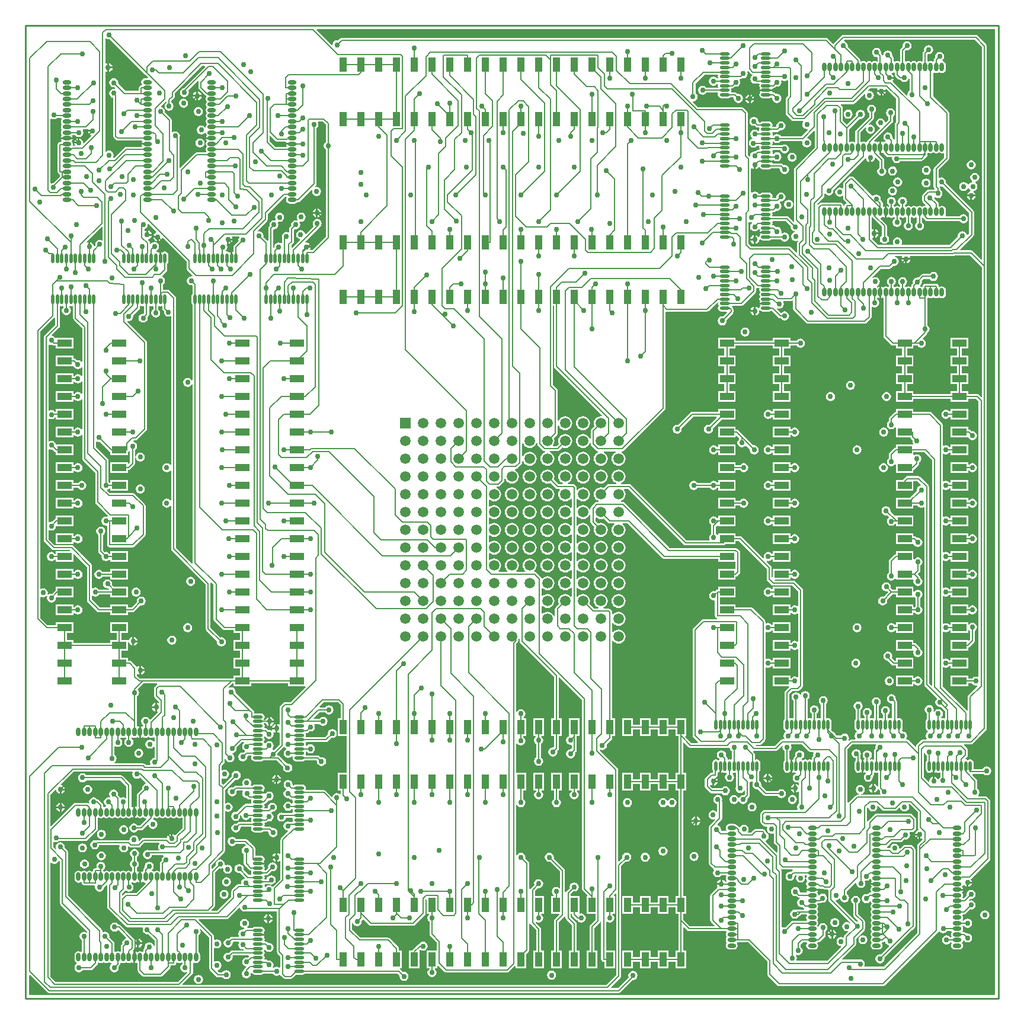
<source format=gtl>
G04 Layer_Physical_Order=1*
G04 Layer_Color=255*
%FSLAX25Y25*%
%MOIN*%
G70*
G01*
G75*
%ADD10O,0.02461X0.04724*%
%ADD11O,0.04724X0.02461*%
%ADD12O,0.05512X0.01870*%
%ADD13O,0.01870X0.05512*%
%ADD14R,0.03937X0.07874*%
%ADD15R,0.07874X0.03937*%
%ADD16C,0.00700*%
%ADD17C,0.01000*%
%ADD18C,0.05906*%
%ADD19R,0.05906X0.05906*%
%ADD20C,0.03000*%
G36*
X46125Y539845D02*
X47100Y539651D01*
X47602Y539751D01*
X67427Y519927D01*
X69047Y518307D01*
X68855Y517845D01*
X67506D01*
X66636Y517672D01*
X65898Y517179D01*
X65405Y516441D01*
X65232Y515571D01*
X65405Y514701D01*
X65674Y514298D01*
X65407Y513798D01*
X65276D01*
X64749Y513693D01*
X64302Y513394D01*
X64004Y512948D01*
X63899Y512421D01*
Y510648D01*
X56342D01*
X52221Y514769D01*
X52321Y515272D01*
X52126Y516247D01*
X51574Y517074D01*
X50747Y517627D01*
X49772Y517821D01*
X48796Y517627D01*
X47969Y517074D01*
X47417Y516247D01*
X47223Y515272D01*
X47417Y514296D01*
X47969Y513469D01*
X48796Y512917D01*
X49772Y512723D01*
X50274Y512823D01*
X50850Y512247D01*
X50832Y512148D01*
X50263Y511757D01*
X49800Y511849D01*
X48825Y511655D01*
X47998Y511102D01*
X47445Y510276D01*
X47251Y509300D01*
X47445Y508324D01*
X47998Y507498D01*
X48825Y506945D01*
X49524Y506806D01*
Y485200D01*
X49628Y484673D01*
X49927Y484227D01*
X51052Y483102D01*
X51052Y483102D01*
X51499Y482803D01*
X52025Y482698D01*
X65407D01*
X65674Y482198D01*
X65405Y481795D01*
X65331Y481425D01*
X68638D01*
Y480425D01*
X65331D01*
X65405Y480055D01*
X65674Y479652D01*
X65407Y479152D01*
X56687D01*
X56687Y479152D01*
X56160Y479047D01*
X55714Y478749D01*
X49975Y473010D01*
X49629Y473043D01*
X49389Y473526D01*
X49455Y473625D01*
X49649Y474600D01*
X49455Y475575D01*
X48902Y476402D01*
X48076Y476955D01*
X47100Y477149D01*
X46125Y476955D01*
X45476Y476522D01*
X44976Y476753D01*
Y521348D01*
X45417Y521583D01*
X45625Y521445D01*
X46100Y521350D01*
Y523800D01*
Y526250D01*
X45625Y526155D01*
X45417Y526017D01*
X44976Y526252D01*
Y540047D01*
X45476Y540278D01*
X46125Y539845D01*
D02*
G37*
G36*
X538124Y535330D02*
Y416076D01*
X537662Y415885D01*
X532973Y420573D01*
X532527Y420872D01*
X532000Y420976D01*
X525976D01*
X525785Y421438D01*
X533273Y428927D01*
X533273Y428927D01*
X533572Y429373D01*
X533676Y429900D01*
X533676Y429900D01*
Y442470D01*
X533572Y442997D01*
X533273Y443444D01*
X517749Y458968D01*
X517849Y459470D01*
X517655Y460446D01*
X517102Y461273D01*
X516276Y461825D01*
X515300Y462019D01*
X514325Y461825D01*
X514117Y461687D01*
X513677Y461923D01*
Y466130D01*
X519273Y471727D01*
X519572Y472173D01*
X519676Y472700D01*
Y498228D01*
X519676Y498228D01*
X519572Y498754D01*
X519273Y499201D01*
X519273Y499201D01*
X510648Y507826D01*
Y520907D01*
X511148Y521174D01*
X511551Y520905D01*
X512421Y520732D01*
X513291Y520905D01*
X513996Y521376D01*
X514701Y520905D01*
X515571Y520732D01*
X516441Y520905D01*
X517179Y521398D01*
X517672Y522136D01*
X517845Y523006D01*
Y525270D01*
X517672Y526140D01*
X517179Y526878D01*
X516441Y527371D01*
X515997Y527459D01*
X515891Y527990D01*
X516202Y528198D01*
X516755Y529025D01*
X516949Y530000D01*
X516755Y530975D01*
X516202Y531802D01*
X515376Y532355D01*
X514400Y532549D01*
X513424Y532355D01*
X512598Y531802D01*
X512045Y530975D01*
X511851Y530000D01*
X511951Y529498D01*
X511448Y528995D01*
X511150Y528548D01*
X511045Y528021D01*
Y527369D01*
X510545Y527101D01*
X510142Y527371D01*
X509272Y527544D01*
X508401Y527371D01*
X507998Y527101D01*
X507498Y527369D01*
Y530976D01*
X507978Y531380D01*
X508122Y531351D01*
X509097Y531545D01*
X509924Y532098D01*
X510477Y532925D01*
X510671Y533900D01*
X510477Y534875D01*
X509924Y535702D01*
X509097Y536255D01*
X508122Y536449D01*
X507147Y536255D01*
X506320Y535702D01*
X505767Y534875D01*
X505573Y533900D01*
X505673Y533398D01*
X505149Y532873D01*
X504850Y532427D01*
X504746Y531900D01*
Y527369D01*
X504246Y527101D01*
X503843Y527371D01*
X502972Y527544D01*
X502102Y527371D01*
X501398Y526900D01*
X500693Y527371D01*
X499823Y527544D01*
X498953Y527371D01*
X498248Y526900D01*
X497543Y527371D01*
X496673Y527544D01*
X495803Y527371D01*
X495400Y527101D01*
X494900Y527369D01*
Y532981D01*
X495521Y533602D01*
X496024Y533502D01*
X496999Y533696D01*
X497826Y534248D01*
X498379Y535075D01*
X498573Y536051D01*
X498379Y537026D01*
X497826Y537853D01*
X496999Y538406D01*
X496024Y538600D01*
X495048Y538406D01*
X494221Y537853D01*
X493669Y537026D01*
X493475Y536051D01*
X493575Y535548D01*
X492550Y534524D01*
X492252Y534078D01*
X492147Y533551D01*
Y527369D01*
X491647Y527101D01*
X491244Y527371D01*
X490374Y527544D01*
X489504Y527371D01*
X489101Y527101D01*
X488601Y527369D01*
Y528900D01*
X488601Y528900D01*
X488496Y529427D01*
X488198Y529873D01*
X487673Y530398D01*
X487773Y530900D01*
X487579Y531876D01*
X487027Y532702D01*
X486200Y533255D01*
X485224Y533449D01*
X484249Y533255D01*
X483422Y532702D01*
X482869Y531876D01*
X482675Y530900D01*
X482197Y530827D01*
X481898Y531273D01*
X481374Y531798D01*
X481474Y532300D01*
X481280Y533276D01*
X480728Y534102D01*
X479901Y534655D01*
X478925Y534849D01*
X477950Y534655D01*
X477123Y534102D01*
X476570Y533276D01*
X476376Y532300D01*
X476570Y531324D01*
X477123Y530498D01*
X477950Y529945D01*
X478925Y529751D01*
X479069Y529780D01*
X479549Y529376D01*
Y527369D01*
X479049Y527101D01*
X478646Y527371D01*
X477776Y527544D01*
X476905Y527371D01*
X476201Y526900D01*
X475496Y527371D01*
X474626Y527544D01*
X473756Y527371D01*
X473051Y526900D01*
X472347Y527371D01*
X471476Y527544D01*
X470606Y527371D01*
X470203Y527101D01*
X469703Y527369D01*
Y527860D01*
X469598Y528387D01*
X469300Y528833D01*
X462536Y535598D01*
X462636Y536100D01*
X462442Y537076D01*
X461889Y537903D01*
X461062Y538455D01*
X460719Y538523D01*
X460543Y539040D01*
X460772Y539324D01*
X534130D01*
X538124Y535330D01*
D02*
G37*
G36*
X408027Y520306D02*
X408027Y520306D01*
X408473Y520008D01*
X408920Y519919D01*
X409019Y519701D01*
X409048Y519403D01*
X408598Y519102D01*
X408045Y518275D01*
X407851Y517300D01*
X408045Y516325D01*
X408598Y515498D01*
X409424Y514945D01*
X410400Y514751D01*
X411055Y514881D01*
X411539Y514785D01*
X412742D01*
X412784Y514706D01*
X412956Y514285D01*
X412820Y513602D01*
X412971Y512847D01*
X413321Y512323D01*
X412971Y511798D01*
X412920Y511543D01*
X416614D01*
X420309D01*
X420272Y511726D01*
X420444Y512147D01*
X420486Y512226D01*
X420870D01*
X421397Y512331D01*
X421843Y512629D01*
X422368Y513153D01*
X422870Y513053D01*
X423846Y513247D01*
X424673Y513800D01*
X425225Y514627D01*
X425419Y515602D01*
X425277Y516317D01*
X425727Y516617D01*
X426104Y516365D01*
X427080Y516171D01*
X428055Y516365D01*
X428623Y516745D01*
X429123Y516478D01*
Y507962D01*
X428077Y506915D01*
X427778Y506469D01*
X427673Y505942D01*
Y498000D01*
X427778Y497473D01*
X428077Y497027D01*
X431077Y494027D01*
X431523Y493728D01*
X432050Y493623D01*
X437336D01*
X437603Y493123D01*
X437275Y492632D01*
X437081Y491657D01*
X437275Y490681D01*
X437827Y489854D01*
X438654Y489302D01*
X439630Y489108D01*
X439972Y489176D01*
X440219Y488715D01*
X436719Y485215D01*
X424987D01*
X424702Y485641D01*
X423876Y486194D01*
X422900Y486388D01*
X421924Y486194D01*
X421098Y485641D01*
X420933Y485394D01*
X420811Y485369D01*
X420617Y485400D01*
X420308Y485893D01*
X420408Y486398D01*
X420272Y487080D01*
X420444Y487501D01*
X420486Y487580D01*
X423057D01*
X423583Y487685D01*
X424030Y487983D01*
X424598Y488551D01*
X425100Y488451D01*
X426076Y488645D01*
X426902Y489198D01*
X427455Y490025D01*
X427649Y491000D01*
X427455Y491975D01*
X426902Y492802D01*
X426076Y493355D01*
X425100Y493549D01*
X424124Y493355D01*
X423298Y492802D01*
X422745Y491975D01*
X422551Y491000D01*
X422593Y490789D01*
X422205Y490333D01*
X420486D01*
X420440Y490420D01*
X420272Y490833D01*
X420408Y491516D01*
X420258Y492271D01*
X419830Y492911D01*
X419190Y493339D01*
X418435Y493489D01*
X414793D01*
X414038Y493339D01*
X413398Y492911D01*
X413386Y492892D01*
X412766D01*
X412363Y493372D01*
X412391Y493516D01*
X412197Y494491D01*
X411645Y495318D01*
X410818Y495871D01*
X409842Y496065D01*
X408867Y495871D01*
X408040Y495318D01*
X407487Y494491D01*
X407293Y493516D01*
X407487Y492540D01*
X408040Y491713D01*
X408867Y491161D01*
X409842Y490967D01*
X410345Y491067D01*
X410869Y490543D01*
X411316Y490244D01*
X411842Y490139D01*
X411842Y490139D01*
X412742D01*
X412788Y490053D01*
X412956Y489639D01*
X412820Y488957D01*
X412910Y488508D01*
X412584Y488000D01*
X412383Y487968D01*
X412299Y487992D01*
X412161Y488200D01*
X411334Y488753D01*
X410358Y488947D01*
X409383Y488753D01*
X408556Y488200D01*
X408003Y487373D01*
X407809Y486398D01*
X408003Y485422D01*
X408556Y484595D01*
X409092Y484237D01*
X408986Y483707D01*
X408625Y483635D01*
X407798Y483082D01*
X407245Y482255D01*
X407051Y481280D01*
X407245Y480304D01*
X407798Y479477D01*
X408625Y478925D01*
X409600Y478731D01*
X410575Y478925D01*
X411402Y479477D01*
X411687Y479903D01*
X412742D01*
X412788Y479816D01*
X412956Y479403D01*
X412820Y478720D01*
X412956Y478038D01*
X412784Y477617D01*
X412742Y477538D01*
X412261D01*
X412261Y477538D01*
X411735Y477433D01*
X411288Y477135D01*
X410802Y476649D01*
X410300Y476749D01*
X409325Y476555D01*
X408498Y476002D01*
X407945Y475176D01*
X407751Y474200D01*
X407775Y474079D01*
X407314Y473832D01*
X406377Y474770D01*
Y498100D01*
X406377Y498100D01*
X406272Y498627D01*
X405973Y499073D01*
X405973Y499073D01*
X404073Y500973D01*
X403627Y501272D01*
X403100Y501376D01*
X378424D01*
X375500Y504300D01*
X375730Y504777D01*
X376575Y504945D01*
X377402Y505498D01*
X377955Y506324D01*
X378149Y507300D01*
X377955Y508276D01*
X377402Y509102D01*
X376976Y509387D01*
Y514730D01*
X382150Y519903D01*
X389513D01*
X389560Y519816D01*
X389728Y519403D01*
X389592Y518720D01*
X389692Y518215D01*
X389383Y517723D01*
X389189Y517692D01*
X389067Y517717D01*
X388902Y517964D01*
X388075Y518516D01*
X387100Y518710D01*
X386124Y518516D01*
X385298Y517964D01*
X384745Y517137D01*
X384551Y516161D01*
X384745Y515186D01*
X385298Y514359D01*
X386124Y513806D01*
X387100Y513612D01*
X388075Y513806D01*
X388902Y514359D01*
X389067Y514606D01*
X389189Y514631D01*
X389383Y514600D01*
X389692Y514107D01*
X389592Y513602D01*
X389728Y512920D01*
X389556Y512499D01*
X389514Y512420D01*
X383087D01*
X382802Y512846D01*
X381976Y513398D01*
X381000Y513592D01*
X380025Y513398D01*
X379198Y512846D01*
X378645Y512019D01*
X378451Y511043D01*
X378645Y510068D01*
X379198Y509241D01*
X380025Y508688D01*
X381000Y508494D01*
X381976Y508688D01*
X382802Y509241D01*
X383087Y509667D01*
X389513D01*
X389560Y509580D01*
X389728Y509167D01*
X389592Y508484D01*
X389742Y507729D01*
X390170Y507089D01*
X390810Y506661D01*
X391565Y506511D01*
X395207D01*
X395962Y506661D01*
X396602Y507089D01*
X396614Y507108D01*
X398166D01*
X398575Y506620D01*
X398551Y506500D01*
X398745Y505524D01*
X399298Y504698D01*
X400125Y504145D01*
X401100Y503951D01*
X402075Y504145D01*
X402902Y504698D01*
X403455Y505524D01*
X403649Y506500D01*
X403455Y507476D01*
X402902Y508302D01*
X402075Y508855D01*
X401100Y509049D01*
X400598Y508949D01*
X400089Y509457D01*
X399642Y509756D01*
X399116Y509861D01*
X397258D01*
X397212Y509947D01*
X397044Y510361D01*
X397180Y511043D01*
X397044Y511726D01*
X397216Y512147D01*
X397258Y512226D01*
X397702D01*
X398229Y512331D01*
X398676Y512629D01*
X399198Y513151D01*
X399700Y513051D01*
X400675Y513245D01*
X401502Y513798D01*
X402055Y514625D01*
X402249Y515600D01*
X402055Y516575D01*
X401836Y516903D01*
X402072Y517344D01*
X402320D01*
X402847Y517449D01*
X403294Y517747D01*
X403398Y517851D01*
X403900Y517751D01*
X404876Y517945D01*
X405702Y518498D01*
X406255Y519324D01*
X406449Y520300D01*
X406255Y521276D01*
X406063Y521563D01*
X406451Y521882D01*
X408027Y520306D01*
D02*
G37*
G36*
X488998Y520907D02*
Y519852D01*
X489102Y519325D01*
X489401Y518879D01*
X491027Y517253D01*
X491473Y516954D01*
X492000Y516850D01*
X492287D01*
X492572Y516424D01*
X493399Y515871D01*
X494374Y515677D01*
X495349Y515871D01*
X496176Y516424D01*
X496729Y517251D01*
X496797Y517591D01*
X497297Y517542D01*
Y510660D01*
X496871Y510376D01*
X496318Y509549D01*
X496124Y508573D01*
X496149Y508446D01*
X495709Y508211D01*
X488094Y515825D01*
X487902Y516298D01*
X488060Y516534D01*
X488455Y517125D01*
X488550Y517600D01*
X486100D01*
Y518600D01*
X488550D01*
X488455Y519075D01*
X487902Y519902D01*
X487378Y520253D01*
X487484Y520784D01*
X488095Y520905D01*
X488497Y521174D01*
X488998Y520907D01*
D02*
G37*
G36*
X479300Y511683D02*
X479195Y511525D01*
X479101Y511050D01*
X483999D01*
X483909Y511507D01*
X483932Y511543D01*
X484321Y511802D01*
X489923Y506199D01*
Y493216D01*
X489401Y492693D01*
X489102Y492246D01*
X488998Y491719D01*
Y483369D01*
X488497Y483319D01*
X488496Y483327D01*
X488198Y483773D01*
X487673Y484298D01*
X487773Y484800D01*
X487579Y485776D01*
X487027Y486602D01*
X486200Y487155D01*
X485224Y487349D01*
X484249Y487155D01*
X483422Y486602D01*
X482869Y485776D01*
X482675Y484800D01*
X482869Y483824D01*
X483422Y482998D01*
X483825Y482728D01*
X483720Y482197D01*
X483205Y482095D01*
X482500Y481624D01*
X481795Y482095D01*
X481425Y482169D01*
Y478862D01*
Y475556D01*
X481795Y475629D01*
X482226Y475917D01*
X482763Y475675D01*
X482803Y475473D01*
X483102Y475027D01*
X484379Y473749D01*
X484379Y473749D01*
X484826Y473450D01*
X485353Y473346D01*
X487305D01*
X487622Y472959D01*
X487551Y472600D01*
X487745Y471625D01*
X488298Y470798D01*
X489124Y470245D01*
X490100Y470051D01*
X491076Y470245D01*
X491902Y470798D01*
X492187Y471223D01*
X504000D01*
X504527Y471328D01*
X504973Y471627D01*
X507095Y473749D01*
X507394Y474195D01*
X507498Y474722D01*
Y475631D01*
X507919Y475890D01*
X507998Y475899D01*
X508401Y475629D01*
X509272Y475456D01*
X510142Y475629D01*
X510846Y476100D01*
X511551Y475629D01*
X512421Y475456D01*
X513291Y475629D01*
X513996Y476100D01*
X514701Y475629D01*
X515571Y475456D01*
X516424Y475626D01*
X516513Y475637D01*
X516924Y475367D01*
Y473270D01*
X511327Y467673D01*
X511028Y467227D01*
X510923Y466700D01*
Y456700D01*
X511028Y456173D01*
X511327Y455727D01*
X511515Y455538D01*
X511324Y455077D01*
X508000D01*
X508000Y455077D01*
X507473Y454972D01*
X507027Y454673D01*
X504927Y452573D01*
X504628Y452127D01*
X504524Y451600D01*
Y449100D01*
X504628Y448573D01*
X504927Y448127D01*
X506594Y446460D01*
X506347Y445999D01*
X506122Y446044D01*
X505252Y445871D01*
X504547Y445400D01*
X503843Y445871D01*
X502972Y446044D01*
X502102Y445871D01*
X501398Y445400D01*
X500693Y445871D01*
X499823Y446044D01*
X498953Y445871D01*
X498248Y445400D01*
X497543Y445871D01*
X496673Y446044D01*
X495803Y445871D01*
X495400Y445601D01*
X494900Y445869D01*
Y446429D01*
X495302Y446698D01*
X495855Y447524D01*
X496049Y448500D01*
X495855Y449475D01*
X495302Y450302D01*
X494476Y450855D01*
X493500Y451049D01*
X492524Y450855D01*
X491698Y450302D01*
X491145Y449475D01*
X490951Y448500D01*
X491145Y447524D01*
X491698Y446698D01*
X492147Y446397D01*
Y445869D01*
X491647Y445601D01*
X491244Y445871D01*
X490374Y446044D01*
X489504Y445871D01*
X489101Y445601D01*
X488601Y445869D01*
Y446429D01*
X489002Y446698D01*
X489555Y447524D01*
X489749Y448500D01*
X489555Y449475D01*
X489002Y450302D01*
X488175Y450855D01*
X487200Y451049D01*
X486225Y450855D01*
X485398Y450302D01*
X484845Y449475D01*
X484651Y448500D01*
X484845Y447524D01*
X485398Y446698D01*
X485848Y446397D01*
Y445869D01*
X485348Y445601D01*
X484945Y445871D01*
X484575Y445944D01*
Y442638D01*
Y439331D01*
X484945Y439405D01*
X485650Y439876D01*
X486354Y439405D01*
X487224Y439232D01*
X488095Y439405D01*
X488497Y439674D01*
X488998Y439407D01*
Y438770D01*
X488598Y438502D01*
X488045Y437676D01*
X487851Y436700D01*
X488045Y435724D01*
X488598Y434898D01*
X489425Y434345D01*
X490400Y434151D01*
X491375Y434345D01*
X492202Y434898D01*
X492755Y435724D01*
X492949Y436700D01*
X492755Y437676D01*
X492202Y438502D01*
X491750Y438804D01*
Y439407D01*
X492250Y439674D01*
X492653Y439405D01*
X493524Y439232D01*
X494394Y439405D01*
X494797Y439674D01*
X495297Y439407D01*
Y436863D01*
X494871Y436578D01*
X494318Y435751D01*
X494124Y434776D01*
X494318Y433800D01*
X494871Y432973D01*
X495698Y432421D01*
X496673Y432227D01*
X497649Y432421D01*
X498476Y432973D01*
X499028Y433800D01*
X499222Y434776D01*
X499028Y435751D01*
X498476Y436578D01*
X498050Y436863D01*
Y439407D01*
X498550Y439674D01*
X498953Y439405D01*
X499823Y439232D01*
X500693Y439405D01*
X501096Y439674D01*
X501596Y439407D01*
Y436869D01*
X501198Y436602D01*
X500645Y435776D01*
X500451Y434800D01*
X500645Y433824D01*
X501198Y432998D01*
X502025Y432445D01*
X503000Y432251D01*
X503975Y432445D01*
X504802Y432998D01*
X505355Y433824D01*
X505549Y434800D01*
X505355Y435776D01*
X504802Y436602D01*
X504349Y436905D01*
Y439407D01*
X504365Y439418D01*
X504850Y439473D01*
X505149Y439027D01*
X506349Y437827D01*
X506349Y437827D01*
X506795Y437528D01*
X507322Y437424D01*
X507322Y437424D01*
X525613D01*
X525898Y436998D01*
X526724Y436445D01*
X527700Y436251D01*
X528676Y436445D01*
X529502Y436998D01*
X530055Y437824D01*
X530249Y438800D01*
X530055Y439776D01*
X529502Y440602D01*
X528676Y441155D01*
X527700Y441349D01*
X526724Y441155D01*
X525898Y440602D01*
X525613Y440176D01*
X517895D01*
X517692Y440556D01*
X517680Y440676D01*
X517845Y441506D01*
Y443770D01*
X517672Y444640D01*
X517179Y445378D01*
X516441Y445871D01*
X515571Y446044D01*
X514701Y445871D01*
X514298Y445601D01*
X513798Y445869D01*
Y447000D01*
X513693Y447527D01*
X513394Y447973D01*
X511349Y450019D01*
X511449Y450521D01*
X511419Y450671D01*
X511869Y450971D01*
X512402Y450615D01*
X513377Y450421D01*
X514353Y450615D01*
X515180Y451168D01*
X515732Y451995D01*
X515926Y452970D01*
X515732Y453946D01*
X515180Y454773D01*
X514754Y455057D01*
Y455623D01*
X514649Y456149D01*
X514351Y456596D01*
X514345Y456602D01*
X514591Y457062D01*
X515300Y456921D01*
X515802Y457021D01*
X530924Y441900D01*
Y430470D01*
X530075Y429622D01*
X529532Y429786D01*
X529455Y430175D01*
X528902Y431002D01*
X528076Y431555D01*
X527100Y431749D01*
X526124Y431555D01*
X525298Y431002D01*
X524745Y430175D01*
X524551Y429200D01*
X524651Y428698D01*
X519930Y423977D01*
X492990D01*
X492722Y424476D01*
X492955Y424824D01*
X493149Y425800D01*
X492955Y426776D01*
X492402Y427602D01*
X491575Y428155D01*
X490600Y428349D01*
X489625Y428155D01*
X488798Y427602D01*
X488245Y426776D01*
X488051Y425800D01*
X488245Y424824D01*
X488478Y424476D01*
X488210Y423977D01*
X479870D01*
X476294Y427553D01*
X476318Y427715D01*
X476325Y427730D01*
X476877Y428075D01*
X477000Y428051D01*
Y430500D01*
Y432949D01*
X476524Y432855D01*
X476443Y432801D01*
X476003Y433036D01*
Y439407D01*
X476503Y439674D01*
X476594Y439613D01*
X476802Y439301D01*
X481926Y434177D01*
Y429287D01*
X481500Y429002D01*
X480947Y428175D01*
X480753Y427200D01*
X480947Y426225D01*
X481500Y425398D01*
X482327Y424845D01*
X483302Y424651D01*
X484278Y424845D01*
X485105Y425398D01*
X485657Y426225D01*
X485851Y427200D01*
X485657Y428175D01*
X485105Y429002D01*
X484679Y429287D01*
Y434748D01*
X484679Y434748D01*
X484574Y435274D01*
X484276Y435721D01*
X484276Y435721D01*
X481216Y438780D01*
X481381Y439323D01*
X481795Y439405D01*
X482500Y439876D01*
X483205Y439405D01*
X483575Y439331D01*
Y442638D01*
Y445944D01*
X483205Y445871D01*
X482802Y445601D01*
X482302Y445869D01*
Y447575D01*
X482197Y448102D01*
X481898Y448548D01*
X481898Y448548D01*
X481075Y449371D01*
X481175Y449874D01*
X480981Y450849D01*
X480429Y451676D01*
X479602Y452228D01*
X478626Y452423D01*
X477651Y452228D01*
X476824Y451676D01*
X476434Y451638D01*
X466024Y462048D01*
X465577Y462347D01*
X465050Y462451D01*
X464000D01*
X464000Y462451D01*
X463473Y462347D01*
X463027Y462048D01*
X463027Y462048D01*
X460427Y459448D01*
X460128Y459002D01*
X460023Y458475D01*
Y456123D01*
X459523Y455856D01*
X459075Y456155D01*
X458100Y456349D01*
X457125Y456155D01*
X456298Y455602D01*
X455745Y454775D01*
X455551Y453800D01*
X455745Y452824D01*
X456298Y451998D01*
X457125Y451445D01*
X458100Y451251D01*
X459075Y451445D01*
X459523Y451745D01*
X460023Y451477D01*
Y450277D01*
X460128Y449751D01*
X460427Y449304D01*
X461875Y447856D01*
X461710Y447313D01*
X461501Y447272D01*
X461054Y446973D01*
X460756Y446527D01*
X460708Y446284D01*
X460198Y446284D01*
X460150Y446527D01*
X459851Y446973D01*
X459851Y446973D01*
X459451Y447373D01*
X459005Y447672D01*
X458478Y447777D01*
X447700D01*
X447173Y447672D01*
X446727Y447373D01*
X446045Y446692D01*
X445512Y446866D01*
X445476Y447088D01*
X449123Y450735D01*
X449422Y451182D01*
X449527Y451709D01*
X449527Y451709D01*
Y452726D01*
X450027Y452877D01*
X450198Y452621D01*
X451024Y452069D01*
X452000Y451875D01*
X452976Y452069D01*
X453802Y452621D01*
X454355Y453448D01*
X454549Y454424D01*
X454449Y454926D01*
X472371Y472848D01*
X472696Y472812D01*
X472908Y472713D01*
X473045Y472024D01*
X473598Y471198D01*
X474425Y470645D01*
X474900Y470550D01*
Y473000D01*
X475900D01*
Y470550D01*
X476375Y470645D01*
X477202Y471198D01*
X477755Y472024D01*
X477935Y472931D01*
X478382Y473192D01*
X480399Y471175D01*
Y467487D01*
X479973Y467202D01*
X479421Y466375D01*
X479227Y465400D01*
X479421Y464425D01*
X479973Y463598D01*
X480800Y463045D01*
X481776Y462851D01*
X482751Y463045D01*
X483578Y463598D01*
X484131Y464425D01*
X484325Y465400D01*
X484131Y466375D01*
X483578Y467202D01*
X483152Y467487D01*
Y471745D01*
X483047Y472272D01*
X482749Y472718D01*
X482749Y472718D01*
X480420Y475047D01*
X480425Y475056D01*
Y478862D01*
Y482169D01*
X480055Y482095D01*
X479350Y481624D01*
X478646Y482095D01*
X477856Y482252D01*
X477601Y482704D01*
X487673Y492777D01*
X487673Y492777D01*
X487972Y493223D01*
X488076Y493750D01*
Y496213D01*
X488502Y496498D01*
X489055Y497325D01*
X489249Y498300D01*
X489055Y499275D01*
X488502Y500102D01*
X487676Y500655D01*
X486700Y500849D01*
X485724Y500655D01*
X484898Y500102D01*
X484345Y499275D01*
X484151Y498300D01*
X484345Y497325D01*
X484898Y496498D01*
X485323Y496213D01*
Y494320D01*
X484083Y493080D01*
X483541Y493244D01*
X483455Y493676D01*
X482902Y494502D01*
X482076Y495055D01*
X481100Y495249D01*
X480125Y495055D01*
X479298Y494502D01*
X478745Y493676D01*
X478551Y492700D01*
X478745Y491724D01*
X479298Y490898D01*
X480125Y490345D01*
X480556Y490259D01*
X480720Y489717D01*
X473653Y482649D01*
X473354Y482203D01*
X473323Y482044D01*
X472791Y481798D01*
X472347Y482095D01*
X471476Y482268D01*
X470606Y482095D01*
X470203Y481826D01*
X469703Y482093D01*
Y487222D01*
X472530Y490049D01*
X472991Y489802D01*
X472851Y489100D01*
X473045Y488125D01*
X473598Y487298D01*
X474425Y486745D01*
X475400Y486551D01*
X476375Y486745D01*
X477202Y487298D01*
X477755Y488125D01*
X477949Y489100D01*
X477755Y490075D01*
X477202Y490902D01*
X476375Y491455D01*
X475400Y491649D01*
X474698Y491509D01*
X474451Y491970D01*
X476973Y494492D01*
X476973Y494492D01*
X477272Y494939D01*
X477377Y495465D01*
Y498213D01*
X477802Y498498D01*
X478355Y499325D01*
X478549Y500300D01*
X478355Y501275D01*
X477802Y502102D01*
X476975Y502655D01*
X476000Y502849D01*
X475025Y502655D01*
X474198Y502102D01*
X473645Y501275D01*
X473451Y500300D01*
X473645Y499325D01*
X474198Y498498D01*
X474623Y498213D01*
Y496035D01*
X467353Y488765D01*
X467055Y488319D01*
X466950Y487792D01*
Y482093D01*
X466450Y481826D01*
X466047Y482095D01*
X465177Y482268D01*
X464307Y482095D01*
X463904Y481826D01*
X463404Y482093D01*
Y489130D01*
X469325Y495051D01*
X469828Y494951D01*
X470803Y495145D01*
X471630Y495698D01*
X472183Y496524D01*
X472377Y497500D01*
X472183Y498476D01*
X471630Y499302D01*
X470803Y499855D01*
X469828Y500049D01*
X468852Y499855D01*
X468025Y499302D01*
X467473Y498476D01*
X467279Y497500D01*
X467379Y496997D01*
X462028Y491647D01*
X459776Y493898D01*
Y501050D01*
X459672Y501577D01*
X459373Y502023D01*
X458616Y502781D01*
X458807Y503243D01*
X465719D01*
X466246Y503348D01*
X466693Y503646D01*
X472014Y508967D01*
X472474Y508721D01*
X472351Y508100D01*
X472545Y507125D01*
X473098Y506298D01*
X473924Y505745D01*
X474900Y505551D01*
X475876Y505745D01*
X476702Y506298D01*
X477255Y507125D01*
X477449Y508100D01*
X477255Y509075D01*
X476702Y509902D01*
X475876Y510455D01*
X474900Y510649D01*
X474279Y510526D01*
X474033Y510986D01*
X475170Y512123D01*
X479064D01*
X479300Y511683D01*
D02*
G37*
G36*
X101015Y524262D02*
X88982Y512228D01*
X88613Y512155D01*
X87786Y511602D01*
X87234Y510776D01*
X87040Y509800D01*
X87234Y508824D01*
X87786Y507998D01*
X88613Y507445D01*
X89589Y507251D01*
X90564Y507445D01*
X91391Y507998D01*
X91944Y508824D01*
X92138Y509800D01*
X91944Y510776D01*
X91735Y511088D01*
X97123Y516476D01*
X97511Y516158D01*
X97502Y516144D01*
X97398Y515617D01*
Y512498D01*
X97502Y511971D01*
X97801Y511524D01*
X101027Y508298D01*
X101473Y508000D01*
X101675Y507960D01*
X101917Y507422D01*
X101629Y506992D01*
X101456Y506122D01*
X101629Y505252D01*
X102100Y504547D01*
X101629Y503843D01*
X101456Y502972D01*
X101629Y502102D01*
X102100Y501398D01*
X101629Y500693D01*
X101456Y499823D01*
X101629Y498953D01*
X102100Y498248D01*
X101629Y497543D01*
X101456Y496673D01*
X101629Y495803D01*
X102100Y495098D01*
X101629Y494394D01*
X101456Y493524D01*
X101629Y492653D01*
X102100Y491949D01*
X101629Y491244D01*
X101464Y490412D01*
X101345Y490345D01*
X100971Y490250D01*
X100802Y490502D01*
X99976Y491055D01*
X99000Y491249D01*
X98024Y491055D01*
X97198Y490502D01*
X96645Y489676D01*
X96451Y488700D01*
X96645Y487724D01*
X97198Y486898D01*
X98024Y486345D01*
X99000Y486151D01*
X99976Y486345D01*
X100802Y486898D01*
X100970Y487149D01*
X101494Y487033D01*
X101629Y486354D01*
X102100Y485650D01*
X101629Y484945D01*
X101556Y484575D01*
X104862D01*
Y483575D01*
X101556D01*
X101629Y483205D01*
X102100Y482500D01*
X101629Y481795D01*
X101456Y480925D01*
X101629Y480055D01*
X102100Y479350D01*
X101629Y478646D01*
X101456Y477776D01*
X101629Y476905D01*
X101899Y476503D01*
X101631Y476003D01*
X96300D01*
X96300Y476003D01*
X95773Y475898D01*
X95327Y475599D01*
X95327Y475599D01*
X87176Y467449D01*
X86676Y467656D01*
Y484202D01*
X86825Y484424D01*
X87019Y485400D01*
X86825Y486376D01*
X86273Y487202D01*
X85446Y487755D01*
X84470Y487949D01*
X83495Y487755D01*
X82876Y487342D01*
X82376Y487598D01*
Y494100D01*
X82376Y494100D01*
X82272Y494627D01*
X81973Y495073D01*
X78449Y498598D01*
X78549Y499100D01*
X78355Y500075D01*
X77802Y500902D01*
X76976Y501455D01*
X76503Y501549D01*
X76338Y502092D01*
X79024Y504777D01*
X79524Y504570D01*
Y504087D01*
X79098Y503802D01*
X78545Y502976D01*
X78351Y502000D01*
X78545Y501024D01*
X79098Y500198D01*
X79924Y499645D01*
X80900Y499451D01*
X81875Y499645D01*
X82702Y500198D01*
X83255Y501024D01*
X83449Y502000D01*
X83255Y502976D01*
X82702Y503802D01*
X82276Y504087D01*
Y505077D01*
X83712Y506513D01*
X83712Y506513D01*
X84010Y506959D01*
X84115Y507486D01*
Y509369D01*
X99470Y524723D01*
X100824D01*
X101015Y524262D01*
D02*
G37*
G36*
X20399Y494797D02*
X20129Y494394D01*
X19956Y493524D01*
X20129Y492653D01*
X20600Y491949D01*
X20129Y491244D01*
X19956Y490374D01*
X20129Y489504D01*
X20600Y488799D01*
X20129Y488095D01*
X19956Y487224D01*
X20129Y486354D01*
X20600Y485650D01*
X20129Y484945D01*
X20056Y484575D01*
X23362D01*
X26669D01*
X26595Y484945D01*
X26326Y485348D01*
X26593Y485848D01*
X28113D01*
X28398Y485422D01*
X29225Y484869D01*
X30200Y484675D01*
X31176Y484869D01*
X32002Y485422D01*
X32555Y486249D01*
X32749Y487224D01*
X32555Y488200D01*
X32317Y488557D01*
X32552Y488998D01*
X34100D01*
X34627Y489102D01*
X35073Y489401D01*
X35136Y489464D01*
X35545Y489175D01*
X35451Y488700D01*
X37900D01*
Y487700D01*
X35451D01*
X35545Y487224D01*
X36098Y486398D01*
X36924Y485845D01*
X37133Y485804D01*
X37278Y485325D01*
X33048Y481095D01*
X32587Y481341D01*
X32612Y481463D01*
X32418Y482438D01*
X31865Y483265D01*
X31038Y483818D01*
X30563Y483912D01*
Y481463D01*
X30063D01*
Y480963D01*
X27613D01*
X27708Y480487D01*
X27955Y480117D01*
X27719Y479676D01*
X26943D01*
X26827Y479802D01*
X26619Y480176D01*
X26768Y480925D01*
X26595Y481795D01*
X26124Y482500D01*
X26595Y483205D01*
X26669Y483575D01*
X23362D01*
X20056D01*
X20129Y483205D01*
X20600Y482500D01*
X20252Y481979D01*
X19455Y481894D01*
X19266Y481835D01*
X19073Y481797D01*
X19012Y481756D01*
X18942Y481734D01*
X18790Y481608D01*
X18627Y481498D01*
X18586Y481437D01*
X18529Y481390D01*
X18438Y481216D01*
X18328Y481052D01*
X18314Y480980D01*
X18280Y480914D01*
X18262Y480718D01*
X18224Y480525D01*
Y465177D01*
X18328Y464650D01*
X18627Y464204D01*
X19073Y463905D01*
X19379Y463845D01*
Y462598D01*
X15644Y458863D01*
X14968Y458729D01*
X14717Y458561D01*
X14276Y458797D01*
Y494815D01*
X14717Y495050D01*
X15024Y494845D01*
X16000Y494651D01*
X16975Y494845D01*
X17651Y495297D01*
X20131D01*
X20399Y494797D01*
D02*
G37*
G36*
X140877Y482527D02*
X140877Y482527D01*
X141323Y482228D01*
X141850Y482124D01*
X146523D01*
X146618Y482042D01*
X146871Y481624D01*
X146831Y481425D01*
X150138D01*
Y480425D01*
X146831D01*
X146905Y480055D01*
X147174Y479652D01*
X146907Y479152D01*
X140570D01*
X137376Y482346D01*
Y485374D01*
X137838Y485565D01*
X140877Y482527D01*
D02*
G37*
G36*
X444223Y488173D02*
Y478870D01*
X432827Y467473D01*
X432528Y467027D01*
X432423Y466500D01*
Y447077D01*
X431924Y447028D01*
X431881Y447242D01*
X431755Y447875D01*
X431202Y448702D01*
X430375Y449255D01*
X429400Y449449D01*
X428425Y449255D01*
X427598Y448702D01*
X427045Y447875D01*
X426851Y446900D01*
X427045Y445925D01*
X427598Y445098D01*
X428425Y444545D01*
X429400Y444351D01*
X430375Y444545D01*
X431202Y445098D01*
X431755Y445925D01*
X431881Y446558D01*
X431924Y446772D01*
X432423Y446723D01*
Y438009D01*
X432528Y437483D01*
X432353Y436950D01*
X432309Y436911D01*
X432225Y436922D01*
X429453Y439694D01*
X429006Y439992D01*
X428480Y440097D01*
X420486D01*
X420440Y440184D01*
X420272Y440597D01*
X420408Y441280D01*
X420272Y441962D01*
X420444Y442383D01*
X420486Y442462D01*
X420939D01*
X421465Y442567D01*
X421912Y442865D01*
X422398Y443351D01*
X422900Y443251D01*
X423876Y443445D01*
X424702Y443998D01*
X425255Y444825D01*
X425449Y445800D01*
X425255Y446775D01*
X424702Y447602D01*
X424528Y447719D01*
X424481Y448260D01*
X424758Y448519D01*
X425100Y448451D01*
X426076Y448645D01*
X426902Y449198D01*
X427455Y450025D01*
X427649Y451000D01*
X427455Y451975D01*
X426902Y452802D01*
X426076Y453355D01*
X425100Y453549D01*
X424124Y453355D01*
X423298Y452802D01*
X422745Y451975D01*
X422551Y451000D01*
X422593Y450789D01*
X422205Y450333D01*
X420486D01*
X420440Y450420D01*
X420272Y450833D01*
X420408Y451516D01*
X420258Y452271D01*
X419830Y452911D01*
X419190Y453339D01*
X418435Y453489D01*
X414793D01*
X414038Y453339D01*
X413398Y452911D01*
X413386Y452892D01*
X412445D01*
X412161Y453318D01*
X411334Y453871D01*
X410358Y454065D01*
X409383Y453871D01*
X408777Y453466D01*
X408277Y453732D01*
Y466828D01*
X408777Y467094D01*
X409383Y466688D01*
X409858Y466594D01*
Y469043D01*
X410858D01*
Y466594D01*
X411334Y466688D01*
X412161Y467241D01*
X412467Y467699D01*
X412667Y467711D01*
X413029Y467641D01*
X413398Y467089D01*
X414038Y466661D01*
X414793Y466511D01*
X418435D01*
X419190Y466661D01*
X419830Y467089D01*
X419843Y467108D01*
X424166D01*
X424575Y466620D01*
X424551Y466500D01*
X424745Y465524D01*
X425298Y464698D01*
X426124Y464145D01*
X427100Y463951D01*
X428076Y464145D01*
X428902Y464698D01*
X429455Y465524D01*
X429649Y466500D01*
X429455Y467476D01*
X428902Y468302D01*
X428076Y468855D01*
X427100Y469049D01*
X426598Y468949D01*
X426089Y469457D01*
X425643Y469756D01*
X425116Y469861D01*
X420486D01*
X420440Y469947D01*
X420272Y470361D01*
X420309Y470543D01*
X416614D01*
Y471543D01*
X420309D01*
X420308Y471545D01*
X420619Y472039D01*
X420813Y472069D01*
X420933Y472044D01*
X421098Y471798D01*
X421924Y471245D01*
X422900Y471051D01*
X423876Y471245D01*
X424702Y471798D01*
X425255Y472624D01*
X425449Y473600D01*
X425255Y474576D01*
X424702Y475402D01*
X423876Y475955D01*
X422900Y476149D01*
X421924Y475955D01*
X421098Y475402D01*
X420933Y475156D01*
X420809Y475131D01*
X420616Y475162D01*
X420307Y475653D01*
X420408Y476161D01*
X420272Y476844D01*
X420444Y477264D01*
X420486Y477344D01*
X424682D01*
X424745Y477027D01*
X425298Y476200D01*
X426124Y475648D01*
X427100Y475454D01*
X428076Y475648D01*
X428902Y476200D01*
X429455Y477027D01*
X429649Y478003D01*
X429455Y478978D01*
X428902Y479805D01*
X428076Y480358D01*
X427100Y480552D01*
X426124Y480358D01*
X425734Y480097D01*
X420486D01*
X420440Y480184D01*
X420272Y480597D01*
X420408Y481280D01*
X420308Y481785D01*
X420617Y482277D01*
X420811Y482308D01*
X420933Y482283D01*
X421098Y482036D01*
X421924Y481484D01*
X422900Y481290D01*
X423876Y481484D01*
X424702Y482036D01*
X424987Y482462D01*
X436778D01*
X437189Y481962D01*
X437081Y481420D01*
X437275Y480445D01*
X437827Y479618D01*
X438654Y479065D01*
X439630Y478871D01*
X440605Y479065D01*
X441432Y479618D01*
X441985Y480445D01*
X442179Y481420D01*
X441985Y482396D01*
X441432Y483223D01*
X440605Y483775D01*
X440000Y483896D01*
X439835Y484438D01*
X443762Y488365D01*
X444223Y488173D01*
D02*
G37*
G36*
X169024Y491730D02*
Y481887D01*
X168598Y481602D01*
X168045Y480775D01*
X167851Y479800D01*
X168045Y478825D01*
X168598Y477998D01*
X169024Y477713D01*
Y428772D01*
X161430Y421178D01*
X160398D01*
X160162Y421619D01*
X160355Y421909D01*
X160450Y422384D01*
X158000D01*
Y423384D01*
X160450D01*
X160355Y423860D01*
X159802Y424686D01*
X158976Y425239D01*
X158000Y425433D01*
X157774Y425388D01*
X157527Y425849D01*
X165473Y433795D01*
X165594Y433975D01*
X166032Y434268D01*
X166585Y435095D01*
X166779Y436070D01*
X166585Y437046D01*
X166032Y437873D01*
X165205Y438425D01*
X164230Y438619D01*
X163254Y438425D01*
X162427Y437873D01*
X161875Y437046D01*
X161681Y436070D01*
X161875Y435095D01*
X162277Y434492D01*
X157931Y430146D01*
X157389Y430310D01*
X157305Y430732D01*
X156752Y431559D01*
X155926Y432112D01*
X154950Y432306D01*
X153974Y432112D01*
X153148Y431559D01*
X152595Y430732D01*
X152401Y429757D01*
X152595Y428781D01*
X153148Y427954D01*
X153974Y427402D01*
X154396Y427318D01*
X154561Y426775D01*
X150156Y422371D01*
X149656Y422578D01*
Y423910D01*
X150723Y424977D01*
X151022Y425423D01*
X151126Y425950D01*
Y429981D01*
X151076Y430232D01*
Y432430D01*
X151598Y432951D01*
X152100Y432851D01*
X153076Y433045D01*
X153902Y433598D01*
X154455Y434424D01*
X154649Y435400D01*
X154455Y436376D01*
X154180Y436787D01*
X154482Y437235D01*
X155257Y437081D01*
X156232Y437275D01*
X157059Y437827D01*
X157612Y438654D01*
X157806Y439630D01*
X157612Y440605D01*
X157059Y441432D01*
X156232Y441985D01*
X155257Y442179D01*
X154281Y441985D01*
X153454Y441432D01*
X152902Y440605D01*
X152708Y439630D01*
X152902Y438654D01*
X153177Y438243D01*
X152875Y437795D01*
X152100Y437949D01*
X151125Y437755D01*
X150298Y437202D01*
X149745Y436376D01*
X149551Y435400D01*
X149651Y434898D01*
X148727Y433973D01*
X148428Y433527D01*
X148324Y433000D01*
Y431386D01*
X147967Y431195D01*
X147824Y431165D01*
X146900Y431349D01*
X145924Y431155D01*
X145098Y430602D01*
X144545Y429775D01*
X144351Y428800D01*
X144474Y428184D01*
X144449Y428147D01*
X144344Y427620D01*
Y425272D01*
X143903Y425036D01*
X143576Y425255D01*
X142600Y425449D01*
X141624Y425255D01*
X140798Y424702D01*
X140245Y423876D01*
X140051Y422900D01*
X140104Y422631D01*
X139920Y422470D01*
X139420Y422696D01*
Y432551D01*
X139806Y432868D01*
X139902Y432849D01*
X140878Y433043D01*
X141705Y433595D01*
X142257Y434422D01*
X142451Y435398D01*
X142257Y436373D01*
X142016Y436735D01*
X142316Y437185D01*
X142990Y437051D01*
X143966Y437245D01*
X144793Y437798D01*
X145345Y438624D01*
X145539Y439600D01*
X145345Y440576D01*
X144793Y441402D01*
X143966Y441955D01*
X142990Y442149D01*
X142015Y441955D01*
X141188Y441402D01*
X140635Y440576D01*
X140441Y439600D01*
X140635Y438624D01*
X140877Y438263D01*
X140577Y437813D01*
X139902Y437947D01*
X138927Y437753D01*
X138100Y437200D01*
X137548Y436373D01*
X137353Y435398D01*
X137453Y434895D01*
X137070Y434512D01*
X136772Y434065D01*
X136667Y433539D01*
Y426587D01*
X136167Y426380D01*
X133949Y428598D01*
X134049Y429100D01*
X133855Y430076D01*
X133302Y430902D01*
X132475Y431455D01*
X131500Y431649D01*
X130879Y431526D01*
X130633Y431986D01*
X135973Y437327D01*
X135973Y437327D01*
X136272Y437773D01*
X136377Y438300D01*
X136376Y438300D01*
Y441530D01*
X146049Y451202D01*
X146907D01*
X147174Y450702D01*
X146905Y450299D01*
X146732Y449429D01*
X146905Y448559D01*
X147398Y447821D01*
X148136Y447328D01*
X149006Y447155D01*
X151270D01*
X152140Y447328D01*
X152878Y447821D01*
X153032Y448053D01*
X153529D01*
X154056Y448158D01*
X154502Y448456D01*
X161017Y454970D01*
X161478Y454724D01*
X161351Y454087D01*
X161545Y453111D01*
X162098Y452284D01*
X162925Y451732D01*
X163900Y451538D01*
X164875Y451732D01*
X165702Y452284D01*
X166255Y453111D01*
X166449Y454087D01*
X166255Y455062D01*
X165702Y455889D01*
X164875Y456442D01*
X163900Y456636D01*
X163262Y456509D01*
X163016Y456970D01*
X163373Y457327D01*
X163373Y457327D01*
X163672Y457773D01*
X163777Y458300D01*
X163776Y458300D01*
Y489713D01*
X164202Y489998D01*
X164755Y490825D01*
X164949Y491800D01*
X164755Y492775D01*
X164617Y492983D01*
X164852Y493424D01*
X167330D01*
X169024Y491730D01*
D02*
G37*
G36*
X430651Y434602D02*
X430551Y434100D01*
X430745Y433124D01*
X431298Y432298D01*
X432125Y431745D01*
X432728Y431625D01*
Y431115D01*
X432424Y431055D01*
X431598Y430502D01*
X431045Y429675D01*
X430851Y428700D01*
X431045Y427725D01*
X431598Y426898D01*
X432424Y426345D01*
X433400Y426151D01*
X434375Y426345D01*
X434423Y426377D01*
X434742Y425989D01*
X434527Y425773D01*
X434228Y425327D01*
X434124Y424800D01*
Y419876D01*
X433662Y419685D01*
X430573Y422773D01*
X430127Y423072D01*
X429600Y423176D01*
X408270D01*
X406777Y424670D01*
Y436848D01*
X407217Y437083D01*
X407424Y436945D01*
X408400Y436751D01*
X408853Y436841D01*
X409048Y436370D01*
X408498Y436002D01*
X407945Y435176D01*
X407751Y434200D01*
X407945Y433224D01*
X408498Y432398D01*
X409325Y431845D01*
X410300Y431651D01*
X411275Y431845D01*
X412102Y432398D01*
X412448Y432914D01*
X412971Y432847D01*
X413321Y432323D01*
X412971Y431798D01*
X412920Y431543D01*
X416614D01*
Y430543D01*
X412920D01*
X412971Y430288D01*
X413321Y429764D01*
X412971Y429239D01*
X412862Y428695D01*
X412332Y428590D01*
X412161Y428846D01*
X411334Y429398D01*
X410858Y429493D01*
Y427043D01*
Y424594D01*
X411334Y424688D01*
X412161Y425241D01*
X412713Y426068D01*
X412889Y426951D01*
X413182Y427077D01*
X413390Y427102D01*
X413398Y427089D01*
X414038Y426661D01*
X414793Y426511D01*
X418435D01*
X419190Y426661D01*
X419830Y427089D01*
X419843Y427108D01*
X425015D01*
X425300Y426682D01*
X426127Y426129D01*
X427102Y425935D01*
X428078Y426129D01*
X428905Y426682D01*
X429457Y427509D01*
X429651Y428484D01*
X429457Y429460D01*
X428905Y430287D01*
X428078Y430839D01*
X427102Y431033D01*
X426127Y430839D01*
X425759Y430593D01*
X425309Y430894D01*
X425449Y431600D01*
X425255Y432576D01*
X424702Y433402D01*
X423876Y433955D01*
X422900Y434149D01*
X422398Y434049D01*
X421871Y434576D01*
X421424Y434874D01*
X420898Y434979D01*
X420486D01*
X420444Y435058D01*
X420272Y435479D01*
X420408Y436161D01*
X420272Y436844D01*
X420444Y437264D01*
X420486Y437344D01*
X427910D01*
X430651Y434602D01*
D02*
G37*
G36*
X43424Y434024D02*
Y426819D01*
X42983Y426583D01*
X42875Y426655D01*
X41900Y426849D01*
X40925Y426655D01*
X40098Y426102D01*
X39545Y425276D01*
X39351Y424300D01*
X39451Y423798D01*
X38972Y423319D01*
X38430Y423484D01*
X38312Y424078D01*
X37759Y424905D01*
X36932Y425457D01*
X36457Y425552D01*
Y423102D01*
X35457D01*
Y425552D01*
X34981Y425457D01*
X34769Y425316D01*
X34451Y425704D01*
X42962Y434215D01*
X43424Y434024D01*
D02*
G37*
G36*
X120378Y428224D02*
X120145Y427876D01*
X119951Y426900D01*
X120051Y426398D01*
X117543Y423889D01*
X117244Y423443D01*
X117139Y422916D01*
Y420486D01*
X117060Y420444D01*
X116639Y420272D01*
X116457Y420309D01*
Y416614D01*
X115457D01*
Y420309D01*
X115202Y420258D01*
X114677Y419907D01*
X114153Y420258D01*
X113398Y420408D01*
X113124Y420354D01*
X112584Y420740D01*
X112571Y420871D01*
X112909Y421098D01*
X113462Y421924D01*
X113656Y422900D01*
X113462Y423876D01*
X113256Y424183D01*
X113457Y424483D01*
Y427102D01*
X113957D01*
Y427602D01*
X116406D01*
X116312Y428078D01*
X116175Y428283D01*
X116411Y428723D01*
X120110D01*
X120378Y428224D01*
D02*
G37*
G36*
X538124Y411530D02*
Y338626D01*
X537662Y338435D01*
X536373Y339723D01*
X535927Y340022D01*
X535400Y340126D01*
X530291D01*
Y341719D01*
X526731D01*
Y345781D01*
X530291D01*
Y351718D01*
X526731D01*
Y355782D01*
X530291D01*
Y361719D01*
X526731D01*
Y365781D01*
X530291D01*
Y371719D01*
X520417D01*
Y365781D01*
X523978D01*
Y361719D01*
X520417D01*
Y355782D01*
X523978D01*
Y351718D01*
X520417D01*
Y345781D01*
X523978D01*
Y341719D01*
X520417D01*
Y340126D01*
X499583D01*
Y341719D01*
X496022D01*
Y345781D01*
X499583D01*
Y351718D01*
X496022D01*
Y355782D01*
X499583D01*
Y361719D01*
X496022D01*
Y365781D01*
X499583D01*
Y367373D01*
X501963D01*
X502248Y366948D01*
X503075Y366395D01*
X504050Y366201D01*
X505025Y366395D01*
X505852Y366948D01*
X506405Y367775D01*
X506599Y368750D01*
X506405Y369725D01*
X505852Y370552D01*
X505025Y371105D01*
X504942Y371122D01*
X504797Y371600D01*
X507095Y373899D01*
X507095Y373899D01*
X507394Y374345D01*
X507450Y374631D01*
X507924Y374948D01*
X508477Y375775D01*
X508671Y376750D01*
X508477Y377726D01*
X507924Y378552D01*
X507498Y378837D01*
Y394131D01*
X507998Y394399D01*
X508401Y394129D01*
X509272Y393956D01*
X510142Y394129D01*
X510846Y394600D01*
X511551Y394129D01*
X512421Y393956D01*
X513291Y394129D01*
X513996Y394600D01*
X514701Y394129D01*
X515571Y393956D01*
X516441Y394129D01*
X517179Y394622D01*
X517672Y395360D01*
X517845Y396230D01*
Y398494D01*
X517672Y399364D01*
X517179Y400102D01*
X516441Y400595D01*
X515571Y400768D01*
X514701Y400595D01*
X514298Y400326D01*
X513798Y400593D01*
Y400724D01*
X513693Y401251D01*
X513394Y401698D01*
X512948Y401996D01*
X512421Y402101D01*
X506122D01*
X505595Y401996D01*
X505149Y401698D01*
X504850Y401251D01*
X504746Y400724D01*
Y400593D01*
X504246Y400326D01*
X503843Y400595D01*
X503425Y400678D01*
X503320Y401209D01*
X503602Y401398D01*
X504155Y402224D01*
X504349Y403200D01*
X504249Y403702D01*
X505470Y404923D01*
X508813D01*
X509098Y404498D01*
X509925Y403945D01*
X510900Y403751D01*
X511875Y403945D01*
X512702Y404498D01*
X513255Y405325D01*
X513449Y406300D01*
X513255Y407275D01*
X512702Y408102D01*
X511875Y408655D01*
X510900Y408849D01*
X509925Y408655D01*
X509098Y408102D01*
X508813Y407677D01*
X504900D01*
X504373Y407572D01*
X503927Y407273D01*
X502302Y405649D01*
X501800Y405749D01*
X500824Y405555D01*
X499998Y405002D01*
X499445Y404176D01*
X499251Y403200D01*
X499351Y402698D01*
X498849Y402196D01*
X498551Y401750D01*
X498446Y401223D01*
Y400593D01*
X497946Y400326D01*
X497543Y400595D01*
X496673Y400768D01*
X495803Y400595D01*
X495400Y400326D01*
X494900Y400593D01*
Y401213D01*
X495326Y401498D01*
X495879Y402324D01*
X496073Y403300D01*
X495879Y404276D01*
X495326Y405102D01*
X494499Y405655D01*
X493524Y405849D01*
X492548Y405655D01*
X491721Y405102D01*
X491169Y404276D01*
X490975Y403300D01*
X491169Y402324D01*
X491721Y401498D01*
X492147Y401213D01*
Y400593D01*
X491647Y400326D01*
X491244Y400595D01*
X490374Y400768D01*
X489504Y400595D01*
X489101Y400326D01*
X488601Y400593D01*
Y401337D01*
X489027Y401622D01*
X489579Y402449D01*
X489773Y403424D01*
X489579Y404400D01*
X489027Y405227D01*
X488200Y405779D01*
X487224Y405973D01*
X486249Y405779D01*
X485422Y405227D01*
X484869Y404400D01*
X484675Y403424D01*
X484869Y402449D01*
X485422Y401622D01*
X485848Y401337D01*
Y400593D01*
X485348Y400326D01*
X484945Y400595D01*
X484075Y400768D01*
X483205Y400595D01*
X482500Y400124D01*
X481795Y400595D01*
X481425Y400669D01*
Y397362D01*
Y394056D01*
X481795Y394129D01*
X482198Y394399D01*
X482698Y394131D01*
Y372675D01*
X482803Y372148D01*
X483102Y371702D01*
X487027Y367777D01*
X487473Y367478D01*
X488000Y367373D01*
X489709D01*
Y365781D01*
X493269D01*
Y361719D01*
X489709D01*
Y355782D01*
X493269D01*
Y351718D01*
X489709D01*
Y345781D01*
X493269D01*
Y341719D01*
X489709D01*
Y335782D01*
X499583D01*
Y337373D01*
X520417D01*
Y335782D01*
X530291D01*
Y337373D01*
X534830D01*
X536265Y335938D01*
Y181191D01*
X535824Y180956D01*
X535675Y181055D01*
X534700Y181249D01*
X533724Y181055D01*
X532898Y180502D01*
X532646Y180126D01*
X530291D01*
Y181719D01*
X520417D01*
Y175782D01*
X530291D01*
Y177374D01*
X532580D01*
X532898Y176898D01*
X533724Y176345D01*
X534700Y176151D01*
X535373Y176285D01*
X535619Y175824D01*
X530543Y170747D01*
X530244Y170301D01*
X530139Y169774D01*
Y162314D01*
X529639Y162107D01*
X516277Y175470D01*
Y186348D01*
X516717Y186583D01*
X516924Y186445D01*
X517900Y186251D01*
X518876Y186445D01*
X519702Y186998D01*
X520336Y187056D01*
X520417Y186977D01*
Y185782D01*
X530291D01*
Y191718D01*
X520417D01*
Y190432D01*
X519917Y190281D01*
X519702Y190602D01*
X518876Y191155D01*
X517900Y191349D01*
X516924Y191155D01*
X516717Y191017D01*
X516277Y191252D01*
Y206248D01*
X516717Y206483D01*
X516924Y206345D01*
X517900Y206151D01*
X518876Y206345D01*
X519702Y206898D01*
X519917Y207219D01*
X520417Y207068D01*
Y205782D01*
X530291D01*
Y207354D01*
X530791Y207506D01*
X530998Y207198D01*
X531424Y206913D01*
Y202120D01*
X530753Y201450D01*
X530291Y201641D01*
Y201718D01*
X520417D01*
Y195782D01*
X530291D01*
Y197432D01*
X530527Y197478D01*
X530973Y197777D01*
X533773Y200577D01*
X534072Y201023D01*
X534176Y201550D01*
X534176Y201550D01*
Y206913D01*
X534602Y207198D01*
X535155Y208025D01*
X535349Y209000D01*
X535155Y209976D01*
X534602Y210802D01*
X533776Y211355D01*
X532800Y211549D01*
X531824Y211355D01*
X530998Y210802D01*
X530791Y210494D01*
X530291Y210646D01*
Y211719D01*
X520417D01*
Y210523D01*
X520336Y210444D01*
X519702Y210502D01*
X518876Y211055D01*
X517900Y211249D01*
X516924Y211055D01*
X516717Y210917D01*
X516277Y211152D01*
Y226348D01*
X516717Y226583D01*
X516924Y226445D01*
X517900Y226251D01*
X518876Y226445D01*
X519702Y226998D01*
X520336Y227056D01*
X520417Y226977D01*
Y225781D01*
X530291D01*
Y231718D01*
X520417D01*
Y230432D01*
X519917Y230281D01*
X519702Y230602D01*
X518876Y231155D01*
X517900Y231349D01*
X516924Y231155D01*
X516717Y231017D01*
X516277Y231252D01*
Y246348D01*
X516717Y246583D01*
X516924Y246445D01*
X517900Y246251D01*
X518876Y246445D01*
X519702Y246998D01*
X520336Y247056D01*
X520417Y246977D01*
Y245781D01*
X530291D01*
Y251718D01*
X520417D01*
Y250432D01*
X519917Y250281D01*
X519702Y250602D01*
X518876Y251155D01*
X517900Y251349D01*
X516924Y251155D01*
X516717Y251017D01*
X516277Y251252D01*
Y266348D01*
X516717Y266583D01*
X516924Y266445D01*
X517900Y266251D01*
X518876Y266445D01*
X519702Y266998D01*
X520336Y267056D01*
X520417Y266977D01*
Y265781D01*
X530291D01*
Y271719D01*
X520417D01*
Y270432D01*
X519917Y270281D01*
X519702Y270602D01*
X518876Y271155D01*
X517900Y271349D01*
X516924Y271155D01*
X516717Y271017D01*
X516277Y271252D01*
Y286298D01*
X516717Y286533D01*
X516924Y286395D01*
X517900Y286201D01*
X518876Y286395D01*
X519702Y286948D01*
X519917Y287269D01*
X520417Y287169D01*
Y285782D01*
X530291D01*
Y291719D01*
X520417D01*
Y290331D01*
X519917Y290231D01*
X519702Y290552D01*
X518876Y291105D01*
X517900Y291299D01*
X516924Y291105D01*
X516717Y290967D01*
X516277Y291202D01*
Y306348D01*
X516717Y306583D01*
X516924Y306445D01*
X517900Y306251D01*
X518876Y306445D01*
X519702Y306998D01*
X520336Y307056D01*
X520417Y306977D01*
Y305782D01*
X530291D01*
Y311719D01*
X520417D01*
Y310432D01*
X519917Y310281D01*
X519702Y310602D01*
X518876Y311155D01*
X517900Y311349D01*
X516924Y311155D01*
X516717Y311017D01*
X516277Y311252D01*
Y322550D01*
X516172Y323077D01*
X515873Y323523D01*
X515873Y323523D01*
X509673Y329723D01*
X509227Y330022D01*
X508700Y330127D01*
X499583D01*
Y331718D01*
X489709D01*
Y330078D01*
X489423Y330022D01*
X488977Y329723D01*
X486227Y326973D01*
X485928Y326527D01*
X485823Y326000D01*
Y324987D01*
X485398Y324702D01*
X484845Y323875D01*
X484651Y322900D01*
X484845Y321924D01*
X485398Y321098D01*
X486225Y320545D01*
X487200Y320351D01*
X488175Y320545D01*
X489002Y321098D01*
X489209Y321406D01*
X489709Y321254D01*
Y315781D01*
X497857D01*
X497878Y315673D01*
X498177Y315227D01*
X499126Y314277D01*
X499026Y313775D01*
X499220Y312800D01*
X499618Y312204D01*
X499341Y311719D01*
X489709D01*
Y310078D01*
X489423Y310022D01*
X488977Y309723D01*
X486227Y306973D01*
X485928Y306527D01*
X485823Y306000D01*
Y304187D01*
X485398Y303902D01*
X484845Y303076D01*
X484651Y302100D01*
X484845Y301125D01*
X485398Y300298D01*
X486225Y299745D01*
X487200Y299551D01*
X488175Y299745D01*
X489002Y300298D01*
X489209Y300606D01*
X489709Y300454D01*
Y295781D01*
X499583D01*
Y297460D01*
X499677Y297478D01*
X500123Y297777D01*
X502548Y300202D01*
X502847Y300648D01*
X502951Y301175D01*
X502951Y301175D01*
Y301638D01*
X503377Y301923D01*
X503930Y302749D01*
X504124Y303725D01*
X503930Y304700D01*
X503377Y305527D01*
X502551Y306080D01*
X501575Y306274D01*
X500599Y306080D01*
X500056Y305717D01*
X499583Y306002D01*
Y307373D01*
X505830D01*
X510174Y303030D01*
Y176147D01*
X509712Y175955D01*
X508377Y177291D01*
Y288000D01*
X508272Y288527D01*
X507973Y288973D01*
X503373Y293573D01*
X502927Y293872D01*
X502400Y293976D01*
X496000D01*
X495473Y293872D01*
X495027Y293573D01*
X493672Y292219D01*
X493374Y291772D01*
X493363Y291719D01*
X489709D01*
Y285782D01*
X499583D01*
Y291224D01*
X501830D01*
X503854Y289200D01*
X503689Y288657D01*
X503050Y288530D01*
X502223Y287977D01*
X501670Y287151D01*
X501476Y286175D01*
X501576Y285673D01*
X497622Y281718D01*
X489709D01*
Y275781D01*
X499583D01*
Y277374D01*
X501913D01*
X502198Y276948D01*
X503024Y276395D01*
X504000Y276201D01*
X504976Y276395D01*
X505183Y276533D01*
X505623Y276298D01*
Y176720D01*
X505728Y176194D01*
X506027Y175747D01*
X512785Y168988D01*
X512736Y168491D01*
X512698Y168465D01*
X512145Y167638D01*
X511951Y166662D01*
X512145Y165687D01*
X512698Y164860D01*
X513524Y164307D01*
X514500Y164113D01*
X515002Y164213D01*
X517344Y161872D01*
Y157986D01*
X517265Y157944D01*
X516844Y157772D01*
X516161Y157908D01*
X515656Y157808D01*
X515164Y158117D01*
X515133Y158311D01*
X515158Y158433D01*
X515405Y158598D01*
X515957Y159424D01*
X516151Y160400D01*
X515957Y161375D01*
X515405Y162202D01*
X514578Y162755D01*
X513602Y162949D01*
X512627Y162755D01*
X511800Y162202D01*
X511289Y161437D01*
X510855Y161625D01*
X511049Y162600D01*
X510855Y163575D01*
X510302Y164402D01*
X509476Y164955D01*
X508500Y165149D01*
X507524Y164955D01*
X506698Y164402D01*
X506145Y163575D01*
X505951Y162600D01*
X506145Y161625D01*
X506698Y160798D01*
X507108Y160524D01*
Y157343D01*
X507089Y157330D01*
X506661Y156690D01*
X506511Y155935D01*
Y152293D01*
X506661Y151538D01*
X507089Y150898D01*
X507631Y150537D01*
X507700Y150154D01*
X507683Y149970D01*
X507198Y149646D01*
X506645Y148819D01*
X506451Y147843D01*
X506645Y146868D01*
X506974Y146376D01*
X506706Y145876D01*
X504966D01*
X504439Y145772D01*
X503993Y145473D01*
X503993Y145473D01*
X501493Y142973D01*
X501194Y142527D01*
X501089Y142000D01*
Y141911D01*
X500627Y141719D01*
X496873Y145473D01*
X496427Y145772D01*
X495900Y145876D01*
X495800D01*
X495532Y146376D01*
X495871Y146883D01*
X496065Y147858D01*
X495871Y148834D01*
X495318Y149661D01*
X494491Y150213D01*
X493516Y150407D01*
X493372Y150379D01*
X492909Y150768D01*
X492911Y150898D01*
X493339Y151538D01*
X493489Y152293D01*
Y155935D01*
X493339Y156690D01*
X492911Y157330D01*
X492271Y157758D01*
X491516Y157908D01*
X490833Y157772D01*
X490724Y157794D01*
X490693Y157808D01*
X490333Y158073D01*
Y167043D01*
X490333Y167043D01*
X490228Y167570D01*
X489930Y168017D01*
X489649Y168298D01*
X489749Y168800D01*
X489555Y169775D01*
X489002Y170602D01*
X488175Y171155D01*
X487200Y171349D01*
X486225Y171155D01*
X485398Y170602D01*
X484845Y169775D01*
X484651Y168800D01*
X484845Y167824D01*
X485398Y166998D01*
X486225Y166445D01*
X487200Y166251D01*
X487580Y165939D01*
Y158073D01*
X487222Y157809D01*
X487189Y157793D01*
X487080Y157772D01*
X486398Y157908D01*
X485715Y157772D01*
X485294Y157944D01*
X485215Y157986D01*
Y159913D01*
X485641Y160198D01*
X486194Y161024D01*
X486388Y162000D01*
X486194Y162976D01*
X485641Y163802D01*
X484814Y164355D01*
X483839Y164549D01*
X482863Y164355D01*
X482036Y163802D01*
X481484Y162976D01*
X481290Y162000D01*
X481484Y161024D01*
X482036Y160198D01*
X482462Y159913D01*
Y157986D01*
X482383Y157944D01*
X481962Y157772D01*
X481280Y157908D01*
X480597Y157772D01*
X480184Y157940D01*
X480097Y157986D01*
Y164913D01*
X480523Y165198D01*
X481075Y166024D01*
X481269Y167000D01*
X481075Y167975D01*
X480523Y168802D01*
X479696Y169355D01*
X478720Y169549D01*
X477745Y169355D01*
X476918Y168802D01*
X476365Y167975D01*
X476171Y167000D01*
X476365Y166024D01*
X476918Y165198D01*
X477344Y164913D01*
Y157986D01*
X477264Y157944D01*
X476844Y157772D01*
X476161Y157908D01*
X475479Y157772D01*
X475058Y157944D01*
X474979Y157986D01*
Y158913D01*
X475405Y159198D01*
X475957Y160024D01*
X476151Y161000D01*
X475957Y161976D01*
X475405Y162802D01*
X474578Y163355D01*
X473602Y163549D01*
X472627Y163355D01*
X471800Y162802D01*
X471247Y161976D01*
X471053Y161000D01*
X471247Y160024D01*
X471800Y159198D01*
X472226Y158913D01*
Y157986D01*
X472147Y157944D01*
X471726Y157772D01*
X471043Y157908D01*
X470361Y157772D01*
X469947Y157940D01*
X469861Y157986D01*
Y162513D01*
X470287Y162798D01*
X470839Y163625D01*
X471033Y164600D01*
X470839Y165576D01*
X470287Y166402D01*
X469460Y166955D01*
X468484Y167149D01*
X467509Y166955D01*
X466682Y166402D01*
X466129Y165576D01*
X465935Y164600D01*
X466129Y163625D01*
X466682Y162798D01*
X467108Y162513D01*
Y157343D01*
X467089Y157330D01*
X466661Y156690D01*
X466511Y155935D01*
Y152293D01*
X466661Y151538D01*
X467089Y150898D01*
X467641Y150529D01*
X467711Y150167D01*
X467699Y149967D01*
X467241Y149661D01*
X466688Y148834D01*
X466494Y147858D01*
X466688Y146883D01*
X467027Y146376D01*
X466759Y145876D01*
X464800D01*
X464273Y145772D01*
X463827Y145473D01*
X463405Y145052D01*
X463017Y145370D01*
X463187Y145624D01*
X463381Y146600D01*
X463187Y147575D01*
X462634Y148402D01*
X461807Y148955D01*
X460832Y149149D01*
X459856Y148955D01*
X459029Y148402D01*
X458745Y147976D01*
X456570D01*
X455876Y148671D01*
X455855Y148775D01*
X455302Y149602D01*
X454475Y150155D01*
X454371Y150176D01*
X453206Y151340D01*
X453339Y151538D01*
X453489Y152293D01*
Y155935D01*
X453339Y156690D01*
X452911Y157330D01*
X452271Y157758D01*
X451516Y157908D01*
X450833Y157772D01*
X450420Y157940D01*
X450333Y157986D01*
Y165651D01*
X450702Y165898D01*
X451255Y166725D01*
X451449Y167700D01*
X451255Y168675D01*
X450702Y169502D01*
X449875Y170055D01*
X448900Y170249D01*
X447925Y170055D01*
X447098Y169502D01*
X446545Y168675D01*
X446351Y167700D01*
X446545Y166725D01*
X447098Y165898D01*
X447580Y165575D01*
Y157986D01*
X447501Y157944D01*
X447080Y157772D01*
X446398Y157908D01*
X445715Y157772D01*
X445295Y157944D01*
X445215Y157986D01*
Y160414D01*
X445641Y160699D01*
X446194Y161526D01*
X446388Y162501D01*
X446194Y163477D01*
X445641Y164304D01*
X444814Y164856D01*
X443839Y165050D01*
X442863Y164856D01*
X442036Y164304D01*
X441484Y163477D01*
X441290Y162501D01*
X441484Y161526D01*
X442036Y160699D01*
X442462Y160414D01*
Y157986D01*
X442383Y157944D01*
X441962Y157772D01*
X441280Y157908D01*
X440597Y157772D01*
X440184Y157940D01*
X440097Y157986D01*
Y168493D01*
X440523Y168777D01*
X441075Y169604D01*
X441269Y170580D01*
X441075Y171555D01*
X440523Y172382D01*
X439696Y172934D01*
X438720Y173129D01*
X437745Y172934D01*
X436918Y172382D01*
X436365Y171555D01*
X436305Y171252D01*
X435774Y171147D01*
X435405Y171700D01*
X434578Y172253D01*
X433602Y172447D01*
X432627Y172253D01*
X431800Y171700D01*
X431248Y170873D01*
X431053Y169898D01*
X431248Y168922D01*
X431800Y168095D01*
X432226Y167811D01*
Y157986D01*
X432147Y157944D01*
X431726Y157772D01*
X431043Y157908D01*
X430361Y157772D01*
X429948Y157940D01*
X429861Y157986D01*
Y171614D01*
X431318Y173071D01*
X434348D01*
X434874Y173176D01*
X435321Y173474D01*
X437073Y175227D01*
X437372Y175673D01*
X437476Y176200D01*
X437476Y176200D01*
Y229700D01*
X437476Y229700D01*
X437372Y230227D01*
X437073Y230673D01*
X437073Y230673D01*
X432973Y234773D01*
X432527Y235072D01*
X432000Y235176D01*
X421609D01*
X421539Y235281D01*
X421806Y235782D01*
X430291D01*
Y237125D01*
X430791Y237256D01*
X430998Y236948D01*
X431824Y236395D01*
X432800Y236201D01*
X433776Y236395D01*
X434602Y236948D01*
X435155Y237774D01*
X435349Y238750D01*
X435155Y239725D01*
X434602Y240552D01*
X433776Y241105D01*
X432800Y241299D01*
X431824Y241105D01*
X430998Y240552D01*
X430791Y240244D01*
X430291Y240375D01*
Y241719D01*
X420417D01*
Y237240D01*
X419917Y236972D01*
X419876Y237000D01*
Y242400D01*
X419772Y242927D01*
X419473Y243373D01*
X416970Y245876D01*
X417217Y246337D01*
X417900Y246201D01*
X418876Y246395D01*
X419702Y246948D01*
X419917Y247269D01*
X420417Y247169D01*
Y245781D01*
X430291D01*
Y251718D01*
X420417D01*
Y250331D01*
X419917Y250231D01*
X419702Y250552D01*
X418876Y251105D01*
X417900Y251299D01*
X416924Y251105D01*
X416098Y250552D01*
X415545Y249726D01*
X415351Y248750D01*
X415487Y248067D01*
X415026Y247820D01*
X403123Y259723D01*
X402677Y260022D01*
X402150Y260126D01*
X399583D01*
Y261719D01*
X389709D01*
Y261046D01*
X389209Y260894D01*
X389002Y261202D01*
X388577Y261487D01*
Y265430D01*
X389247Y266100D01*
X389709Y265909D01*
Y265781D01*
X399583D01*
Y271719D01*
X389709D01*
Y270445D01*
X389209Y270294D01*
X389002Y270602D01*
X388176Y271155D01*
X387200Y271349D01*
X386225Y271155D01*
X385398Y270602D01*
X384845Y269776D01*
X384651Y268800D01*
X384845Y267825D01*
X385398Y266998D01*
X385982Y266607D01*
X385928Y266527D01*
X385823Y266000D01*
Y261487D01*
X385398Y261202D01*
X384845Y260375D01*
X384651Y259400D01*
X384845Y258424D01*
X384917Y258317D01*
X384681Y257876D01*
X371876D01*
X340679Y289073D01*
X340232Y289372D01*
X339706Y289476D01*
X335068D01*
X334969Y289977D01*
X335743Y290297D01*
X336569Y290931D01*
X337203Y291757D01*
X337601Y292718D01*
X337737Y293750D01*
X337601Y294782D01*
X337203Y295743D01*
X336569Y296569D01*
X335743Y297203D01*
X334782Y297601D01*
X333750Y297737D01*
X332718Y297601D01*
X331757Y297203D01*
X330931Y296569D01*
X330297Y295743D01*
X329899Y294782D01*
X329763Y293750D01*
X329899Y292718D01*
X330297Y291757D01*
X330931Y290931D01*
X331757Y290297D01*
X332531Y289977D01*
X332432Y289476D01*
X328100D01*
X327573Y289372D01*
X327127Y289073D01*
X325399Y287345D01*
X324782Y287601D01*
X323750Y287737D01*
X322718Y287601D01*
X321757Y287203D01*
X320931Y286569D01*
X320297Y285743D01*
X319899Y284782D01*
X319763Y283750D01*
X319899Y282718D01*
X320297Y281757D01*
X320931Y280931D01*
X321757Y280297D01*
X322531Y279977D01*
X322432Y279476D01*
X321500D01*
X320973Y279372D01*
X320527Y279073D01*
X318327Y276873D01*
X318028Y276427D01*
X317923Y275900D01*
Y275310D01*
X317424Y275210D01*
X317203Y275743D01*
X316569Y276569D01*
X315743Y277203D01*
X314782Y277601D01*
X313750Y277737D01*
X312718Y277601D01*
X311757Y277203D01*
X310931Y276569D01*
X310577Y276107D01*
X310076Y276277D01*
Y281223D01*
X310577Y281393D01*
X310931Y280931D01*
X311757Y280297D01*
X312718Y279899D01*
X313750Y279763D01*
X314782Y279899D01*
X315743Y280297D01*
X316569Y280931D01*
X317203Y281757D01*
X317601Y282718D01*
X317737Y283750D01*
X317601Y284782D01*
X317203Y285743D01*
X316569Y286569D01*
X315743Y287203D01*
X314782Y287601D01*
X313750Y287737D01*
X312718Y287601D01*
X311757Y287203D01*
X310931Y286569D01*
X310577Y286107D01*
X310076Y286277D01*
Y287500D01*
X309972Y288027D01*
X309673Y288473D01*
X308973Y289173D01*
X308527Y289472D01*
X308000Y289577D01*
X305310D01*
X305210Y290076D01*
X305743Y290297D01*
X306569Y290931D01*
X307203Y291757D01*
X307601Y292718D01*
X307737Y293750D01*
X307601Y294782D01*
X307203Y295743D01*
X306569Y296569D01*
X305743Y297203D01*
X304782Y297601D01*
X303750Y297737D01*
X302718Y297601D01*
X301757Y297203D01*
X300931Y296569D01*
X300297Y295743D01*
X299899Y294782D01*
X299763Y293750D01*
X299899Y292718D01*
X300297Y291757D01*
X300931Y290931D01*
X301757Y290297D01*
X302290Y290076D01*
X302190Y289577D01*
X299870D01*
X297345Y292101D01*
X297601Y292718D01*
X297737Y293750D01*
X297601Y294782D01*
X297203Y295743D01*
X296569Y296569D01*
X295743Y297203D01*
X294782Y297601D01*
X293750Y297737D01*
X292718Y297601D01*
X291757Y297203D01*
X290931Y296569D01*
X290297Y295743D01*
X289899Y294782D01*
X289763Y293750D01*
X289899Y292718D01*
X290297Y291757D01*
X290931Y290931D01*
X291757Y290297D01*
X292718Y289899D01*
X293750Y289763D01*
X294782Y289899D01*
X295399Y290155D01*
X298327Y287227D01*
X298327Y287227D01*
X298773Y286928D01*
X299300Y286824D01*
X299300Y286824D01*
X300496D01*
X300742Y286323D01*
X300297Y285743D01*
X299899Y284782D01*
X299763Y283750D01*
X299899Y282718D01*
X300297Y281757D01*
X300931Y280931D01*
X301757Y280297D01*
X302718Y279899D01*
X303750Y279763D01*
X304782Y279899D01*
X305743Y280297D01*
X306569Y280931D01*
X306823Y281262D01*
X307324Y281093D01*
Y276407D01*
X306823Y276238D01*
X306569Y276569D01*
X305743Y277203D01*
X304782Y277601D01*
X303750Y277737D01*
X302718Y277601D01*
X301757Y277203D01*
X300931Y276569D01*
X300297Y275743D01*
X299899Y274782D01*
X299763Y273750D01*
X299899Y272718D01*
X300297Y271757D01*
X300931Y270931D01*
X301757Y270297D01*
X302718Y269899D01*
X303750Y269763D01*
X304782Y269899D01*
X305743Y270297D01*
X306569Y270931D01*
X306823Y271262D01*
X307324Y271093D01*
Y266407D01*
X306823Y266238D01*
X306569Y266569D01*
X305743Y267203D01*
X304782Y267601D01*
X303750Y267737D01*
X302718Y267601D01*
X301757Y267203D01*
X300931Y266569D01*
X300297Y265743D01*
X299899Y264782D01*
X299763Y263750D01*
X299899Y262718D01*
X300297Y261757D01*
X300931Y260931D01*
X301757Y260297D01*
X302718Y259899D01*
X303750Y259763D01*
X304782Y259899D01*
X305743Y260297D01*
X306569Y260931D01*
X306823Y261262D01*
X307324Y261093D01*
Y256407D01*
X306823Y256238D01*
X306569Y256569D01*
X305743Y257203D01*
X304782Y257601D01*
X303750Y257737D01*
X302718Y257601D01*
X301757Y257203D01*
X300931Y256569D01*
X300297Y255743D01*
X299899Y254782D01*
X299763Y253750D01*
X299899Y252718D01*
X300297Y251757D01*
X300931Y250931D01*
X301757Y250297D01*
X302718Y249899D01*
X303750Y249763D01*
X304782Y249899D01*
X305743Y250297D01*
X306569Y250931D01*
X306823Y251262D01*
X307324Y251093D01*
Y246407D01*
X306823Y246238D01*
X306569Y246569D01*
X305743Y247203D01*
X304782Y247601D01*
X303750Y247737D01*
X302718Y247601D01*
X301757Y247203D01*
X300931Y246569D01*
X300297Y245743D01*
X299899Y244782D01*
X299763Y243750D01*
X299899Y242718D01*
X300297Y241757D01*
X300931Y240931D01*
X301757Y240297D01*
X302718Y239899D01*
X303750Y239763D01*
X304782Y239899D01*
X305743Y240297D01*
X306569Y240931D01*
X306823Y241262D01*
X307324Y241093D01*
Y236407D01*
X306823Y236238D01*
X306569Y236569D01*
X305743Y237203D01*
X304782Y237601D01*
X303750Y237737D01*
X302718Y237601D01*
X301757Y237203D01*
X300931Y236569D01*
X300297Y235743D01*
X299899Y234782D01*
X299763Y233750D01*
X299899Y232718D01*
X300297Y231757D01*
X300931Y230931D01*
X301757Y230297D01*
X302718Y229899D01*
X303750Y229763D01*
X304782Y229899D01*
X305743Y230297D01*
X306569Y230931D01*
X306823Y231262D01*
X307324Y231093D01*
Y226407D01*
X306823Y226238D01*
X306569Y226569D01*
X305743Y227203D01*
X304782Y227601D01*
X303750Y227737D01*
X302718Y227601D01*
X301757Y227203D01*
X300931Y226569D01*
X300297Y225743D01*
X299899Y224782D01*
X299763Y223750D01*
X299899Y222718D01*
X300155Y222101D01*
X298327Y220273D01*
X298028Y219827D01*
X297923Y219300D01*
Y215310D01*
X297424Y215210D01*
X297203Y215743D01*
X296569Y216569D01*
X295743Y217203D01*
X294782Y217601D01*
X293750Y217737D01*
X292718Y217601D01*
X291757Y217203D01*
X291076Y216681D01*
X290577Y216879D01*
Y220621D01*
X291076Y220819D01*
X291757Y220297D01*
X292718Y219899D01*
X293750Y219763D01*
X294782Y219899D01*
X295743Y220297D01*
X296569Y220931D01*
X297203Y221757D01*
X297601Y222718D01*
X297737Y223750D01*
X297601Y224782D01*
X297203Y225743D01*
X296569Y226569D01*
X295743Y227203D01*
X294782Y227601D01*
X293750Y227737D01*
X292718Y227601D01*
X291757Y227203D01*
X291076Y226681D01*
X290577Y226879D01*
Y230621D01*
X291076Y230819D01*
X291757Y230297D01*
X292718Y229899D01*
X293750Y229763D01*
X294782Y229899D01*
X295743Y230297D01*
X296569Y230931D01*
X297203Y231757D01*
X297601Y232718D01*
X297737Y233750D01*
X297601Y234782D01*
X297203Y235743D01*
X296569Y236569D01*
X295743Y237203D01*
X294782Y237601D01*
X293750Y237737D01*
X292718Y237601D01*
X291757Y237203D01*
X290985Y236611D01*
X290759Y236618D01*
X290413Y236715D01*
X290173Y237073D01*
X290173Y237073D01*
X287473Y239773D01*
X287027Y240072D01*
X286500Y240177D01*
X286407D01*
X286238Y240676D01*
X286569Y240931D01*
X287203Y241757D01*
X287601Y242718D01*
X287737Y243750D01*
X287601Y244782D01*
X287203Y245743D01*
X286569Y246569D01*
X285743Y247203D01*
X284782Y247601D01*
X283750Y247737D01*
X282718Y247601D01*
X281757Y247203D01*
X280931Y246569D01*
X280297Y245743D01*
X279899Y244782D01*
X279763Y243750D01*
X279899Y242718D01*
X280297Y241757D01*
X280931Y240931D01*
X281262Y240676D01*
X281093Y240177D01*
X276407D01*
X276238Y240676D01*
X276569Y240931D01*
X277203Y241757D01*
X277601Y242718D01*
X277737Y243750D01*
X277601Y244782D01*
X277203Y245743D01*
X276569Y246569D01*
X275743Y247203D01*
X274782Y247601D01*
X273750Y247737D01*
X272718Y247601D01*
X271757Y247203D01*
X270931Y246569D01*
X270297Y245743D01*
X269899Y244782D01*
X269763Y243750D01*
X269899Y242718D01*
X270297Y241757D01*
X270931Y240931D01*
X271262Y240676D01*
X271093Y240177D01*
X266407D01*
X266238Y240676D01*
X266569Y240931D01*
X267203Y241757D01*
X267601Y242718D01*
X267737Y243750D01*
X267601Y244782D01*
X267203Y245743D01*
X266569Y246569D01*
X265743Y247203D01*
X264782Y247601D01*
X263750Y247737D01*
X262718Y247601D01*
X261757Y247203D01*
X261176Y246758D01*
X260677Y247004D01*
Y250496D01*
X261176Y250742D01*
X261757Y250297D01*
X262718Y249899D01*
X263750Y249763D01*
X264782Y249899D01*
X265743Y250297D01*
X266569Y250931D01*
X267203Y251757D01*
X267601Y252718D01*
X267737Y253750D01*
X267601Y254782D01*
X267203Y255743D01*
X266569Y256569D01*
X265743Y257203D01*
X264782Y257601D01*
X263750Y257737D01*
X262718Y257601D01*
X261757Y257203D01*
X261176Y256758D01*
X260677Y257004D01*
Y260496D01*
X261176Y260742D01*
X261757Y260297D01*
X262718Y259899D01*
X263750Y259763D01*
X264782Y259899D01*
X265743Y260297D01*
X266569Y260931D01*
X267203Y261757D01*
X267601Y262718D01*
X267737Y263750D01*
X267601Y264782D01*
X267203Y265743D01*
X266569Y266569D01*
X265743Y267203D01*
X264782Y267601D01*
X263750Y267737D01*
X262718Y267601D01*
X261757Y267203D01*
X261176Y266758D01*
X260677Y267004D01*
Y270496D01*
X261176Y270742D01*
X261757Y270297D01*
X262718Y269899D01*
X263750Y269763D01*
X264782Y269899D01*
X265743Y270297D01*
X266569Y270931D01*
X267203Y271757D01*
X267601Y272718D01*
X267737Y273750D01*
X267601Y274782D01*
X267203Y275743D01*
X266569Y276569D01*
X265743Y277203D01*
X264782Y277601D01*
X263750Y277737D01*
X262718Y277601D01*
X261757Y277203D01*
X261176Y276758D01*
X260677Y277004D01*
Y280496D01*
X261176Y280742D01*
X261757Y280297D01*
X262718Y279899D01*
X263750Y279763D01*
X264782Y279899D01*
X265743Y280297D01*
X266569Y280931D01*
X267203Y281757D01*
X267601Y282718D01*
X267737Y283750D01*
X267601Y284782D01*
X267203Y285743D01*
X266569Y286569D01*
X265743Y287203D01*
X264969Y287524D01*
X265068Y288023D01*
X265953D01*
X266480Y288128D01*
X266926Y288427D01*
X269073Y290574D01*
X269372Y291020D01*
X269477Y291547D01*
Y292432D01*
X269976Y292531D01*
X270297Y291757D01*
X270931Y290931D01*
X271757Y290297D01*
X272718Y289899D01*
X273750Y289763D01*
X274782Y289899D01*
X275743Y290297D01*
X276569Y290931D01*
X277203Y291757D01*
X277601Y292718D01*
X277737Y293750D01*
X277601Y294782D01*
X277203Y295743D01*
X276569Y296569D01*
X275743Y297203D01*
X275210Y297424D01*
X275310Y297923D01*
X275900D01*
X276427Y298028D01*
X276873Y298327D01*
X279173Y300627D01*
X279472Y301073D01*
X279576Y301600D01*
Y302190D01*
X280077Y302290D01*
X280297Y301757D01*
X280931Y300931D01*
X281757Y300297D01*
X282718Y299899D01*
X283750Y299763D01*
X284782Y299899D01*
X285743Y300297D01*
X286569Y300931D01*
X287203Y301757D01*
X287601Y302718D01*
X287737Y303750D01*
X287601Y304782D01*
X287203Y305743D01*
X286569Y306569D01*
X285743Y307203D01*
X284782Y307601D01*
X283750Y307737D01*
X282718Y307601D01*
X281757Y307203D01*
X280931Y306569D01*
X280297Y305743D01*
X280077Y305210D01*
X279576Y305310D01*
Y312190D01*
X280077Y312290D01*
X280297Y311757D01*
X280931Y310931D01*
X281757Y310297D01*
X282718Y309899D01*
X283750Y309763D01*
X284782Y309899D01*
X285743Y310297D01*
X286569Y310931D01*
X287203Y311757D01*
X287524Y312531D01*
X288023Y312432D01*
Y312000D01*
X288128Y311473D01*
X288427Y311027D01*
X291027Y308427D01*
X291027Y308427D01*
X291473Y308128D01*
X292000Y308024D01*
X292282Y307962D01*
X292329Y307440D01*
X291757Y307203D01*
X290931Y306569D01*
X290297Y305743D01*
X289899Y304782D01*
X289763Y303750D01*
X289899Y302718D01*
X290297Y301757D01*
X290931Y300931D01*
X291757Y300297D01*
X292718Y299899D01*
X293750Y299763D01*
X294782Y299899D01*
X295743Y300297D01*
X296569Y300931D01*
X297203Y301757D01*
X297601Y302718D01*
X297737Y303750D01*
X297601Y304782D01*
X297203Y305743D01*
X296569Y306569D01*
X295743Y307203D01*
X294969Y307523D01*
X295068Y308024D01*
X299400D01*
X299927Y308128D01*
X300373Y308427D01*
X302101Y310155D01*
X302718Y309899D01*
X303750Y309763D01*
X304782Y309899D01*
X305743Y310297D01*
X306569Y310931D01*
X307203Y311757D01*
X307601Y312718D01*
X307737Y313750D01*
X307601Y314782D01*
X307203Y315743D01*
X306569Y316569D01*
X305743Y317203D01*
X304782Y317601D01*
X303750Y317737D01*
X302718Y317601D01*
X301757Y317203D01*
X300931Y316569D01*
X300297Y315743D01*
X299899Y314782D01*
X299763Y313750D01*
X299899Y312718D01*
X300155Y312101D01*
X298830Y310776D01*
X297081D01*
X296834Y311277D01*
X297203Y311757D01*
X297601Y312718D01*
X297737Y313750D01*
X297601Y314782D01*
X297345Y315399D01*
X299173Y317227D01*
X299472Y317673D01*
X299576Y318200D01*
Y322190D01*
X300077Y322290D01*
X300297Y321757D01*
X300931Y320931D01*
X301757Y320297D01*
X302718Y319899D01*
X303750Y319763D01*
X304782Y319899D01*
X305743Y320297D01*
X306569Y320931D01*
X307203Y321757D01*
X307601Y322718D01*
X307737Y323750D01*
X307601Y324782D01*
X307203Y325743D01*
X306569Y326569D01*
X305743Y327203D01*
X304782Y327601D01*
X303750Y327737D01*
X302718Y327601D01*
X301757Y327203D01*
X300931Y326569D01*
X300297Y325743D01*
X300077Y325210D01*
X299576Y325310D01*
Y342100D01*
X299576Y342100D01*
X299472Y342627D01*
X299173Y343073D01*
X296777Y345470D01*
Y389709D01*
X297374D01*
Y355750D01*
X297478Y355223D01*
X297777Y354777D01*
X324397Y328156D01*
X324164Y327682D01*
X323750Y327737D01*
X322718Y327601D01*
X321757Y327203D01*
X320931Y326569D01*
X320297Y325743D01*
X319899Y324782D01*
X319763Y323750D01*
X319899Y322718D01*
X320155Y322101D01*
X318427Y320373D01*
X318128Y319927D01*
X318023Y319400D01*
Y315068D01*
X317524Y314969D01*
X317203Y315743D01*
X316569Y316569D01*
X315743Y317203D01*
X314782Y317601D01*
X313750Y317737D01*
X312718Y317601D01*
X311757Y317203D01*
X310931Y316569D01*
X310297Y315743D01*
X309899Y314782D01*
X309763Y313750D01*
X309899Y312718D01*
X310297Y311757D01*
X310931Y310931D01*
X311757Y310297D01*
X312718Y309899D01*
X313750Y309763D01*
X314782Y309899D01*
X315743Y310297D01*
X316569Y310931D01*
X317203Y311757D01*
X317524Y312531D01*
X318023Y312432D01*
Y312000D01*
X318128Y311473D01*
X318427Y311027D01*
X321127Y308327D01*
X321127Y308327D01*
X321573Y308028D01*
X322100Y307924D01*
X322277Y307486D01*
X322290Y307423D01*
X321757Y307203D01*
X320931Y306569D01*
X320297Y305743D01*
X319899Y304782D01*
X319763Y303750D01*
X319899Y302718D01*
X320297Y301757D01*
X320931Y300931D01*
X321757Y300297D01*
X322718Y299899D01*
X323750Y299763D01*
X324782Y299899D01*
X325743Y300297D01*
X326569Y300931D01*
X327203Y301757D01*
X327601Y302718D01*
X327737Y303750D01*
X327601Y304782D01*
X327203Y305743D01*
X326569Y306569D01*
X325743Y307203D01*
X325210Y307423D01*
X325310Y307924D01*
X332190D01*
X332290Y307423D01*
X331757Y307203D01*
X330931Y306569D01*
X330297Y305743D01*
X329899Y304782D01*
X329763Y303750D01*
X329899Y302718D01*
X330297Y301757D01*
X330931Y300931D01*
X331757Y300297D01*
X332718Y299899D01*
X333750Y299763D01*
X334782Y299899D01*
X335743Y300297D01*
X336569Y300931D01*
X337203Y301757D01*
X337601Y302718D01*
X337737Y303750D01*
X337601Y304782D01*
X337203Y305743D01*
X336569Y306569D01*
X335743Y307203D01*
X335210Y307423D01*
X335310Y307924D01*
X335900D01*
X336427Y308028D01*
X336873Y308327D01*
X359723Y331177D01*
X360022Y331623D01*
X360126Y332150D01*
Y386204D01*
X360627Y386568D01*
X360850Y386524D01*
X360850Y386524D01*
X383598D01*
X384124Y386628D01*
X384571Y386927D01*
X389180Y391536D01*
X389641Y391290D01*
X389592Y391043D01*
X389742Y390288D01*
X390093Y389764D01*
X389742Y389239D01*
X389592Y388484D01*
X389742Y387729D01*
X390170Y387089D01*
X390810Y386661D01*
X391565Y386511D01*
X394557D01*
X394765Y386011D01*
X392502Y383749D01*
X392000Y383849D01*
X391024Y383655D01*
X390198Y383102D01*
X389645Y382276D01*
X389451Y381300D01*
X389645Y380325D01*
X390198Y379498D01*
X391024Y378945D01*
X392000Y378751D01*
X392975Y378945D01*
X393802Y379498D01*
X394355Y380325D01*
X394549Y381300D01*
X394449Y381802D01*
X397973Y385327D01*
X398272Y385773D01*
X398376Y386300D01*
X398376Y386300D01*
Y387700D01*
X398376Y387700D01*
X398272Y388227D01*
X397973Y388673D01*
X397973Y388673D01*
X397480Y389167D01*
X397687Y389667D01*
X402743D01*
X403270Y389772D01*
X403717Y390070D01*
X410823Y397177D01*
X411122Y397623D01*
X411227Y398150D01*
Y399617D01*
X411727Y399958D01*
X412000Y399903D01*
X412742D01*
X412788Y399816D01*
X412956Y399403D01*
X412820Y398720D01*
X412971Y397965D01*
X413321Y397441D01*
X412971Y396916D01*
X412820Y396161D01*
X412971Y395406D01*
X413321Y394882D01*
X412971Y394357D01*
X412820Y393602D01*
X412971Y392847D01*
X413321Y392323D01*
X412971Y391798D01*
X412920Y391543D01*
X416614D01*
Y390543D01*
X412920D01*
X412971Y390288D01*
X413321Y389764D01*
X412971Y389239D01*
X412833Y388546D01*
X412644Y388453D01*
X412332Y388396D01*
X412161Y388652D01*
X411334Y389205D01*
X410858Y389300D01*
Y386850D01*
Y384401D01*
X411334Y384495D01*
X412161Y385048D01*
X412713Y385875D01*
X412907Y386850D01*
X412886Y386955D01*
X413357Y387151D01*
X413398Y387089D01*
X414038Y386661D01*
X414793Y386511D01*
X418435D01*
X419190Y386661D01*
X419813Y387077D01*
X423763Y383127D01*
X423763Y383127D01*
X424210Y382828D01*
X424737Y382723D01*
X424737Y382723D01*
X425013D01*
X425298Y382298D01*
X426124Y381745D01*
X427100Y381551D01*
X428076Y381745D01*
X428902Y382298D01*
X429455Y383124D01*
X429649Y384100D01*
X429455Y385075D01*
X428902Y385902D01*
X428076Y386455D01*
X427100Y386649D01*
X426124Y386455D01*
X425298Y385902D01*
X424918Y385865D01*
X422662Y388121D01*
X422981Y388510D01*
X423227Y388345D01*
X424202Y388151D01*
X425178Y388345D01*
X426005Y388898D01*
X426557Y389724D01*
X426751Y390700D01*
X426557Y391675D01*
X426325Y392023D01*
X426592Y392524D01*
X430798D01*
X431324Y392628D01*
X431424Y392695D01*
X431923Y392427D01*
Y388000D01*
X432028Y387473D01*
X432327Y387027D01*
X439227Y380127D01*
X439227Y380127D01*
X439673Y379828D01*
X440200Y379724D01*
X472200D01*
X472727Y379828D01*
X473173Y380127D01*
X475599Y382553D01*
X475898Y382999D01*
X476003Y383526D01*
Y389148D01*
X476443Y389383D01*
X476800Y389145D01*
X477776Y388951D01*
X478751Y389145D01*
X479578Y389698D01*
X480131Y390525D01*
X480325Y391500D01*
X480131Y392476D01*
X479578Y393302D01*
X479152Y393587D01*
Y394131D01*
X479652Y394399D01*
X480055Y394129D01*
X480425Y394056D01*
Y397362D01*
Y400669D01*
X480055Y400595D01*
X479350Y400124D01*
X478952Y400391D01*
X479057Y400921D01*
X479176Y400945D01*
X480002Y401498D01*
X480555Y402324D01*
X480749Y403300D01*
X480555Y404276D01*
X480002Y405102D01*
X479176Y405655D01*
X478200Y405849D01*
X477224Y405655D01*
X476875Y405422D01*
X476557Y405810D01*
X481345Y410598D01*
X486074D01*
X486601Y410703D01*
X487048Y411001D01*
X488398Y412351D01*
X488900Y412251D01*
X489876Y412445D01*
X490702Y412998D01*
X491255Y413825D01*
X491449Y414800D01*
X491255Y415775D01*
X490702Y416602D01*
X489876Y417155D01*
X489028Y417323D01*
X489077Y417824D01*
X492986D01*
X493221Y417383D01*
X493045Y417119D01*
X492950Y416643D01*
X497850D01*
X497755Y417119D01*
X497579Y417383D01*
X497814Y417824D01*
X521908D01*
X522435Y417928D01*
X522877Y418223D01*
X531430D01*
X538124Y411530D01*
D02*
G37*
G36*
X73791Y431458D02*
X73646Y430979D01*
X73524Y430955D01*
X72698Y430402D01*
X72145Y429575D01*
X72050Y429100D01*
X74500D01*
Y428600D01*
X75000D01*
Y426151D01*
X75476Y426245D01*
X76302Y426798D01*
X76855Y427625D01*
X76879Y427746D01*
X77358Y427891D01*
X90624Y414625D01*
Y410900D01*
X90728Y410373D01*
X91027Y409927D01*
X94154Y406800D01*
X93908Y406339D01*
X93484Y406423D01*
X92509Y406229D01*
X91682Y405676D01*
X91129Y404849D01*
X90935Y403874D01*
X91129Y402899D01*
X91682Y402072D01*
X92509Y401519D01*
X93484Y401325D01*
X93628Y401354D01*
X94108Y400950D01*
Y396614D01*
X94089Y396602D01*
X93661Y395962D01*
X93511Y395207D01*
Y391565D01*
X93661Y390810D01*
X94089Y390170D01*
X94108Y390157D01*
Y348047D01*
X93608Y347896D01*
X93202Y348502D01*
X92375Y349055D01*
X91400Y349249D01*
X90425Y349055D01*
X89598Y348502D01*
X89045Y347675D01*
X88851Y346700D01*
X89045Y345725D01*
X89598Y344898D01*
X90425Y344345D01*
X91400Y344151D01*
X92375Y344345D01*
X93202Y344898D01*
X93608Y345504D01*
X94108Y345353D01*
Y245216D01*
X94175Y244879D01*
X93714Y244633D01*
X84776Y253570D01*
Y394100D01*
X84777Y394100D01*
X84672Y394627D01*
X84373Y395073D01*
X84373Y395073D01*
X80973Y398473D01*
X80527Y398772D01*
X80000Y398877D01*
X77333D01*
Y401787D01*
X77759Y402072D01*
X78312Y402899D01*
X78506Y403874D01*
X78312Y404849D01*
X77759Y405676D01*
X77195Y406053D01*
X77195Y406053D01*
X77124Y406662D01*
X79489Y409027D01*
X79489Y409027D01*
X79787Y409473D01*
X79892Y410000D01*
X79892Y410000D01*
Y413386D01*
X79911Y413398D01*
X80339Y414038D01*
X80489Y414793D01*
Y418435D01*
X80339Y419190D01*
X79911Y419830D01*
X79271Y420258D01*
X78516Y420408D01*
X77761Y420258D01*
X77236Y419907D01*
X76712Y420258D01*
X76457Y420309D01*
Y416614D01*
X75457D01*
Y420309D01*
X75202Y420258D01*
X74677Y419907D01*
X74153Y420258D01*
X73793Y420329D01*
X73729Y420588D01*
X73740Y420850D01*
X74502Y421359D01*
X75055Y422186D01*
X75249Y423161D01*
X75055Y424137D01*
X74502Y424964D01*
X73676Y425516D01*
X72700Y425710D01*
X71724Y425516D01*
X70898Y424964D01*
X70576Y424483D01*
X70076Y424635D01*
Y425000D01*
X69972Y425527D01*
X69673Y425973D01*
X68938Y426709D01*
X69103Y427251D01*
X69576Y427345D01*
X70402Y427898D01*
X70955Y428724D01*
X71049Y429200D01*
X68600D01*
Y429700D01*
X68100D01*
Y432150D01*
X67624Y432055D01*
X67417Y431917D01*
X66976Y432152D01*
Y432966D01*
X67375Y433045D01*
X68202Y433598D01*
X68755Y434424D01*
X68949Y435400D01*
X68901Y435641D01*
X69362Y435887D01*
X73791Y431458D01*
D02*
G37*
G36*
X75957Y389592D02*
X76639Y389728D01*
X77060Y389556D01*
X77139Y389514D01*
Y388284D01*
X77244Y387757D01*
X77543Y387311D01*
X78067Y386787D01*
X77967Y386284D01*
X78161Y385309D01*
X78713Y384482D01*
X79540Y383929D01*
X80516Y383735D01*
X81491Y383929D01*
X81583Y383990D01*
X82024Y383755D01*
Y300473D01*
X81524Y300321D01*
X81402Y300502D01*
X80576Y301055D01*
X79600Y301249D01*
X78624Y301055D01*
X77798Y300502D01*
X77245Y299675D01*
X77051Y298700D01*
X77245Y297725D01*
X77798Y296898D01*
X78624Y296345D01*
X79600Y296151D01*
X80576Y296345D01*
X81402Y296898D01*
X81524Y297079D01*
X82024Y296927D01*
Y280573D01*
X81524Y280421D01*
X81402Y280602D01*
X80576Y281155D01*
X79600Y281349D01*
X78624Y281155D01*
X77798Y280602D01*
X77245Y279776D01*
X77051Y278800D01*
X77245Y277824D01*
X77798Y276998D01*
X78624Y276445D01*
X79600Y276251D01*
X80576Y276445D01*
X81402Y276998D01*
X81524Y277179D01*
X82024Y277027D01*
Y253000D01*
X82128Y252473D01*
X82427Y252027D01*
X101524Y232930D01*
Y208141D01*
X101628Y207615D01*
X101927Y207168D01*
X107842Y201252D01*
X107742Y200750D01*
X107937Y199775D01*
X108489Y198948D01*
X109316Y198395D01*
X110291Y198201D01*
X111267Y198395D01*
X112094Y198948D01*
X112646Y199775D01*
X112840Y200750D01*
X112646Y201726D01*
X112094Y202552D01*
X111267Y203105D01*
X110291Y203299D01*
X109789Y203199D01*
X104276Y208712D01*
Y233500D01*
X104209Y233837D01*
X104670Y234083D01*
X105924Y232830D01*
Y213450D01*
X106028Y212923D01*
X106327Y212477D01*
X111027Y207777D01*
X111027Y207777D01*
X111473Y207478D01*
X112000Y207373D01*
X117209D01*
Y205782D01*
X120769D01*
Y201718D01*
X117209D01*
Y195782D01*
X120769D01*
Y191718D01*
X117209D01*
Y185782D01*
X120769D01*
Y181719D01*
X117209D01*
Y180126D01*
X116000D01*
X116000Y180127D01*
X116000Y180126D01*
X64570D01*
X62951Y181745D01*
Y182431D01*
X63392Y182667D01*
X63724Y182445D01*
X64200Y182351D01*
Y184800D01*
Y187250D01*
X63724Y187155D01*
X63168Y186783D01*
X62552Y186898D01*
X62533Y186914D01*
X59723Y189723D01*
X59277Y190022D01*
X58750Y190126D01*
X57791D01*
Y191718D01*
X54231D01*
Y195782D01*
X57791D01*
Y200345D01*
X58291Y200394D01*
X58345Y200125D01*
X58898Y199298D01*
X59724Y198745D01*
X60200Y198651D01*
Y201100D01*
Y203550D01*
X59724Y203455D01*
X58898Y202902D01*
X58345Y202076D01*
X58280Y201747D01*
X57791Y201718D01*
X57764Y201718D01*
X54231D01*
Y205782D01*
X57791D01*
Y211719D01*
X47917D01*
Y205782D01*
X51478D01*
Y201718D01*
X47917D01*
Y200126D01*
X27083D01*
Y201718D01*
X23522D01*
Y205782D01*
X27083D01*
Y211719D01*
X17209D01*
Y210126D01*
X12570D01*
X8476Y214220D01*
Y225948D01*
X8917Y226183D01*
X9125Y226045D01*
X10100Y225851D01*
X11075Y226045D01*
X11853Y226565D01*
X12040Y226504D01*
X12314Y226317D01*
X12151Y225500D01*
X12345Y224524D01*
X12898Y223698D01*
X13724Y223145D01*
X14700Y222951D01*
X15676Y223145D01*
X16502Y223698D01*
X17055Y224524D01*
X17206Y225283D01*
X17249Y225500D01*
X17703Y225781D01*
X27083D01*
Y231718D01*
X17209D01*
Y229878D01*
X16977Y229723D01*
X16977Y229723D01*
X15202Y227949D01*
X14700Y228049D01*
X13724Y227855D01*
X12947Y227335D01*
X12760Y227396D01*
X12487Y227583D01*
X12649Y228400D01*
X12455Y229376D01*
X11902Y230202D01*
X11075Y230755D01*
X10100Y230949D01*
X9125Y230755D01*
X8917Y230617D01*
X8476Y230852D01*
Y375330D01*
X16167Y383020D01*
X16667Y382813D01*
Y379013D01*
X10727Y373073D01*
X10428Y372627D01*
X10324Y372100D01*
Y258000D01*
X10428Y257473D01*
X10727Y257027D01*
X15027Y252727D01*
X15473Y252428D01*
X16000Y252324D01*
X16000Y252324D01*
X25091D01*
X25161Y252219D01*
X24894Y251718D01*
X17209D01*
Y250375D01*
X16709Y250244D01*
X16502Y250552D01*
X15676Y251105D01*
X14700Y251299D01*
X13724Y251105D01*
X12898Y250552D01*
X12345Y249726D01*
X12151Y248750D01*
X12345Y247775D01*
X12898Y246948D01*
X13724Y246395D01*
X14700Y246201D01*
X15676Y246395D01*
X16502Y246948D01*
X16709Y247256D01*
X17209Y247125D01*
Y245781D01*
X27083D01*
Y250017D01*
X27545Y250209D01*
X34824Y242930D01*
Y224000D01*
X34928Y223473D01*
X35227Y223027D01*
X40477Y217777D01*
X40923Y217478D01*
X41450Y217373D01*
X47917D01*
Y215781D01*
X57791D01*
Y217373D01*
X60300D01*
X60827Y217478D01*
X61273Y217777D01*
X64748Y221251D01*
X65250Y221151D01*
X66225Y221345D01*
X67052Y221898D01*
X67605Y222725D01*
X67799Y223700D01*
X67605Y224675D01*
X67052Y225502D01*
X66225Y226055D01*
X65250Y226249D01*
X64275Y226055D01*
X63448Y225502D01*
X62895Y224675D01*
X62701Y223700D01*
X62801Y223198D01*
X59730Y220127D01*
X57791D01*
Y221719D01*
X47917D01*
Y220127D01*
X42020D01*
X37576Y224570D01*
Y226372D01*
X38076Y226639D01*
X38442Y226395D01*
X39417Y226201D01*
X40393Y226395D01*
X41220Y226948D01*
X41504Y227374D01*
X47917D01*
Y225781D01*
X57791D01*
Y231718D01*
X49878D01*
X48749Y232848D01*
X48849Y233350D01*
X48655Y234326D01*
X48102Y235152D01*
X47896Y235290D01*
X48061Y235782D01*
X48378Y235782D01*
X57791D01*
Y241719D01*
X47917D01*
Y240126D01*
X43537D01*
X43252Y240552D01*
X42426Y241105D01*
X41450Y241299D01*
X40475Y241105D01*
X39648Y240552D01*
X39095Y239725D01*
X38901Y238750D01*
X39095Y237774D01*
X39648Y236948D01*
X40475Y236395D01*
X41450Y236201D01*
X42426Y236395D01*
X43252Y236948D01*
X43537Y237373D01*
X47917D01*
Y236235D01*
X47917Y235877D01*
X47515Y235544D01*
X47276Y235705D01*
X46300Y235899D01*
X45325Y235705D01*
X44498Y235152D01*
X43945Y234326D01*
X43751Y233350D01*
X43945Y232375D01*
X44498Y231548D01*
X45325Y230995D01*
X46300Y230801D01*
X46767Y230894D01*
X47074Y230564D01*
X46892Y230127D01*
X41504D01*
X41220Y230552D01*
X40393Y231105D01*
X39417Y231299D01*
X38442Y231105D01*
X38076Y230861D01*
X37576Y231128D01*
Y243500D01*
X37576Y243500D01*
X37472Y244027D01*
X37173Y244473D01*
X26973Y254673D01*
X26527Y254972D01*
X26000Y255077D01*
X16570D01*
X13076Y258570D01*
Y263448D01*
X13517Y263683D01*
X13724Y263545D01*
X14700Y263351D01*
X15676Y263545D01*
X16502Y264098D01*
X17055Y264925D01*
X17225Y265781D01*
X27083D01*
Y271719D01*
X17209D01*
Y270058D01*
X17023Y270022D01*
X16577Y269723D01*
X15202Y268349D01*
X14700Y268449D01*
X13724Y268255D01*
X13517Y268117D01*
X13076Y268352D01*
Y308948D01*
X13517Y309183D01*
X13724Y309045D01*
X14700Y308851D01*
X15202Y308951D01*
X16377Y307777D01*
X16377Y307777D01*
X16823Y307478D01*
X17209Y307402D01*
Y305782D01*
X27083D01*
Y311719D01*
X17209D01*
X17209Y311719D01*
X17097Y312167D01*
X17055Y312375D01*
X16502Y313202D01*
X15676Y313755D01*
X14700Y313949D01*
X13724Y313755D01*
X13517Y313617D01*
X13076Y313852D01*
Y326148D01*
X13517Y326383D01*
X13724Y326245D01*
X14700Y326051D01*
X15676Y326245D01*
X16502Y326798D01*
X16709Y327106D01*
X17209Y326955D01*
Y325781D01*
X27083D01*
Y331718D01*
X17209D01*
Y330127D01*
X16687D01*
X16502Y330402D01*
X15676Y330955D01*
X14700Y331149D01*
X13724Y330955D01*
X13517Y330817D01*
X13076Y331052D01*
Y367848D01*
X13517Y368083D01*
X13724Y367945D01*
X14700Y367751D01*
X15202Y367851D01*
X15277Y367777D01*
X15723Y367478D01*
X16250Y367373D01*
X17209D01*
Y365781D01*
X27083D01*
Y371719D01*
X17209D01*
X17209Y371719D01*
Y371719D01*
X16728Y371765D01*
X16502Y372102D01*
X15676Y372655D01*
X15036Y372782D01*
X14871Y373325D01*
X19017Y377470D01*
X19315Y377917D01*
X19420Y378443D01*
Y389514D01*
X19499Y389556D01*
X19920Y389728D01*
X20602Y389592D01*
X21107Y389692D01*
X21600Y389383D01*
X21631Y389189D01*
X21606Y389067D01*
X21359Y388902D01*
X20807Y388075D01*
X20612Y387100D01*
X20807Y386124D01*
X21359Y385298D01*
X22186Y384745D01*
X23161Y384551D01*
X24137Y384745D01*
X24964Y385298D01*
X25516Y386124D01*
X25710Y387100D01*
X25516Y388075D01*
X24964Y388902D01*
X24717Y389067D01*
X24692Y389189D01*
X24723Y389383D01*
X25215Y389692D01*
X25720Y389592D01*
X26403Y389728D01*
X26816Y389560D01*
X26903Y389513D01*
Y382900D01*
X27008Y382373D01*
X27306Y381927D01*
X32024Y377209D01*
Y358523D01*
X31524Y358371D01*
X31402Y358552D01*
X30575Y359105D01*
X29600Y359299D01*
X29098Y359199D01*
X28573Y359723D01*
X28127Y360022D01*
X27600Y360126D01*
X27083D01*
Y361719D01*
X17209D01*
Y355782D01*
X27083D01*
X27452Y355465D01*
X27798Y354948D01*
X28624Y354395D01*
X29600Y354201D01*
X30575Y354395D01*
X31402Y354948D01*
X31524Y355129D01*
X32024Y354977D01*
Y350523D01*
X31524Y350371D01*
X31402Y350552D01*
X30575Y351105D01*
X29600Y351299D01*
X28624Y351105D01*
X27798Y350552D01*
X27583Y350231D01*
X27083Y350331D01*
Y351718D01*
X17209D01*
Y345781D01*
X27083D01*
Y347169D01*
X27583Y347269D01*
X27798Y346948D01*
X28624Y346395D01*
X29600Y346201D01*
X30575Y346395D01*
X31402Y346948D01*
X31524Y347129D01*
X32024Y346977D01*
Y340523D01*
X31524Y340371D01*
X31402Y340552D01*
X30575Y341105D01*
X29600Y341299D01*
X28624Y341105D01*
X27798Y340552D01*
X27583Y340231D01*
X27083Y340331D01*
Y341719D01*
X17209D01*
Y335782D01*
X27083D01*
Y337169D01*
X27583Y337269D01*
X27798Y336948D01*
X28624Y336395D01*
X29600Y336201D01*
X30575Y336395D01*
X31402Y336948D01*
X31524Y337129D01*
X32024Y336977D01*
Y320523D01*
X31524Y320371D01*
X31402Y320552D01*
X30575Y321105D01*
X29600Y321299D01*
X28624Y321105D01*
X27798Y320552D01*
X27583Y320231D01*
X27083Y320331D01*
Y321719D01*
X17209D01*
Y315781D01*
X27083D01*
Y317169D01*
X27583Y317269D01*
X27798Y316948D01*
X28624Y316395D01*
X29600Y316201D01*
X30575Y316395D01*
X31402Y316948D01*
X31524Y317129D01*
X32024Y316977D01*
Y303900D01*
X32128Y303373D01*
X32427Y302927D01*
X39424Y295930D01*
Y279300D01*
X39528Y278773D01*
X39827Y278327D01*
X46426Y271728D01*
X46411Y271611D01*
X45859Y271211D01*
X45417Y271299D01*
X44442Y271105D01*
X43615Y270552D01*
X43062Y269725D01*
X42868Y268750D01*
X43062Y267775D01*
X43615Y266948D01*
X44442Y266395D01*
X45417Y266201D01*
X45737Y266265D01*
X46124Y265947D01*
Y255400D01*
X46228Y254873D01*
X46527Y254427D01*
X46627Y254327D01*
X47073Y254028D01*
X47600Y253924D01*
X60500D01*
X61027Y254028D01*
X61473Y254327D01*
X67273Y260127D01*
X67572Y260573D01*
X67677Y261100D01*
X67676Y261100D01*
Y277300D01*
X67677Y277300D01*
X67572Y277827D01*
X67273Y278273D01*
X61573Y283973D01*
X61127Y284272D01*
X60600Y284377D01*
X47570D01*
X46066Y285880D01*
X46211Y286359D01*
X46393Y286395D01*
X47220Y286948D01*
X47417Y287243D01*
X47917Y287092D01*
Y285782D01*
X57791D01*
Y291719D01*
X47917D01*
Y290408D01*
X47417Y290257D01*
X47220Y290552D01*
X46794Y290837D01*
Y302783D01*
X46689Y303309D01*
X46391Y303756D01*
X39892Y310254D01*
Y313270D01*
X40333Y313506D01*
X40424Y313445D01*
X41400Y313251D01*
X41902Y313351D01*
X47477Y307777D01*
X47477Y307777D01*
X47917Y307482D01*
Y305782D01*
X57791D01*
Y307522D01*
X58173Y307777D01*
X58424Y308151D01*
X58723Y308137D01*
X58924Y308068D01*
Y301620D01*
X58253Y300950D01*
X57791Y301141D01*
Y301718D01*
X47917D01*
Y295781D01*
X57791D01*
Y297374D01*
X58000D01*
X58527Y297478D01*
X58973Y297777D01*
X61273Y300077D01*
X61572Y300523D01*
X61676Y301050D01*
Y304523D01*
X62176Y304572D01*
X62219Y304358D01*
X62345Y303725D01*
X62898Y302898D01*
X63724Y302345D01*
X64700Y302151D01*
X65675Y302345D01*
X66502Y302898D01*
X67055Y303725D01*
X67249Y304700D01*
X67055Y305676D01*
X66502Y306502D01*
X65675Y307055D01*
X64700Y307249D01*
X63724Y307055D01*
X62898Y306502D01*
X62345Y305676D01*
X62219Y305042D01*
X62176Y304828D01*
X61676Y304877D01*
Y308813D01*
X62102Y309098D01*
X62655Y309925D01*
X62849Y310900D01*
X62655Y311876D01*
X62102Y312702D01*
X61276Y313255D01*
X61050Y313300D01*
X60837Y313852D01*
X60964Y314023D01*
X62000D01*
X62527Y314128D01*
X62973Y314427D01*
X68173Y319627D01*
X68472Y320073D01*
X68576Y320600D01*
Y369000D01*
X68472Y369527D01*
X68173Y369973D01*
X57333Y380814D01*
X57579Y381275D01*
X58200Y381151D01*
X59175Y381345D01*
X60002Y381898D01*
X60555Y382724D01*
X60749Y383700D01*
X60649Y384202D01*
X64135Y387688D01*
X64433Y388135D01*
X64538Y388661D01*
Y389514D01*
X64617Y389556D01*
X65038Y389728D01*
X65720Y389592D01*
X66403Y389728D01*
X66816Y389560D01*
X66903Y389513D01*
Y385837D01*
X66413Y385426D01*
X66300Y385449D01*
X65324Y385255D01*
X64498Y384702D01*
X63945Y383875D01*
X63751Y382900D01*
X63945Y381925D01*
X64498Y381098D01*
X65324Y380545D01*
X66300Y380351D01*
X67276Y380545D01*
X68102Y381098D01*
X68655Y381925D01*
X68849Y382900D01*
X68749Y383402D01*
X69253Y383906D01*
X69551Y384353D01*
X69656Y384880D01*
X69656Y384880D01*
Y389514D01*
X69735Y389556D01*
X70156Y389728D01*
X70839Y389592D01*
X71521Y389728D01*
X71942Y389556D01*
X72021Y389514D01*
Y387887D01*
X71595Y387602D01*
X71043Y386775D01*
X70849Y385800D01*
X71043Y384824D01*
X71595Y383998D01*
X72422Y383445D01*
X73398Y383251D01*
X74373Y383445D01*
X75200Y383998D01*
X75753Y384824D01*
X75947Y385800D01*
X75753Y386775D01*
X75200Y387602D01*
X74774Y387887D01*
Y389513D01*
X74861Y389560D01*
X75274Y389728D01*
X75957Y389592D01*
D02*
G37*
G36*
X545461Y2039D02*
X2039D01*
Y13257D01*
X2501Y13448D01*
X12323Y3627D01*
X12769Y3328D01*
X13296Y3224D01*
X333900D01*
X334427Y3328D01*
X334873Y3627D01*
X341778Y10532D01*
X341830Y10521D01*
X342805Y10715D01*
X343632Y11268D01*
X344184Y12095D01*
X344379Y13070D01*
X344184Y14046D01*
X343632Y14873D01*
X342805Y15425D01*
X341830Y15619D01*
X340854Y15425D01*
X340027Y14873D01*
X339475Y14046D01*
X339281Y13070D01*
X339470Y12117D01*
X333330Y5976D01*
X329576D01*
X329385Y6438D01*
X334873Y11927D01*
X335172Y12373D01*
X335277Y12900D01*
Y74630D01*
X337798Y77151D01*
X338300Y77051D01*
X339276Y77245D01*
X340102Y77798D01*
X340655Y78624D01*
X340849Y79600D01*
X340655Y80576D01*
X340102Y81402D01*
X339276Y81955D01*
X338300Y82149D01*
X337325Y81955D01*
X336498Y81402D01*
X335945Y80576D01*
X335751Y79600D01*
X335851Y79098D01*
X334038Y77285D01*
X333576Y77476D01*
Y128700D01*
X333576Y128700D01*
X333472Y129227D01*
X333173Y129673D01*
X333173Y129673D01*
X323151Y139696D01*
X323173Y139847D01*
X323497Y140060D01*
X323720Y140127D01*
X324602Y139951D01*
X325578Y140145D01*
X326405Y140698D01*
X326957Y141525D01*
X327151Y142500D01*
X327051Y143002D01*
X329723Y145674D01*
X330022Y146121D01*
X330127Y146648D01*
Y147917D01*
X331718D01*
Y157791D01*
X330127D01*
Y201158D01*
X330627Y201328D01*
X330931Y200931D01*
X331757Y200297D01*
X332718Y199899D01*
X333750Y199763D01*
X334782Y199899D01*
X335743Y200297D01*
X336569Y200931D01*
X337203Y201757D01*
X337601Y202718D01*
X337737Y203750D01*
X337601Y204782D01*
X337203Y205743D01*
X336569Y206569D01*
X335743Y207203D01*
X334782Y207601D01*
X333750Y207737D01*
X332718Y207601D01*
X331757Y207203D01*
X330931Y206569D01*
X330627Y206172D01*
X330127Y206342D01*
Y211158D01*
X330627Y211328D01*
X330931Y210931D01*
X331757Y210297D01*
X332718Y209899D01*
X333750Y209763D01*
X334782Y209899D01*
X335743Y210297D01*
X336569Y210931D01*
X337203Y211757D01*
X337601Y212718D01*
X337737Y213750D01*
X337601Y214782D01*
X337203Y215743D01*
X336569Y216569D01*
X335743Y217203D01*
X334782Y217601D01*
X333750Y217737D01*
X332718Y217601D01*
X331757Y217203D01*
X330931Y216569D01*
X330627Y216172D01*
X330127Y216342D01*
Y217403D01*
X330022Y217930D01*
X329723Y218376D01*
X328926Y219173D01*
X328480Y219472D01*
X327953Y219577D01*
X325310D01*
X325210Y220076D01*
X325743Y220297D01*
X326569Y220931D01*
X327203Y221757D01*
X327601Y222718D01*
X327737Y223750D01*
X327601Y224782D01*
X327203Y225743D01*
X326569Y226569D01*
X325743Y227203D01*
X324782Y227601D01*
X323750Y227737D01*
X322718Y227601D01*
X321757Y227203D01*
X320931Y226569D01*
X320297Y225743D01*
X319899Y224782D01*
X319763Y223750D01*
X319899Y222718D01*
X320297Y221757D01*
X320931Y220931D01*
X321757Y220297D01*
X322290Y220076D01*
X322190Y219577D01*
X319870D01*
X317345Y222101D01*
X317601Y222718D01*
X317737Y223750D01*
X317601Y224782D01*
X317203Y225743D01*
X316569Y226569D01*
X315743Y227203D01*
X314782Y227601D01*
X313750Y227737D01*
X312718Y227601D01*
X311757Y227203D01*
X310931Y226569D01*
X310577Y226107D01*
X310076Y226277D01*
Y231223D01*
X310577Y231393D01*
X310931Y230931D01*
X311757Y230297D01*
X312718Y229899D01*
X313750Y229763D01*
X314782Y229899D01*
X315743Y230297D01*
X316569Y230931D01*
X317203Y231757D01*
X317601Y232718D01*
X317737Y233750D01*
X317601Y234782D01*
X317203Y235743D01*
X316569Y236569D01*
X315743Y237203D01*
X314782Y237601D01*
X313750Y237737D01*
X312718Y237601D01*
X311757Y237203D01*
X310931Y236569D01*
X310577Y236107D01*
X310076Y236277D01*
Y241223D01*
X310577Y241393D01*
X310931Y240931D01*
X311757Y240297D01*
X312718Y239899D01*
X313750Y239763D01*
X314782Y239899D01*
X315743Y240297D01*
X316569Y240931D01*
X317203Y241757D01*
X317601Y242718D01*
X317737Y243750D01*
X317601Y244782D01*
X317203Y245743D01*
X316569Y246569D01*
X315743Y247203D01*
X314782Y247601D01*
X313750Y247737D01*
X312718Y247601D01*
X311757Y247203D01*
X310931Y246569D01*
X310577Y246107D01*
X310076Y246277D01*
Y251223D01*
X310577Y251393D01*
X310931Y250931D01*
X311757Y250297D01*
X312718Y249899D01*
X313750Y249763D01*
X314782Y249899D01*
X315743Y250297D01*
X316569Y250931D01*
X317203Y251757D01*
X317601Y252718D01*
X317737Y253750D01*
X317601Y254782D01*
X317203Y255743D01*
X316569Y256569D01*
X315743Y257203D01*
X314782Y257601D01*
X313750Y257737D01*
X312718Y257601D01*
X311757Y257203D01*
X310931Y256569D01*
X310577Y256107D01*
X310076Y256277D01*
Y261223D01*
X310577Y261393D01*
X310931Y260931D01*
X311757Y260297D01*
X312718Y259899D01*
X313750Y259763D01*
X314782Y259899D01*
X315743Y260297D01*
X316569Y260931D01*
X317203Y261757D01*
X317601Y262718D01*
X317737Y263750D01*
X317601Y264782D01*
X317203Y265743D01*
X316569Y266569D01*
X315743Y267203D01*
X314782Y267601D01*
X313750Y267737D01*
X312718Y267601D01*
X311757Y267203D01*
X310931Y266569D01*
X310577Y266107D01*
X310076Y266277D01*
Y271223D01*
X310577Y271393D01*
X310931Y270931D01*
X311757Y270297D01*
X312718Y269899D01*
X313750Y269763D01*
X314782Y269899D01*
X315743Y270297D01*
X316569Y270931D01*
X317203Y271757D01*
X317424Y272290D01*
X317923Y272190D01*
Y268200D01*
X318028Y267673D01*
X318327Y267227D01*
X320155Y265399D01*
X319899Y264782D01*
X319763Y263750D01*
X319899Y262718D01*
X320297Y261757D01*
X320931Y260931D01*
X321757Y260297D01*
X322718Y259899D01*
X323750Y259763D01*
X324782Y259899D01*
X325743Y260297D01*
X326569Y260931D01*
X327203Y261757D01*
X327601Y262718D01*
X327737Y263750D01*
X327601Y264782D01*
X327203Y265743D01*
X326569Y266569D01*
X325743Y267203D01*
X324782Y267601D01*
X323750Y267737D01*
X322718Y267601D01*
X322101Y267345D01*
X320676Y268770D01*
Y270496D01*
X321177Y270742D01*
X321757Y270297D01*
X322718Y269899D01*
X323750Y269763D01*
X324782Y269899D01*
X325399Y270155D01*
X327727Y267827D01*
X328173Y267528D01*
X328700Y267424D01*
X328700Y267424D01*
X331223D01*
X331393Y266923D01*
X330931Y266569D01*
X330297Y265743D01*
X329899Y264782D01*
X329763Y263750D01*
X329899Y262718D01*
X330297Y261757D01*
X330931Y260931D01*
X331757Y260297D01*
X332718Y259899D01*
X333750Y259763D01*
X334782Y259899D01*
X335743Y260297D01*
X336569Y260931D01*
X337203Y261757D01*
X337601Y262718D01*
X337737Y263750D01*
X337601Y264782D01*
X337203Y265743D01*
X336569Y266569D01*
X336107Y266923D01*
X336277Y267424D01*
X338930D01*
X358577Y247777D01*
X359023Y247478D01*
X359550Y247374D01*
X389709D01*
Y245781D01*
X399424D01*
Y241719D01*
X389709D01*
Y235782D01*
X399583D01*
Y237380D01*
X400077Y237478D01*
X400523Y237777D01*
X401773Y239027D01*
X401773Y239027D01*
X402072Y239473D01*
X402177Y240000D01*
X402177Y240000D01*
Y251000D01*
X402177Y251000D01*
X402072Y251527D01*
X401773Y251973D01*
X401773Y251973D01*
X400573Y253173D01*
X400127Y253472D01*
X399600Y253576D01*
X362470D01*
X336973Y279073D01*
X336527Y279372D01*
X336000Y279476D01*
X335068D01*
X334969Y279977D01*
X335743Y280297D01*
X336569Y280931D01*
X337203Y281757D01*
X337601Y282718D01*
X337737Y283750D01*
X337601Y284782D01*
X337203Y285743D01*
X336834Y286224D01*
X337081Y286723D01*
X339135D01*
X370332Y255527D01*
X370779Y255228D01*
X371306Y255123D01*
X371306Y255123D01*
X392700D01*
X393227Y255228D01*
X393673Y255527D01*
X393844Y255782D01*
X399583D01*
Y257373D01*
X401580D01*
X417124Y241830D01*
Y236000D01*
X417228Y235473D01*
X417527Y235027D01*
X419727Y232827D01*
X420173Y232528D01*
X420700Y232423D01*
X431430D01*
X434724Y229130D01*
Y221073D01*
X434224Y220806D01*
X433776Y221105D01*
X432800Y221299D01*
X431824Y221105D01*
X430998Y220552D01*
X430791Y220244D01*
X430291Y220375D01*
Y221719D01*
X420417D01*
Y215781D01*
X430291D01*
Y217125D01*
X430791Y217256D01*
X430998Y216948D01*
X431824Y216395D01*
X432800Y216201D01*
X433776Y216395D01*
X434224Y216694D01*
X434724Y216427D01*
Y201073D01*
X434224Y200805D01*
X433776Y201105D01*
X432800Y201299D01*
X431824Y201105D01*
X430998Y200552D01*
X430791Y200244D01*
X430291Y200375D01*
Y201718D01*
X420417D01*
Y195782D01*
X430291D01*
Y197125D01*
X430791Y197256D01*
X430998Y196948D01*
X431824Y196395D01*
X432800Y196201D01*
X433776Y196395D01*
X434224Y196695D01*
X434724Y196427D01*
Y181073D01*
X434224Y180806D01*
X433776Y181105D01*
X432800Y181299D01*
X431824Y181105D01*
X430998Y180552D01*
X430791Y180244D01*
X430291Y180375D01*
Y181719D01*
X420417D01*
Y175782D01*
X429438D01*
X429635Y175282D01*
X427511Y173158D01*
X427212Y172711D01*
X427108Y172184D01*
Y157343D01*
X427089Y157330D01*
X426661Y156690D01*
X426511Y155935D01*
Y152293D01*
X426661Y151538D01*
X427089Y150898D01*
X427641Y150529D01*
X427711Y150167D01*
X427699Y149967D01*
X427241Y149661D01*
X426688Y148834D01*
X426494Y147858D01*
X426688Y146883D01*
X426960Y146476D01*
X426693Y145976D01*
X425900D01*
X425373Y145872D01*
X424927Y145573D01*
X421430Y142076D01*
X410787D01*
X410755Y142124D01*
X411023Y142624D01*
X413000D01*
X413527Y142728D01*
X413973Y143027D01*
X415973Y145027D01*
X416272Y145473D01*
X416376Y146000D01*
X416376Y146000D01*
Y186231D01*
X416817Y186467D01*
X416924Y186395D01*
X417900Y186201D01*
X418876Y186395D01*
X419702Y186948D01*
X419917Y187269D01*
X420417Y187169D01*
Y185782D01*
X430291D01*
Y191718D01*
X420417D01*
Y190331D01*
X419917Y190231D01*
X419702Y190552D01*
X418876Y191105D01*
X417900Y191299D01*
X416924Y191105D01*
X416817Y191033D01*
X416376Y191269D01*
Y206231D01*
X416817Y206467D01*
X416924Y206395D01*
X417900Y206201D01*
X418876Y206395D01*
X419702Y206948D01*
X419917Y207269D01*
X420417Y207169D01*
Y205782D01*
X430291D01*
Y211719D01*
X420417D01*
Y210331D01*
X419917Y210231D01*
X419702Y210552D01*
X418876Y211105D01*
X417900Y211299D01*
X416924Y211105D01*
X416817Y211033D01*
X416376Y211269D01*
Y212000D01*
X416272Y212527D01*
X415973Y212973D01*
X409223Y219723D01*
X408777Y220022D01*
X408250Y220127D01*
X399583D01*
Y221719D01*
X390676D01*
Y225781D01*
X399583D01*
Y231718D01*
X389709D01*
Y230127D01*
X389300D01*
X388773Y230022D01*
X388327Y229723D01*
X388028Y229277D01*
X388003Y229148D01*
X387996Y229142D01*
X387209Y229299D01*
X386233Y229105D01*
X385406Y228552D01*
X384854Y227726D01*
X384660Y226750D01*
X384854Y225775D01*
X385406Y224948D01*
X386233Y224395D01*
X387209Y224201D01*
X387537Y224266D01*
X387924Y223949D01*
Y215400D01*
X387975Y215142D01*
X388024Y214883D01*
X388027Y214879D01*
X388028Y214873D01*
X388175Y214655D01*
X388319Y214434D01*
X388324Y214431D01*
X388327Y214427D01*
X388545Y214281D01*
X388763Y214132D01*
X388769Y214131D01*
X388773Y214128D01*
X389031Y214077D01*
X389034Y214076D01*
X388983Y213577D01*
X381400D01*
X380873Y213472D01*
X380427Y213173D01*
X380427Y213173D01*
X375727Y208473D01*
X375428Y208027D01*
X375324Y207500D01*
Y147961D01*
X375428Y147435D01*
X375727Y146988D01*
X378376Y144338D01*
X378185Y143876D01*
X374820D01*
X371241Y147455D01*
X371432Y147917D01*
X371719D01*
Y157791D01*
X365781D01*
Y154231D01*
X361719D01*
Y157791D01*
X355782D01*
Y154231D01*
X351718D01*
Y157791D01*
X345781D01*
Y154231D01*
X341719D01*
Y157791D01*
X335782D01*
Y147917D01*
X341719D01*
Y151478D01*
X345781D01*
Y147917D01*
X351718D01*
Y151478D01*
X355782D01*
Y147917D01*
X361719D01*
Y151478D01*
X365781D01*
Y147917D01*
X367373D01*
Y127083D01*
X365781D01*
Y123522D01*
X361719D01*
Y127083D01*
X355782D01*
Y123522D01*
X351718D01*
Y127083D01*
X345781D01*
Y123522D01*
X341719D01*
Y127083D01*
X335782D01*
Y117209D01*
X341719D01*
Y120769D01*
X345781D01*
Y117209D01*
X351718D01*
Y120769D01*
X355782D01*
Y117209D01*
X361719D01*
Y120769D01*
X365781D01*
Y117209D01*
X367373D01*
Y57791D01*
X365781D01*
Y54231D01*
X361719D01*
Y57791D01*
X355782D01*
Y54231D01*
X351718D01*
Y57791D01*
X345781D01*
Y54231D01*
X341719D01*
Y57791D01*
X335782D01*
Y47917D01*
X341719D01*
Y51478D01*
X345781D01*
Y47917D01*
X351718D01*
Y51478D01*
X355782D01*
Y47917D01*
X361719D01*
Y51478D01*
X365781D01*
Y47917D01*
X367373D01*
Y44000D01*
Y27083D01*
X365781D01*
Y23522D01*
X361719D01*
Y27083D01*
X355782D01*
Y23522D01*
X351718D01*
Y27083D01*
X345781D01*
Y23522D01*
X341719D01*
Y27083D01*
X335782D01*
Y17209D01*
X341719D01*
Y20769D01*
X345781D01*
Y17209D01*
X351718D01*
Y20769D01*
X355782D01*
Y17209D01*
X361719D01*
Y20769D01*
X365781D01*
Y17209D01*
X371719D01*
Y27083D01*
X370127D01*
Y40024D01*
X370588Y40215D01*
X372399Y38405D01*
X372399Y38405D01*
X372845Y38106D01*
X373372Y38001D01*
X373372Y38001D01*
X391500D01*
X391500Y38001D01*
X391500Y38001D01*
X394131D01*
X394399Y37501D01*
X394129Y37099D01*
X393956Y36228D01*
X394129Y35358D01*
X394600Y34654D01*
X394129Y33949D01*
X393956Y33079D01*
X394129Y32209D01*
X394600Y31504D01*
X394129Y30799D01*
X393956Y29929D01*
X394129Y29059D01*
X394622Y28321D01*
X395360Y27828D01*
X396230Y27655D01*
X398494D01*
X399364Y27828D01*
X400102Y28321D01*
X400595Y29059D01*
X400768Y29929D01*
X400595Y30799D01*
X400326Y31202D01*
X400593Y31702D01*
X406630D01*
X417317Y21015D01*
Y13856D01*
X417422Y13329D01*
X417721Y12883D01*
X423077Y7527D01*
X423523Y7228D01*
X424050Y7124D01*
X482368D01*
X482894Y7228D01*
X483341Y7527D01*
X513423Y37609D01*
X513649Y37946D01*
X514050Y38014D01*
X514219Y37993D01*
X514498Y37576D01*
X515324Y37023D01*
X516300Y36829D01*
X517275Y37023D01*
X518102Y37576D01*
X518387Y38001D01*
X520907D01*
X521174Y37501D01*
X520905Y37099D01*
X520732Y36228D01*
X520905Y35358D01*
X521174Y34955D01*
X520907Y34455D01*
X520287D01*
X520002Y34881D01*
X519175Y35434D01*
X518200Y35628D01*
X517225Y35434D01*
X516398Y34881D01*
X515845Y34054D01*
X515651Y33079D01*
X515845Y32103D01*
X516398Y31276D01*
X517225Y30724D01*
X518200Y30530D01*
X519175Y30724D01*
X520002Y31276D01*
X520287Y31702D01*
X520907D01*
X521174Y31202D01*
X520905Y30799D01*
X520732Y29929D01*
X520905Y29059D01*
X521398Y28321D01*
X522136Y27828D01*
X523006Y27655D01*
X525270D01*
X526140Y27828D01*
X526878Y28321D01*
X527371Y29059D01*
X527544Y29929D01*
X527371Y30799D01*
X526900Y31504D01*
X527371Y32209D01*
X527451Y32614D01*
X527982Y32720D01*
X528198Y32398D01*
X529025Y31845D01*
X530000Y31651D01*
X530975Y31845D01*
X531802Y32398D01*
X532355Y33224D01*
X532549Y34200D01*
X532355Y35175D01*
X531802Y36002D01*
X530975Y36555D01*
X530000Y36749D01*
X529498Y36649D01*
X528945Y37202D01*
X528498Y37500D01*
X527972Y37605D01*
X527369D01*
X527101Y38105D01*
X527371Y38508D01*
X527544Y39378D01*
X527371Y40248D01*
X527101Y40651D01*
X527369Y41151D01*
X527894D01*
X528198Y40698D01*
X529025Y40145D01*
X530000Y39951D01*
X530975Y40145D01*
X531802Y40698D01*
X532355Y41524D01*
X532549Y42500D01*
X532355Y43475D01*
X531802Y44302D01*
X530975Y44855D01*
X530000Y45049D01*
X529025Y44855D01*
X528198Y44302D01*
X527931Y43904D01*
X527369D01*
X527101Y44404D01*
X527371Y44807D01*
X527544Y45677D01*
X527371Y46547D01*
X527101Y46950D01*
X527369Y47450D01*
X528027D01*
X528553Y47555D01*
X529000Y47853D01*
X531498Y50351D01*
X532000Y50251D01*
X532975Y50445D01*
X533802Y50998D01*
X534355Y51824D01*
X534549Y52800D01*
X534355Y53776D01*
X533802Y54602D01*
X532975Y55155D01*
X532000Y55349D01*
X531130Y55176D01*
X530866Y55517D01*
X530835Y55588D01*
X531498Y56251D01*
X532000Y56151D01*
X532975Y56345D01*
X533802Y56898D01*
X534355Y57724D01*
X534549Y58700D01*
X534355Y59676D01*
X533802Y60502D01*
X532975Y61055D01*
X532000Y61249D01*
X531025Y61055D01*
X530198Y60502D01*
X529645Y59676D01*
X529451Y58700D01*
X529551Y58198D01*
X527856Y56502D01*
X527369D01*
X527101Y57002D01*
X527371Y57405D01*
X527544Y58276D01*
X527371Y59146D01*
X526900Y59850D01*
X527371Y60555D01*
X527444Y60925D01*
X524138D01*
Y61925D01*
X527444D01*
X527371Y62295D01*
X526900Y63000D01*
X527371Y63705D01*
X527410Y63902D01*
X527941Y64007D01*
X528198Y63623D01*
X529025Y63070D01*
X529500Y62976D01*
Y65425D01*
X530000D01*
Y65925D01*
X532449D01*
X532355Y66401D01*
X531919Y67053D01*
X531973Y67327D01*
X542373Y77727D01*
X542672Y78173D01*
X542776Y78700D01*
Y111250D01*
X542776Y111250D01*
X542672Y111777D01*
X542373Y112223D01*
X541073Y113523D01*
X540627Y113822D01*
X540100Y113926D01*
X536278D01*
X536089Y114426D01*
X536555Y115124D01*
X536749Y116100D01*
X536555Y117076D01*
X536002Y117902D01*
X535576Y118187D01*
Y122548D01*
X535576Y122548D01*
X535472Y123074D01*
X535173Y123521D01*
X532848Y125846D01*
X533040Y126308D01*
X539132D01*
X539824Y125845D01*
X540800Y125651D01*
X541776Y125845D01*
X542602Y126398D01*
X543155Y127225D01*
X543349Y128200D01*
X543155Y129175D01*
X542602Y130002D01*
X541776Y130555D01*
X540800Y130749D01*
X539824Y130555D01*
X538998Y130002D01*
X538445Y129175D01*
X538422Y129061D01*
X533492D01*
X533489Y129065D01*
Y132707D01*
X533339Y133462D01*
X532911Y134102D01*
X532271Y134529D01*
X531516Y134680D01*
X530761Y134529D01*
X530236Y134179D01*
X529712Y134529D01*
X529021Y134667D01*
X528893Y134882D01*
X528806Y135160D01*
X529773Y136127D01*
X529773Y136127D01*
X530072Y136573D01*
X530176Y137100D01*
X530176Y137100D01*
Y139900D01*
X530072Y140427D01*
X529773Y140873D01*
X528023Y142624D01*
X528230Y143124D01*
X532000D01*
X532527Y143228D01*
X532973Y143527D01*
X540473Y151027D01*
X540772Y151473D01*
X540876Y152000D01*
Y412100D01*
Y535900D01*
X540876Y535900D01*
X540772Y536427D01*
X540473Y536873D01*
X540473Y536873D01*
X535673Y541673D01*
X535227Y541972D01*
X534700Y542076D01*
X460000D01*
X459473Y541972D01*
X459027Y541673D01*
X454527Y537173D01*
X454367Y537158D01*
X451351Y540173D01*
X450905Y540472D01*
X450378Y540577D01*
X178000D01*
X178000Y540577D01*
X177473Y540472D01*
X177027Y540173D01*
X177027Y540173D01*
X175902Y539049D01*
X175400Y539149D01*
X174425Y538955D01*
X173598Y538402D01*
X173045Y537575D01*
X172885Y536769D01*
X172388Y536558D01*
X163948Y544999D01*
X164139Y545461D01*
X545461D01*
Y2039D01*
D02*
G37*
G36*
X147917Y175782D02*
X157428D01*
X157635Y175282D01*
X149130Y166776D01*
X145961D01*
X145434Y166672D01*
X144988Y166373D01*
X143427Y164812D01*
X143128Y164366D01*
X143024Y163839D01*
Y154452D01*
X142583Y154217D01*
X142376Y154355D01*
X141900Y154449D01*
Y152000D01*
Y149550D01*
X142376Y149645D01*
X142583Y149783D01*
X143024Y149548D01*
Y143070D01*
X139902Y139949D01*
X139400Y140049D01*
X139159Y140001D01*
X138964Y140472D01*
X139002Y140498D01*
X139555Y141324D01*
X139749Y142300D01*
X139555Y143275D01*
X139002Y144102D01*
X138175Y144655D01*
X137200Y144849D01*
X136224Y144655D01*
X135398Y144102D01*
X135093Y143646D01*
X134562Y143752D01*
X134529Y143916D01*
X134179Y144441D01*
X134529Y144965D01*
X134680Y145720D01*
X134529Y146475D01*
X134179Y147000D01*
X134487Y147461D01*
X134792Y147528D01*
X135041Y147532D01*
X135398Y146998D01*
X136224Y146445D01*
X137200Y146251D01*
X138175Y146445D01*
X139002Y146998D01*
X139555Y147825D01*
X139749Y148800D01*
X139590Y149602D01*
X140015Y149919D01*
X140425Y149645D01*
X140900Y149550D01*
Y151500D01*
X138951D01*
X139011Y151198D01*
X138585Y150881D01*
X138175Y151155D01*
X137200Y151349D01*
X136698Y151249D01*
X136135Y151812D01*
X135688Y152110D01*
X135161Y152215D01*
X134758D01*
X134715Y152295D01*
X134544Y152715D01*
X134680Y153398D01*
X134529Y154153D01*
X134179Y154677D01*
X134529Y155202D01*
X134532Y155215D01*
X135042D01*
X135088Y154981D01*
X135641Y154154D01*
X136468Y153602D01*
X136943Y153507D01*
Y155957D01*
Y158406D01*
X136468Y158312D01*
X135641Y157759D01*
X135088Y156932D01*
X135042Y156699D01*
X134532D01*
X134529Y156712D01*
X134179Y157236D01*
X134529Y157761D01*
X134680Y158516D01*
X134529Y159271D01*
X134102Y159911D01*
X133462Y160339D01*
X132707Y160489D01*
X129065D01*
X128856Y160660D01*
Y161000D01*
X128752Y161527D01*
X128453Y161973D01*
X127206Y163221D01*
X127206Y163221D01*
X118329Y172098D01*
X118429Y172600D01*
X118235Y173575D01*
X117682Y174402D01*
X116855Y174955D01*
X115880Y175149D01*
X114904Y174955D01*
X114766Y174863D01*
X114447Y175251D01*
X116570Y177374D01*
X117209D01*
Y175782D01*
X127083D01*
Y177374D01*
X147917D01*
Y175782D01*
D02*
G37*
G36*
X74231Y176874D02*
X74027Y176737D01*
X74027Y176737D01*
X72827Y175537D01*
X72528Y175090D01*
X72424Y174563D01*
Y170550D01*
X72528Y170023D01*
X72827Y169577D01*
X75224Y167180D01*
Y166519D01*
X74783Y166283D01*
X74676Y166355D01*
X74200Y166449D01*
Y164000D01*
Y161550D01*
X74321Y161574D01*
X74567Y161114D01*
X70510Y157056D01*
X69921Y157175D01*
X69502Y157802D01*
X68676Y158355D01*
X67700Y158549D01*
X66724Y158355D01*
X65898Y157802D01*
X65345Y156975D01*
X65151Y156000D01*
X65345Y155025D01*
X65898Y154198D01*
X66348Y153897D01*
Y153369D01*
X65848Y153101D01*
X65445Y153371D01*
X65075Y153444D01*
Y150138D01*
Y146831D01*
X65445Y146905D01*
X66150Y147376D01*
X66854Y146905D01*
X67724Y146732D01*
X68595Y146905D01*
X69299Y147376D01*
X70004Y146905D01*
X70874Y146732D01*
X71744Y146905D01*
X72147Y147174D01*
X72647Y146907D01*
Y144788D01*
X72147Y144636D01*
X71902Y145002D01*
X71075Y145555D01*
X70100Y145749D01*
X69125Y145555D01*
X68298Y145002D01*
X67745Y144176D01*
X67551Y143200D01*
X67745Y142225D01*
X68298Y141398D01*
X69125Y140845D01*
X70100Y140651D01*
X71075Y140845D01*
X71902Y141398D01*
X72147Y141764D01*
X72647Y141612D01*
Y135519D01*
X71825Y135355D01*
X70998Y134802D01*
X70445Y133976D01*
X70251Y133000D01*
X70445Y132025D01*
X70483Y131967D01*
X70248Y131526D01*
X67844D01*
X67397Y131973D01*
X66950Y132272D01*
X66424Y132376D01*
X50151D01*
X49999Y132876D01*
X50629Y133298D01*
X51182Y134125D01*
X51376Y135100D01*
X51182Y136075D01*
X50629Y136902D01*
X50203Y137187D01*
Y141855D01*
X50703Y142123D01*
X51048Y141892D01*
X52024Y141698D01*
X52999Y141892D01*
X53826Y142445D01*
X54378Y143272D01*
X54573Y144247D01*
X54378Y145223D01*
X53826Y146050D01*
X53353Y146366D01*
Y146907D01*
X53853Y147174D01*
X54256Y146905D01*
X55126Y146732D01*
X55996Y146905D01*
X56399Y147174D01*
X56899Y146907D01*
Y146363D01*
X56473Y146078D01*
X55921Y145251D01*
X55727Y144276D01*
X55921Y143300D01*
X56473Y142473D01*
X57300Y141921D01*
X58276Y141727D01*
X59251Y141921D01*
X60078Y142473D01*
X60631Y143300D01*
X60825Y144276D01*
X60631Y145251D01*
X60078Y146078D01*
X59652Y146363D01*
Y146907D01*
X60152Y147174D01*
X60555Y146905D01*
X61425Y146732D01*
X62295Y146905D01*
X63000Y147376D01*
X63705Y146905D01*
X64075Y146831D01*
Y150138D01*
Y153444D01*
X63705Y153371D01*
X63302Y153101D01*
X62802Y153369D01*
Y156000D01*
X62802Y156000D01*
X62802Y156000D01*
Y170088D01*
X63228Y170373D01*
X63780Y171200D01*
X63974Y172175D01*
X63780Y173151D01*
X63228Y173978D01*
X63223Y174026D01*
X66570Y177374D01*
X74080D01*
X74231Y176874D01*
D02*
G37*
G36*
X177374Y165264D02*
Y157791D01*
X175782D01*
Y147917D01*
X180934D01*
Y127083D01*
X175782D01*
Y117209D01*
X177374D01*
Y115210D01*
X177303Y115152D01*
X176874Y114989D01*
X176175Y115455D01*
X175200Y115649D01*
X174224Y115455D01*
X173398Y114902D01*
X172845Y114076D01*
X172780Y113747D01*
X172301Y113602D01*
X168973Y116930D01*
X168527Y117228D01*
X168000Y117333D01*
X157986D01*
X157944Y117413D01*
X157772Y117833D01*
X157908Y118516D01*
X157758Y119271D01*
X157330Y119911D01*
X156690Y120339D01*
X155935Y120489D01*
X152293D01*
X151538Y120339D01*
X150898Y119911D01*
X150817Y119913D01*
X150425Y120380D01*
X150449Y120500D01*
X150255Y121476D01*
X149702Y122302D01*
X148875Y122855D01*
X147900Y123049D01*
X146924Y122855D01*
X146098Y122302D01*
X145545Y121476D01*
X145351Y120500D01*
X145545Y119525D01*
X146098Y118698D01*
X146764Y118253D01*
X146789Y118042D01*
X146755Y117717D01*
X146751Y117706D01*
X145998Y117202D01*
X145445Y116376D01*
X145251Y115400D01*
X145445Y114425D01*
X145998Y113598D01*
X146825Y113045D01*
X147800Y112851D01*
X148302Y112951D01*
X148829Y112424D01*
X149276Y112126D01*
X149802Y112021D01*
X150242D01*
X150285Y111942D01*
X150456Y111521D01*
X150320Y110839D01*
X150426Y110306D01*
X150125Y109820D01*
X149942Y109792D01*
X149794Y109816D01*
X149602Y110102D01*
X148775Y110655D01*
X147800Y110849D01*
X146825Y110655D01*
X145998Y110102D01*
X145445Y109275D01*
X145251Y108300D01*
X145445Y107325D01*
X145998Y106498D01*
X146825Y105945D01*
X147800Y105751D01*
X148775Y105945D01*
X149602Y106498D01*
X149790Y106778D01*
X150041Y106798D01*
X150152Y106779D01*
X150437Y106307D01*
X150320Y105720D01*
X150456Y105038D01*
X150285Y104617D01*
X150242Y104538D01*
X145209D01*
X145194Y104548D01*
X144218Y104742D01*
X143243Y104548D01*
X142416Y103995D01*
X141863Y103168D01*
X141669Y102193D01*
X141863Y101218D01*
X142416Y100391D01*
X143243Y99838D01*
X144218Y99644D01*
X145194Y99838D01*
X146021Y100391D01*
X146573Y101218D01*
X146686Y101785D01*
X150242D01*
X150285Y101706D01*
X150456Y101285D01*
X150320Y100602D01*
X150456Y99920D01*
X150285Y99499D01*
X150242Y99420D01*
X148978D01*
X148775Y99555D01*
X147800Y99749D01*
X146825Y99555D01*
X145998Y99002D01*
X145445Y98176D01*
X145251Y97200D01*
X145445Y96224D01*
X145998Y95398D01*
X146825Y94845D01*
X147530Y94705D01*
X147695Y94162D01*
X143927Y90394D01*
X143628Y89948D01*
X143524Y89421D01*
Y81653D01*
X143024Y81422D01*
X142376Y81855D01*
X141900Y81950D01*
Y79500D01*
Y77051D01*
X142376Y77145D01*
X143024Y77578D01*
X143524Y77347D01*
Y67231D01*
X139460Y63168D01*
X138958Y63109D01*
X138800Y63171D01*
X138075Y63655D01*
X137100Y63849D01*
X136125Y63655D01*
X135298Y63102D01*
X135127Y62847D01*
X134656Y63042D01*
X134680Y63161D01*
X134544Y63844D01*
X134715Y64265D01*
X134758Y64344D01*
X137200D01*
X137568Y64417D01*
X138300Y64271D01*
X139276Y64465D01*
X140102Y65018D01*
X140655Y65845D01*
X140849Y66820D01*
X140655Y67796D01*
X140102Y68623D01*
X139276Y69175D01*
X138300Y69369D01*
X137325Y69175D01*
X136498Y68623D01*
X135945Y67796D01*
X135806Y67097D01*
X134758D01*
X134712Y67184D01*
X134544Y67597D01*
X134680Y68280D01*
X134544Y68962D01*
X134715Y69383D01*
X134758Y69462D01*
X135739D01*
X136265Y69567D01*
X136712Y69865D01*
X138598Y71751D01*
X139100Y71651D01*
X140076Y71845D01*
X140902Y72398D01*
X141455Y73225D01*
X141649Y74200D01*
X141455Y75175D01*
X140902Y76002D01*
X140076Y76555D01*
X139100Y76749D01*
X138125Y76555D01*
X137298Y76002D01*
X136745Y75175D01*
X136551Y74200D01*
X136651Y73698D01*
X135217Y72264D01*
X134841Y72287D01*
X134799Y72295D01*
X134551Y72751D01*
X134680Y73398D01*
X134529Y74153D01*
X134179Y74677D01*
X134529Y75202D01*
X134580Y75457D01*
X130886D01*
Y76457D01*
X134580D01*
X134529Y76712D01*
X134179Y77236D01*
X134529Y77761D01*
X134680Y78516D01*
X134529Y79271D01*
X134102Y79911D01*
X133462Y80339D01*
X132707Y80489D01*
X129376D01*
Y84450D01*
X129272Y84977D01*
X128973Y85423D01*
X128973Y85423D01*
X124923Y89473D01*
X124477Y89772D01*
X123950Y89876D01*
X118487D01*
X118202Y90302D01*
X117376Y90855D01*
X116400Y91049D01*
X115425Y90855D01*
X114598Y90302D01*
X114045Y89476D01*
X113851Y88500D01*
X114045Y87524D01*
X114598Y86698D01*
X115425Y86145D01*
X116400Y85951D01*
X117376Y86145D01*
X118202Y86698D01*
X118487Y87124D01*
X123380D01*
X124087Y86416D01*
X123922Y85874D01*
X123325Y85755D01*
X122498Y85202D01*
X121945Y84376D01*
X121751Y83400D01*
X121945Y82424D01*
X122498Y81598D01*
X122924Y81313D01*
Y76000D01*
X123028Y75473D01*
X123327Y75027D01*
X125929Y72424D01*
X126376Y72126D01*
X126902Y72021D01*
X127014D01*
X127056Y71942D01*
X127228Y71521D01*
X127092Y70839D01*
X127228Y70156D01*
X127056Y69735D01*
X127014Y69656D01*
X125791D01*
X122749Y72698D01*
X122849Y73200D01*
X122655Y74176D01*
X122102Y75002D01*
X121275Y75555D01*
X120300Y75749D01*
X119325Y75555D01*
X118498Y75002D01*
X117945Y74176D01*
X117751Y73200D01*
X117945Y72224D01*
X118498Y71398D01*
X119325Y70845D01*
X120300Y70651D01*
X120802Y70751D01*
X123456Y68098D01*
X123310Y67620D01*
X122986Y67555D01*
X122159Y67002D01*
X121606Y66176D01*
X121412Y65200D01*
X121467Y64924D01*
X121150Y64538D01*
X120070D01*
X120070Y64538D01*
X119544Y64433D01*
X119097Y64135D01*
X119097Y64135D01*
X116257Y61295D01*
X115958Y60848D01*
X115854Y60321D01*
Y57394D01*
X107936Y49476D01*
X104976D01*
X104785Y49938D01*
X106273Y51427D01*
X106572Y51873D01*
X106676Y52400D01*
X106676Y52400D01*
Y70780D01*
X109215Y73319D01*
X109718Y73219D01*
X110693Y73413D01*
X110948Y73583D01*
X111398Y73282D01*
X111321Y72898D01*
X111515Y71922D01*
X112068Y71095D01*
X112895Y70543D01*
X113870Y70349D01*
X114846Y70543D01*
X115673Y71095D01*
X116225Y71922D01*
X116419Y72898D01*
X116225Y73873D01*
X115673Y74700D01*
X114846Y75252D01*
X113870Y75447D01*
X112895Y75252D01*
X112640Y75082D01*
X112190Y75383D01*
X112267Y75768D01*
X112073Y76743D01*
X111520Y77570D01*
X110693Y78123D01*
X109718Y78317D01*
X108742Y78123D01*
X107915Y77570D01*
X107363Y76743D01*
X107169Y75768D01*
X107269Y75265D01*
X105138Y73135D01*
X104676Y73326D01*
Y75030D01*
X111973Y82327D01*
X111973Y82327D01*
X112272Y82773D01*
X112376Y83300D01*
Y105396D01*
X112817Y105631D01*
X113127Y105425D01*
X114102Y105231D01*
X115078Y105425D01*
X115905Y105977D01*
X116457Y106804D01*
X116651Y107780D01*
X116457Y108755D01*
X115905Y109582D01*
X115078Y110134D01*
X114102Y110329D01*
X113127Y110134D01*
X112817Y109928D01*
X112376Y110163D01*
Y117430D01*
X118098Y123151D01*
X118600Y123051D01*
X119576Y123245D01*
X120402Y123798D01*
X120955Y124625D01*
X121149Y125600D01*
X120955Y126576D01*
X120402Y127402D01*
X119576Y127955D01*
X118600Y128149D01*
X117624Y127955D01*
X116798Y127402D01*
X116245Y126576D01*
X116051Y125600D01*
X116151Y125098D01*
X111350Y120297D01*
X110476Y121170D01*
Y123848D01*
X110917Y124083D01*
X111125Y123945D01*
X112100Y123751D01*
X113075Y123945D01*
X113902Y124498D01*
X114455Y125324D01*
X114649Y126300D01*
X114455Y127276D01*
X113902Y128102D01*
X113075Y128655D01*
X112100Y128849D01*
X111125Y128655D01*
X110917Y128517D01*
X110476Y128752D01*
Y130930D01*
X111873Y132327D01*
X111873Y132327D01*
X112172Y132773D01*
X112276Y133300D01*
Y134803D01*
X112776Y134853D01*
X112833Y134568D01*
X113386Y133741D01*
X114213Y133188D01*
X115188Y132994D01*
X116163Y133188D01*
X116990Y133741D01*
X117543Y134568D01*
X117737Y135543D01*
X117543Y136519D01*
X116990Y137346D01*
X116373Y137758D01*
X116373Y137781D01*
X116523Y138259D01*
X117355Y138425D01*
X118182Y138977D01*
X118735Y139804D01*
X118929Y140780D01*
X118829Y141282D01*
X121890Y144344D01*
X122858D01*
X123009Y143844D01*
X122798Y143702D01*
X122245Y142876D01*
X122051Y141900D01*
X122245Y140925D01*
X122798Y140098D01*
X123471Y139648D01*
X123529Y139165D01*
X123505Y139069D01*
X123427Y139017D01*
X122902Y138492D01*
X122400Y138592D01*
X121424Y138398D01*
X120598Y137846D01*
X120045Y137019D01*
X119851Y136043D01*
X120045Y135068D01*
X120598Y134241D01*
X121424Y133688D01*
X122400Y133494D01*
X123375Y133688D01*
X124202Y134241D01*
X124755Y135068D01*
X124949Y136043D01*
X124920Y136188D01*
X125324Y136667D01*
X127014D01*
X127060Y136580D01*
X127228Y136167D01*
X127092Y135484D01*
X127242Y134729D01*
X127670Y134089D01*
X128310Y133661D01*
X129065Y133511D01*
X132707D01*
X133462Y133661D01*
X134102Y134089D01*
X134114Y134108D01*
X141446D01*
X145151Y130402D01*
X145051Y129900D01*
X145245Y128925D01*
X145798Y128098D01*
X146625Y127545D01*
X147600Y127351D01*
X148575Y127545D01*
X149402Y128098D01*
X149955Y128925D01*
X150149Y129900D01*
X149955Y130876D01*
X149402Y131702D01*
X148575Y132255D01*
X147600Y132449D01*
X147098Y132349D01*
X142989Y136458D01*
X142543Y136756D01*
X142016Y136861D01*
X141860Y137051D01*
X141949Y137500D01*
X141849Y138002D01*
X145335Y141489D01*
X145504Y141555D01*
X145892D01*
X145998Y141398D01*
X146772Y140880D01*
X146816Y140689D01*
X146797Y140341D01*
X146056Y139846D01*
X145503Y139019D01*
X145309Y138043D01*
X145503Y137068D01*
X146056Y136241D01*
X146883Y135688D01*
X147858Y135494D01*
X148834Y135688D01*
X149661Y136241D01*
X149799Y136449D01*
X149900Y136476D01*
X150086Y136444D01*
X150410Y135934D01*
X150320Y135484D01*
X150471Y134729D01*
X150898Y134089D01*
X151538Y133661D01*
X152293Y133511D01*
X155935D01*
X156690Y133661D01*
X157330Y134089D01*
X157343Y134108D01*
X163666D01*
X164075Y133620D01*
X164051Y133500D01*
X164245Y132525D01*
X164798Y131698D01*
X165624Y131145D01*
X166600Y130951D01*
X167576Y131145D01*
X168402Y131698D01*
X168955Y132525D01*
X169149Y133500D01*
X168955Y134476D01*
X168402Y135302D01*
X167576Y135855D01*
X166600Y136049D01*
X166098Y135949D01*
X165589Y136458D01*
X165143Y136756D01*
X164616Y136861D01*
X157986D01*
X157940Y136948D01*
X157772Y137361D01*
X157908Y138043D01*
X157808Y138545D01*
X158119Y139039D01*
X158313Y139069D01*
X158433Y139044D01*
X158598Y138798D01*
X159424Y138245D01*
X160400Y138051D01*
X161375Y138245D01*
X162202Y138798D01*
X162755Y139625D01*
X162949Y140600D01*
X162755Y141576D01*
X162202Y142402D01*
X161375Y142955D01*
X160400Y143149D01*
X159424Y142955D01*
X158598Y142402D01*
X158433Y142156D01*
X158308Y142131D01*
X158116Y142162D01*
X157807Y142653D01*
X157908Y143161D01*
X157772Y143844D01*
X157944Y144264D01*
X157986Y144344D01*
X169200D01*
X169727Y144449D01*
X170173Y144747D01*
X172198Y146771D01*
X172700Y146671D01*
X173676Y146865D01*
X174502Y147418D01*
X175055Y148245D01*
X175249Y149220D01*
X175055Y150196D01*
X174502Y151023D01*
X173676Y151575D01*
X172700Y151769D01*
X171724Y151575D01*
X170898Y151023D01*
X170345Y150196D01*
X170151Y149220D01*
X170251Y148718D01*
X168630Y147097D01*
X157986D01*
X157940Y147184D01*
X157772Y147597D01*
X157908Y148280D01*
X157772Y148962D01*
X157944Y149383D01*
X157986Y149462D01*
X158370D01*
X158897Y149567D01*
X159343Y149865D01*
X159868Y150390D01*
X160370Y150290D01*
X161346Y150484D01*
X162172Y151036D01*
X162725Y151863D01*
X162919Y152839D01*
X162725Y153814D01*
X162508Y154139D01*
X162743Y154580D01*
X165442D01*
X165698Y154198D01*
X166525Y153645D01*
X167500Y153451D01*
X168475Y153645D01*
X169302Y154198D01*
X169855Y155025D01*
X170049Y156000D01*
X169855Y156975D01*
X169302Y157802D01*
X168475Y158355D01*
X167500Y158549D01*
X166525Y158355D01*
X165698Y157802D01*
X165384Y157333D01*
X162333D01*
X162142Y157795D01*
X165470Y161124D01*
X168813D01*
X169098Y160698D01*
X169924Y160145D01*
X170900Y159951D01*
X171876Y160145D01*
X172702Y160698D01*
X173255Y161524D01*
X173449Y162500D01*
X173255Y163476D01*
X172702Y164302D01*
X171876Y164855D01*
X170900Y165049D01*
X169924Y164855D01*
X169098Y164302D01*
X168813Y163876D01*
X165661D01*
X165469Y164338D01*
X167754Y166624D01*
X176014D01*
X177374Y165264D01*
D02*
G37*
G36*
X278024Y202432D02*
Y201047D01*
X278128Y200520D01*
X278427Y200074D01*
X297374Y181127D01*
Y157791D01*
X295781D01*
Y147917D01*
X297374D01*
Y141724D01*
X296894Y141320D01*
X296750Y141349D01*
X295775Y141155D01*
X294948Y140602D01*
X294395Y139776D01*
X294201Y138800D01*
X294395Y137824D01*
X294948Y136998D01*
X295775Y136445D01*
X296750Y136251D01*
X297726Y136445D01*
X298552Y136998D01*
X299105Y137824D01*
X299299Y138800D01*
X299199Y139302D01*
X299723Y139827D01*
X300022Y140273D01*
X300127Y140800D01*
X300127Y140800D01*
Y147917D01*
X301718D01*
Y157791D01*
X300127D01*
Y180674D01*
X300588Y180865D01*
X313224Y168230D01*
Y61750D01*
X313328Y61223D01*
X313627Y60777D01*
X316150Y58253D01*
X315959Y57791D01*
X315781D01*
Y47917D01*
X320724D01*
Y44370D01*
X317777Y41423D01*
X317478Y40977D01*
X317373Y40450D01*
Y27083D01*
X315781D01*
Y17209D01*
X321719D01*
Y27083D01*
X320127D01*
Y39880D01*
X323073Y42827D01*
X323073Y42827D01*
X323372Y43273D01*
X323424Y43534D01*
X323923Y43485D01*
Y22246D01*
X324028Y21719D01*
X324327Y21272D01*
X324427Y21172D01*
X324873Y20874D01*
X325400Y20769D01*
X325781D01*
Y17209D01*
X331718D01*
Y27083D01*
X326677D01*
Y43177D01*
X327176Y43445D01*
X327775Y43045D01*
X328750Y42851D01*
X329726Y43045D01*
X330552Y43598D01*
X331105Y44425D01*
X331299Y45400D01*
X331105Y46376D01*
X330552Y47202D01*
X330231Y47417D01*
X330331Y47917D01*
X331718D01*
Y57791D01*
X331191D01*
X331000Y58253D01*
X332062Y59315D01*
X332523Y59124D01*
Y13470D01*
X326730Y7676D01*
X88598D01*
X88406Y8138D01*
X93894Y13627D01*
X94193Y14073D01*
X94298Y14600D01*
X94298Y14600D01*
Y20131D01*
X94798Y20399D01*
X95201Y20129D01*
X96071Y19956D01*
X96941Y20129D01*
X97679Y20622D01*
X98172Y21360D01*
X98345Y22230D01*
Y24494D01*
X98172Y25364D01*
X97679Y26102D01*
X97447Y26257D01*
Y35642D01*
X97873Y35927D01*
X98426Y36754D01*
X98620Y37729D01*
X98426Y38705D01*
X98092Y39205D01*
X98480Y39523D01*
X103524Y34480D01*
Y17017D01*
X103628Y16490D01*
X103927Y16044D01*
X107401Y12570D01*
X107401Y12570D01*
X107847Y12271D01*
X108374Y12167D01*
X108374Y12167D01*
X110913D01*
X111198Y11741D01*
X112024Y11188D01*
X113000Y10994D01*
X113976Y11188D01*
X114802Y11741D01*
X115355Y12568D01*
X115549Y13543D01*
X115355Y14519D01*
X114802Y15346D01*
X113976Y15898D01*
X113000Y16092D01*
X112024Y15898D01*
X111198Y15346D01*
X110913Y14920D01*
X108944D01*
X108196Y15667D01*
X108361Y16210D01*
X108846Y16307D01*
X109672Y16859D01*
X110225Y17686D01*
X110419Y18661D01*
X110225Y19637D01*
X109672Y20464D01*
X108846Y21016D01*
X107870Y21210D01*
X106895Y21016D01*
X106717Y20898D01*
X106276Y21134D01*
Y28445D01*
X106717Y28681D01*
X106924Y28543D01*
X107900Y28349D01*
X108876Y28543D01*
X109702Y29095D01*
X110255Y29922D01*
X110449Y30898D01*
X110255Y31873D01*
X109702Y32700D01*
X108876Y33253D01*
X107900Y33447D01*
X106924Y33253D01*
X106717Y33114D01*
X106276Y33350D01*
Y35050D01*
X106172Y35577D01*
X105873Y36023D01*
X105873Y36023D01*
X97535Y44362D01*
X97726Y44824D01*
X113300D01*
X113827Y44928D01*
X114273Y45227D01*
X120308Y51262D01*
X120851Y51097D01*
X120945Y50625D01*
X121498Y49798D01*
X122325Y49245D01*
X123300Y49051D01*
X124276Y49245D01*
X124294Y49258D01*
X141524D01*
Y26400D01*
X141628Y25873D01*
X141927Y25427D01*
X143424Y23930D01*
Y17637D01*
X142924Y17406D01*
X142276Y17839D01*
X141300Y18033D01*
X140324Y17839D01*
X139613Y17364D01*
X139253Y17724D01*
X139455Y18027D01*
X139649Y19002D01*
X139455Y19978D01*
X138902Y20805D01*
X138075Y21357D01*
X137100Y21551D01*
X136598Y21451D01*
X136473Y21576D01*
X136027Y21874D01*
X135500Y21979D01*
X134758D01*
X134715Y22058D01*
X134544Y22479D01*
X134680Y23161D01*
X134529Y23916D01*
X134179Y24441D01*
X134529Y24965D01*
X134680Y25720D01*
X134529Y26475D01*
X134179Y27000D01*
X134470Y27436D01*
X134833Y27506D01*
X135033Y27494D01*
X135339Y27036D01*
X136166Y26484D01*
X137142Y26290D01*
X138117Y26484D01*
X138944Y27036D01*
X139497Y27863D01*
X139691Y28839D01*
X139497Y29814D01*
X138944Y30641D01*
X138117Y31194D01*
X137142Y31388D01*
X136639Y31288D01*
X136115Y31812D01*
X135669Y32110D01*
X135142Y32215D01*
X134758D01*
X134715Y32294D01*
X134544Y32715D01*
X134680Y33398D01*
X134529Y34153D01*
X134179Y34677D01*
X134529Y35202D01*
X134580Y35457D01*
X130886D01*
Y36457D01*
X134580D01*
X134529Y36712D01*
X134179Y37236D01*
X134529Y37761D01*
X134680Y38516D01*
X134529Y39271D01*
X134102Y39911D01*
X133462Y40339D01*
X132707Y40489D01*
X129065D01*
X128310Y40339D01*
X127670Y39911D01*
X127657Y39892D01*
X124957D01*
X124805Y40392D01*
X125102Y40591D01*
X125655Y41418D01*
X125849Y42393D01*
X125655Y43369D01*
X125102Y44196D01*
X124276Y44748D01*
X123300Y44942D01*
X122325Y44748D01*
X121498Y44196D01*
X120945Y43369D01*
X120751Y42393D01*
X120945Y41418D01*
X121498Y40591D01*
X122325Y40038D01*
X123131Y39878D01*
X123162Y39838D01*
X123309Y39391D01*
X123309Y39372D01*
X122902Y38965D01*
X122400Y39065D01*
X121424Y38871D01*
X120598Y38318D01*
X120045Y37491D01*
X119851Y36516D01*
X120045Y35540D01*
X120262Y35215D01*
X120027Y34774D01*
X116116D01*
X116116Y34774D01*
X115589Y34669D01*
X115143Y34371D01*
X114618Y33847D01*
X114116Y33947D01*
X113140Y33753D01*
X112313Y33200D01*
X111761Y32373D01*
X111567Y31398D01*
X111761Y30422D01*
X112313Y29595D01*
X113140Y29043D01*
X114116Y28849D01*
X115091Y29043D01*
X115918Y29595D01*
X116471Y30422D01*
X116665Y31398D01*
X116636Y31542D01*
X117040Y32021D01*
X120013D01*
X120249Y31580D01*
X120045Y31275D01*
X119851Y30300D01*
X120045Y29324D01*
X120598Y28498D01*
X121424Y27945D01*
X122400Y27751D01*
X122721Y27815D01*
X122917Y27597D01*
X122695Y27097D01*
X116320D01*
X115794Y26992D01*
X115347Y26694D01*
X114602Y25949D01*
X114100Y26049D01*
X113125Y25855D01*
X112298Y25302D01*
X111745Y24475D01*
X111551Y23500D01*
X111745Y22524D01*
X112298Y21698D01*
X113125Y21145D01*
X114100Y20951D01*
X115076Y21145D01*
X115902Y21698D01*
X116455Y22524D01*
X116649Y23500D01*
X116549Y24002D01*
X116891Y24344D01*
X125590D01*
X125797Y23844D01*
X125102Y23149D01*
X124600Y23249D01*
X123625Y23055D01*
X122798Y22502D01*
X122245Y21676D01*
X122051Y20700D01*
X122245Y19725D01*
X122798Y18898D01*
X123625Y18345D01*
X124014Y18268D01*
X124179Y17725D01*
X123427Y16973D01*
X123128Y16527D01*
X123044Y16100D01*
X122598Y15802D01*
X122045Y14976D01*
X121851Y14000D01*
X122045Y13025D01*
X122598Y12198D01*
X123424Y11645D01*
X124400Y11451D01*
X125375Y11645D01*
X126202Y12198D01*
X126755Y13025D01*
X126949Y14000D01*
X126873Y14382D01*
X127344Y14577D01*
X127670Y14089D01*
X128310Y13661D01*
X129065Y13511D01*
X132707D01*
X133462Y13661D01*
X134102Y14089D01*
X134114Y14108D01*
X139213D01*
X139498Y13682D01*
X140324Y13129D01*
X141300Y12935D01*
X142276Y13129D01*
X142957Y13584D01*
X143411Y13462D01*
X143504Y13395D01*
X143528Y13273D01*
X143827Y12827D01*
X145027Y11627D01*
X145027Y11627D01*
X145473Y11328D01*
X146000Y11224D01*
X146000Y11224D01*
X149416D01*
X149943Y11328D01*
X150389Y11627D01*
X152277Y13514D01*
X152293Y13511D01*
X155935D01*
X156690Y13661D01*
X157330Y14089D01*
X157343Y14108D01*
X209546D01*
X210551Y13102D01*
X210451Y12600D01*
X210645Y11625D01*
X211198Y10798D01*
X212024Y10245D01*
X213000Y10051D01*
X213976Y10245D01*
X214802Y10798D01*
X215355Y11625D01*
X215549Y12600D01*
X215355Y13576D01*
X214802Y14402D01*
X213976Y14955D01*
X213000Y15149D01*
X212498Y15049D01*
X211089Y16457D01*
X210713Y16709D01*
X210726Y17000D01*
X210796Y17209D01*
X211719D01*
Y27083D01*
X210126D01*
Y28250D01*
X210022Y28777D01*
X209723Y29223D01*
X209723Y29223D01*
X204973Y33973D01*
X204527Y34272D01*
X204000Y34376D01*
X188570D01*
X183808Y39138D01*
Y42560D01*
X184308Y42610D01*
X184345Y42424D01*
X184898Y41598D01*
X185724Y41045D01*
X186700Y40851D01*
X187675Y41045D01*
X188502Y41598D01*
X189055Y42424D01*
X189249Y43400D01*
X189149Y43902D01*
X189723Y44477D01*
X189746Y44511D01*
X190244Y44560D01*
X193377Y41427D01*
X193377Y41427D01*
X193823Y41128D01*
X194350Y41023D01*
X194350Y41024D01*
X218200D01*
X218727Y41128D01*
X219173Y41427D01*
X224773Y47027D01*
X224773Y47027D01*
X225072Y47473D01*
X225177Y48000D01*
X225177Y48000D01*
Y55691D01*
X225282Y55761D01*
X225781Y55494D01*
Y47917D01*
X227169D01*
X227269Y47417D01*
X226948Y47202D01*
X226395Y46376D01*
X226201Y45400D01*
X226395Y44425D01*
X226948Y43598D01*
X227374Y43313D01*
Y36350D01*
X227478Y35823D01*
X227777Y35377D01*
X231523Y31630D01*
Y27083D01*
X225781D01*
Y17209D01*
X227293D01*
X227306Y16709D01*
X226998Y16502D01*
X226445Y15676D01*
X226251Y14700D01*
X226445Y13724D01*
X226998Y12898D01*
X227824Y12345D01*
X228800Y12151D01*
X229776Y12345D01*
X230602Y12898D01*
X231155Y13724D01*
X231349Y14700D01*
X231155Y15676D01*
X230602Y16502D01*
X230294Y16709D01*
X230446Y17209D01*
X231718D01*
Y18528D01*
X232219Y18735D01*
X235927Y15027D01*
X235927Y15027D01*
X236373Y14728D01*
X236900Y14624D01*
X271000D01*
X271527Y14728D01*
X271973Y15027D01*
X275282Y18335D01*
X275781Y18128D01*
Y17209D01*
X281718D01*
Y25122D01*
X283173Y26577D01*
X283173Y26577D01*
X283472Y27023D01*
X283576Y27550D01*
X283576Y27550D01*
Y41968D01*
X283777Y42037D01*
X284076Y42051D01*
X284327Y41677D01*
X287373Y38630D01*
Y27083D01*
X285782D01*
Y17209D01*
X291719D01*
Y27083D01*
X290126D01*
Y39200D01*
X290126Y39200D01*
X290022Y39727D01*
X289723Y40173D01*
X289723Y40173D01*
X286974Y42922D01*
X286991Y42968D01*
X287596Y43164D01*
X287774Y43045D01*
X288750Y42851D01*
X289725Y43045D01*
X290552Y43598D01*
X291105Y44425D01*
X291299Y45400D01*
X291105Y46376D01*
X290552Y47202D01*
X290231Y47417D01*
X290331Y47917D01*
X291719D01*
Y57791D01*
X286677D01*
Y60680D01*
X288248Y62251D01*
X288750Y62151D01*
X289725Y62345D01*
X290552Y62898D01*
X291105Y63724D01*
X291299Y64700D01*
X291105Y65675D01*
X290552Y66502D01*
X289725Y67055D01*
X288750Y67249D01*
X287774Y67055D01*
X286948Y66502D01*
X286395Y65675D01*
X286201Y64700D01*
X286301Y64198D01*
X284327Y62223D01*
X284076Y61849D01*
X283777Y61863D01*
X283576Y61932D01*
Y76200D01*
X283576Y76200D01*
X283472Y76727D01*
X283173Y77173D01*
X283173Y77173D01*
X281249Y79098D01*
X281349Y79600D01*
X281155Y80576D01*
X280602Y81402D01*
X279776Y81955D01*
X278800Y82149D01*
X277824Y81955D01*
X276998Y81402D01*
X276576Y80772D01*
X276077Y80924D01*
Y108976D01*
X276576Y109128D01*
X276998Y108498D01*
X277824Y107945D01*
X278800Y107751D01*
X279776Y107945D01*
X280602Y108498D01*
X281155Y109325D01*
X281349Y110300D01*
X281155Y111275D01*
X280602Y112102D01*
X280127Y112420D01*
Y117209D01*
X281718D01*
Y127083D01*
X276077D01*
Y143601D01*
X276576Y143753D01*
X276948Y143198D01*
X277775Y142645D01*
X278750Y142451D01*
X279726Y142645D01*
X280552Y143198D01*
X281105Y144025D01*
X281299Y145000D01*
X281105Y145975D01*
X280552Y146802D01*
X280127Y147087D01*
Y147917D01*
X281718D01*
Y157791D01*
X280446D01*
X280294Y158291D01*
X280602Y158498D01*
X281155Y159325D01*
X281349Y160300D01*
X281155Y161275D01*
X280602Y162102D01*
X279776Y162655D01*
X278800Y162849D01*
X277824Y162655D01*
X276998Y162102D01*
X276576Y161472D01*
X276077Y161624D01*
Y199630D01*
X276973Y200527D01*
X277272Y200973D01*
X277377Y201500D01*
X277286Y201957D01*
X277523Y202531D01*
X278024Y202432D01*
D02*
G37*
G36*
X478550Y142683D02*
X478345Y142376D01*
X478151Y141400D01*
X478251Y140898D01*
X477747Y140394D01*
X477449Y139947D01*
X477344Y139420D01*
Y134758D01*
X477264Y134715D01*
X476844Y134544D01*
X476161Y134680D01*
X475599Y134568D01*
X475122Y134861D01*
X475097Y135026D01*
X475119Y135208D01*
X475402Y135398D01*
X475955Y136224D01*
X476149Y137200D01*
X475955Y138175D01*
X475402Y139002D01*
X474576Y139555D01*
X473600Y139749D01*
X472624Y139555D01*
X471798Y139002D01*
X471245Y138175D01*
X471051Y137200D01*
X471245Y136224D01*
X471798Y135398D01*
X472082Y135208D01*
X472105Y135034D01*
X472078Y134864D01*
X471599Y134569D01*
X471543Y134580D01*
Y130886D01*
Y127191D01*
X471798Y127242D01*
X472323Y127593D01*
X472801Y127273D01*
X472862Y127021D01*
X472881Y126726D01*
X472398Y126402D01*
X471845Y125575D01*
X471651Y124600D01*
X471845Y123625D01*
X472398Y122798D01*
X473224Y122245D01*
X474200Y122051D01*
X475176Y122245D01*
X476002Y122798D01*
X476555Y123625D01*
X476749Y124600D01*
X476649Y125102D01*
X477135Y125588D01*
X477433Y126035D01*
X477538Y126561D01*
X477538Y126561D01*
Y127014D01*
X477617Y127056D01*
X478038Y127228D01*
X478720Y127092D01*
X479403Y127228D01*
X479816Y127060D01*
X479903Y127014D01*
Y119398D01*
X479403Y119349D01*
X479398Y119373D01*
X478846Y120200D01*
X478019Y120753D01*
X477543Y120847D01*
Y118398D01*
Y115948D01*
X478019Y116043D01*
X478846Y116595D01*
X479398Y117422D01*
X479485Y117859D01*
X479995D01*
X480008Y117794D01*
X480306Y117347D01*
X480751Y116902D01*
X480651Y116400D01*
X480845Y115425D01*
X481050Y115117D01*
X480815Y114676D01*
X470130D01*
X470081Y115176D01*
X470619Y115283D01*
X471446Y115836D01*
X471998Y116663D01*
X472192Y117638D01*
X471998Y118614D01*
X471446Y119441D01*
X470619Y119993D01*
X469643Y120187D01*
X468668Y119993D01*
X467841Y119441D01*
X467288Y118614D01*
X467094Y117638D01*
X467288Y116663D01*
X467841Y115836D01*
X468668Y115283D01*
X469206Y115176D01*
X469157Y114676D01*
X468000D01*
X467473Y114572D01*
X467027Y114273D01*
X467027Y114273D01*
X463076Y110323D01*
X462870Y110352D01*
X462576Y110499D01*
Y140330D01*
X465370Y143124D01*
X478315D01*
X478550Y142683D01*
D02*
G37*
G36*
X373277Y141527D02*
X373277Y141527D01*
X373723Y141228D01*
X374250Y141124D01*
X394900D01*
X395427Y141228D01*
X395679Y141397D01*
X396178Y141185D01*
X396199Y141161D01*
X396345Y140425D01*
X396898Y139598D01*
X397344Y139299D01*
Y134758D01*
X397265Y134715D01*
X396844Y134544D01*
X396161Y134680D01*
X395479Y134544D01*
X395058Y134715D01*
X394979Y134758D01*
Y135198D01*
X394874Y135724D01*
X394576Y136171D01*
X394049Y136698D01*
X394149Y137200D01*
X393955Y138175D01*
X393402Y139002D01*
X392576Y139555D01*
X391600Y139749D01*
X390624Y139555D01*
X389798Y139002D01*
X389245Y138175D01*
X389051Y137200D01*
X389245Y136224D01*
X389798Y135398D01*
X390323Y135046D01*
X390303Y134749D01*
X390243Y134499D01*
X389764Y134179D01*
X389239Y134529D01*
X388484Y134680D01*
X387729Y134529D01*
X387089Y134102D01*
X386661Y133462D01*
X386511Y132707D01*
Y129065D01*
X386661Y128310D01*
X386870Y127998D01*
X386810Y127262D01*
X386000D01*
X385473Y127158D01*
X385027Y126859D01*
X385027Y126859D01*
X382672Y124505D01*
X382374Y124058D01*
X382269Y123532D01*
Y119307D01*
X382374Y118780D01*
X382672Y118333D01*
X385027Y115979D01*
X385027Y115979D01*
X385473Y115681D01*
X386000Y115576D01*
X391713D01*
X391998Y115150D01*
X392825Y114597D01*
X393800Y114403D01*
X394776Y114597D01*
X395602Y115150D01*
X396155Y115977D01*
X396349Y116952D01*
X396155Y117928D01*
X395602Y118755D01*
X394776Y119307D01*
X393800Y119501D01*
X392825Y119307D01*
X391998Y118755D01*
X391713Y118329D01*
X386570D01*
X385205Y119694D01*
X385240Y119999D01*
X385759Y120249D01*
X386068Y120043D01*
X386543Y119948D01*
Y122398D01*
X387043D01*
Y122898D01*
X389493D01*
X389398Y123373D01*
X388851Y124192D01*
X388845Y124203D01*
X388809Y124514D01*
X388874Y124783D01*
X388971Y124837D01*
X389006Y124881D01*
X389053Y124913D01*
X389172Y125091D01*
X389304Y125258D01*
X389320Y125312D01*
X389351Y125359D01*
X389393Y125569D01*
X389451Y125775D01*
X389561Y127127D01*
X390083Y127380D01*
X390288Y127242D01*
X390543Y127191D01*
Y130886D01*
X391543D01*
Y127191D01*
X391798Y127242D01*
X392323Y127593D01*
X392847Y127242D01*
X393602Y127092D01*
X394107Y127192D01*
X394600Y126883D01*
X394631Y126689D01*
X394605Y126567D01*
X394359Y126402D01*
X393806Y125575D01*
X393612Y124600D01*
X393806Y123625D01*
X394359Y122798D01*
X395186Y122245D01*
X396161Y122051D01*
X397137Y122245D01*
X397964Y122798D01*
X398516Y123625D01*
X398710Y124600D01*
X398516Y125575D01*
X397964Y126402D01*
X397717Y126567D01*
X397692Y126689D01*
X397723Y126883D01*
X398215Y127192D01*
X398720Y127092D01*
X399403Y127228D01*
X399816Y127060D01*
X399903Y127014D01*
Y119662D01*
X399645Y119275D01*
X399451Y118300D01*
X399645Y117324D01*
X400198Y116498D01*
X401024Y115945D01*
X402000Y115751D01*
X402976Y115945D01*
X403802Y116498D01*
X404060Y116883D01*
X404740Y117003D01*
X404823Y116942D01*
Y115093D01*
X404282Y114551D01*
X403780Y114651D01*
X402804Y114457D01*
X401977Y113905D01*
X401485Y113168D01*
X401374Y113137D01*
X401144Y113127D01*
X400932Y113163D01*
X400464Y113864D01*
X399637Y114416D01*
X398661Y114610D01*
X397686Y114416D01*
X396859Y113864D01*
X396306Y113037D01*
X396112Y112061D01*
X396306Y111086D01*
X396859Y110259D01*
X397686Y109706D01*
X398661Y109512D01*
X399637Y109706D01*
X400464Y110259D01*
X400956Y110996D01*
X401067Y111027D01*
X401297Y111037D01*
X401509Y111000D01*
X401977Y110300D01*
X402804Y109747D01*
X403780Y109553D01*
X404755Y109747D01*
X405582Y110300D01*
X406135Y111127D01*
X406329Y112102D01*
X406229Y112605D01*
X407173Y113549D01*
X407472Y113996D01*
X407577Y114523D01*
Y121734D01*
X408076Y122145D01*
X408398Y122081D01*
X409130Y122227D01*
X409430Y121776D01*
X409161Y121373D01*
X408967Y120398D01*
X409161Y119422D01*
X409713Y118595D01*
X410540Y118043D01*
X411516Y117849D01*
X412018Y117949D01*
X415540Y114427D01*
X415540Y114427D01*
X415987Y114128D01*
X416514Y114023D01*
X416514Y114024D01*
X423213D01*
X423498Y113598D01*
X424325Y113045D01*
X425300Y112851D01*
X426275Y113045D01*
X427102Y113598D01*
X427655Y114425D01*
X427849Y115400D01*
X427655Y116376D01*
X427102Y117202D01*
X426275Y117755D01*
X425300Y117949D01*
X424325Y117755D01*
X423498Y117202D01*
X423213Y116776D01*
X417084D01*
X413965Y119895D01*
X414065Y120398D01*
X413871Y121373D01*
X413318Y122200D01*
X412892Y122485D01*
Y127657D01*
X412911Y127670D01*
X413339Y128310D01*
X413489Y129065D01*
Y132707D01*
X413339Y133462D01*
X412911Y134102D01*
X412271Y134529D01*
X411516Y134680D01*
X410833Y134544D01*
X410420Y134712D01*
X410333Y134758D01*
Y137443D01*
X410333Y137443D01*
X410228Y137970D01*
X409930Y138417D01*
X409468Y138879D01*
X409714Y139340D01*
X409796Y139324D01*
X422000D01*
X422527Y139428D01*
X422973Y139727D01*
X425638Y142392D01*
X426099Y142146D01*
X425951Y141400D01*
X426145Y140425D01*
X426698Y139598D01*
X427108Y139324D01*
Y134114D01*
X427089Y134102D01*
X426661Y133462D01*
X426511Y132707D01*
Y129065D01*
X426661Y128310D01*
X427089Y127670D01*
X427729Y127242D01*
X428484Y127092D01*
X429239Y127242D01*
X429764Y127593D01*
X430288Y127242D01*
X430543Y127191D01*
Y130886D01*
Y134580D01*
X430361Y134544D01*
X429948Y134712D01*
X429861Y134758D01*
Y139302D01*
X430302Y139598D01*
X430855Y140425D01*
X431049Y141400D01*
X430855Y142376D01*
X430622Y142724D01*
X430890Y143224D01*
X436830D01*
X440927Y139127D01*
X441373Y138828D01*
X441900Y138724D01*
X443281D01*
X443517Y138283D01*
X443445Y138175D01*
X443251Y137200D01*
X443351Y136698D01*
X442865Y136212D01*
X442567Y135765D01*
X442462Y135239D01*
Y134758D01*
X442383Y134715D01*
X441962Y134544D01*
X441280Y134680D01*
X440525Y134529D01*
X440000Y134179D01*
X439475Y134529D01*
X438720Y134680D01*
X437965Y134529D01*
X437441Y134179D01*
X436960Y134501D01*
X436901Y134742D01*
X436878Y135047D01*
X437402Y135398D01*
X437955Y136224D01*
X438149Y137200D01*
X437955Y138175D01*
X437402Y139002D01*
X436576Y139555D01*
X435600Y139749D01*
X434624Y139555D01*
X433798Y139002D01*
X433245Y138175D01*
X433051Y137200D01*
X433151Y136698D01*
X432629Y136176D01*
X432331Y135729D01*
X432226Y135202D01*
Y134758D01*
X432147Y134715D01*
X431726Y134544D01*
X431543Y134580D01*
Y130886D01*
Y127191D01*
X431798Y127242D01*
X432323Y127593D01*
X432847Y127242D01*
X433482Y127116D01*
Y126606D01*
X433224Y126555D01*
X432398Y126002D01*
X431845Y125175D01*
X431651Y124200D01*
X431845Y123224D01*
X432398Y122398D01*
X433224Y121845D01*
X434200Y121651D01*
X434785Y121767D01*
X435285Y121363D01*
Y120461D01*
X434785Y120281D01*
X434075Y120755D01*
X433600Y120850D01*
Y118400D01*
Y115951D01*
X434075Y116045D01*
X434785Y116519D01*
X435285Y116339D01*
Y109957D01*
X434859Y109672D01*
X434306Y108846D01*
X434112Y107870D01*
X434306Y106895D01*
X434425Y106717D01*
X434189Y106276D01*
X415900D01*
X415373Y106172D01*
X414927Y105873D01*
X414927Y105873D01*
X413927Y104873D01*
X413628Y104427D01*
X413523Y103900D01*
Y99400D01*
X413628Y98873D01*
X413927Y98427D01*
X415027Y97327D01*
X415027Y97327D01*
X415473Y97028D01*
X416000Y96924D01*
X417181D01*
X417417Y96483D01*
X417345Y96376D01*
X417151Y95400D01*
X417345Y94424D01*
X417898Y93598D01*
X418724Y93045D01*
X419700Y92851D01*
X420676Y93045D01*
X420733Y93083D01*
X421173Y92848D01*
Y88058D01*
X421278Y87531D01*
X421577Y87085D01*
X423024Y85638D01*
Y82446D01*
X422562Y82254D01*
X416363Y88453D01*
X416508Y88932D01*
X416575Y88945D01*
X417402Y89498D01*
X417955Y90324D01*
X418149Y91300D01*
X417955Y92276D01*
X417402Y93102D01*
X416934Y93416D01*
X416872Y93727D01*
X416573Y94173D01*
X415773Y94973D01*
X415327Y95272D01*
X414800Y95376D01*
X410800D01*
X410800Y95376D01*
X410273Y95272D01*
X409827Y94973D01*
X408230Y93376D01*
X406623D01*
X406355Y93876D01*
X406655Y94324D01*
X406849Y95300D01*
X406655Y96276D01*
X406102Y97102D01*
X405275Y97655D01*
X404300Y97849D01*
X403325Y97655D01*
X402498Y97102D01*
X402159Y96595D01*
X401523Y96523D01*
X401003Y97044D01*
X400556Y97342D01*
X400292Y97395D01*
X400102Y97679D01*
X399364Y98172D01*
X398494Y98345D01*
X396230D01*
X395360Y98172D01*
X394622Y97679D01*
X394129Y96941D01*
X393956Y96071D01*
X394129Y95201D01*
X394399Y94798D01*
X394131Y94298D01*
X391704D01*
X391366Y94680D01*
X391449Y95100D01*
X391255Y96075D01*
X390702Y96902D01*
X389876Y97455D01*
X389486Y97532D01*
X389321Y98075D01*
X391573Y100327D01*
X391573Y100327D01*
X391872Y100773D01*
X391976Y101300D01*
Y111046D01*
X391976Y111046D01*
X391929Y111283D01*
X392092Y112102D01*
X391898Y113078D01*
X391346Y113905D01*
X390519Y114457D01*
X389543Y114651D01*
X388568Y114457D01*
X387741Y113905D01*
X387189Y113078D01*
X386994Y112102D01*
X387189Y111127D01*
X387741Y110300D01*
X388568Y109747D01*
X389224Y109617D01*
Y105297D01*
X388745Y105152D01*
X388702Y105216D01*
X387876Y105768D01*
X386900Y105962D01*
X385925Y105768D01*
X385098Y105216D01*
X384545Y104389D01*
X384351Y103413D01*
X384545Y102438D01*
X385098Y101611D01*
X385925Y101058D01*
X386900Y100864D01*
X387662Y101016D01*
X387909Y100555D01*
X384927Y97573D01*
X384628Y97127D01*
X384524Y96600D01*
Y76124D01*
X384628Y75597D01*
X384927Y75150D01*
X387027Y73050D01*
X387235Y72911D01*
X387411Y72330D01*
X387400Y72257D01*
X387145Y71876D01*
X386951Y70900D01*
X387145Y69924D01*
X387698Y69098D01*
X388525Y68545D01*
X389500Y68351D01*
X390476Y68545D01*
X391302Y69098D01*
X391587Y69523D01*
X394141Y69512D01*
X394407Y69011D01*
X394129Y68595D01*
X393956Y67724D01*
X394129Y66854D01*
X394600Y66150D01*
X394305Y65708D01*
X394275Y65698D01*
X393727Y65742D01*
X393302Y66377D01*
X392476Y66930D01*
X392000Y67024D01*
Y64575D01*
X391500D01*
Y64075D01*
X389051D01*
X389145Y63599D01*
X389415Y63195D01*
X389424Y63117D01*
X389247Y62546D01*
X389027Y62398D01*
X389027Y62398D01*
X385677Y59048D01*
X385378Y58602D01*
X385274Y58075D01*
Y44228D01*
X385378Y43701D01*
X385677Y43255D01*
X387715Y41216D01*
X387524Y40755D01*
X373942D01*
X370127Y44570D01*
Y47917D01*
X371719D01*
Y57791D01*
X370127D01*
Y117209D01*
X371719D01*
Y127083D01*
X370127D01*
Y144024D01*
X370588Y144215D01*
X373277Y141527D01*
D02*
G37*
G36*
X506145Y137740D02*
X506698Y136913D01*
X507108Y136639D01*
Y134114D01*
X507089Y134102D01*
X506661Y133462D01*
X506511Y132707D01*
Y129065D01*
X506661Y128310D01*
X507089Y127670D01*
X507729Y127242D01*
X508484Y127092D01*
X509239Y127242D01*
X509764Y127593D01*
X510288Y127242D01*
X510543Y127191D01*
Y130886D01*
X511543D01*
Y127191D01*
X511798Y127242D01*
X512323Y127593D01*
X512847Y127242D01*
X513602Y127092D01*
X514285Y127228D01*
X514706Y127056D01*
X514785Y127014D01*
Y124726D01*
X514359Y124441D01*
X513806Y123614D01*
X513283Y123546D01*
X512846Y124200D01*
X512019Y124753D01*
X511543Y124847D01*
Y122398D01*
X510543D01*
Y124847D01*
X510068Y124753D01*
X509241Y124200D01*
X508688Y123373D01*
X508494Y122398D01*
X508520Y122269D01*
X508079Y122033D01*
X505577Y124536D01*
Y138036D01*
X506076Y138085D01*
X506145Y137740D01*
D02*
G37*
G36*
X60486Y127451D02*
X60369Y127276D01*
X60175Y126300D01*
X60369Y125324D01*
X60921Y124498D01*
X61748Y123945D01*
X62724Y123751D01*
X63699Y123945D01*
X64526Y124498D01*
X64575Y124502D01*
X67759Y121318D01*
X67614Y120839D01*
X67304Y120778D01*
X66477Y120225D01*
X65925Y119398D01*
X65731Y118423D01*
X65831Y117920D01*
X63227Y115316D01*
X62928Y114870D01*
X62824Y114343D01*
Y108344D01*
X62324Y108076D01*
X62295Y108095D01*
X61925Y108169D01*
Y104862D01*
Y101556D01*
X62295Y101629D01*
X63000Y102100D01*
X63705Y101629D01*
X64575Y101456D01*
X65445Y101629D01*
X66150Y102100D01*
X66854Y101629D01*
X67724Y101456D01*
X67822Y101476D01*
X68068Y101015D01*
X64530Y97476D01*
X63187D01*
X62902Y97902D01*
X62076Y98455D01*
X61100Y98649D01*
X60124Y98455D01*
X59298Y97902D01*
X58745Y97075D01*
X58551Y96100D01*
X58745Y95125D01*
X59298Y94298D01*
X60124Y93745D01*
X61100Y93551D01*
X62076Y93745D01*
X62902Y94298D01*
X63187Y94724D01*
X65100D01*
X65627Y94828D01*
X66073Y95127D01*
X68874Y97927D01*
X69416Y97763D01*
X69543Y97127D01*
X70095Y96300D01*
X70922Y95748D01*
X71898Y95553D01*
X72873Y95748D01*
X73700Y96300D01*
X74253Y97127D01*
X74447Y98102D01*
X74253Y99078D01*
X73700Y99905D01*
X72873Y100457D01*
X72218Y100588D01*
X72210Y100594D01*
X72007Y101139D01*
X72146Y101347D01*
X72208Y101660D01*
X72653Y101894D01*
X72751Y101899D01*
X73153Y101629D01*
X74024Y101456D01*
X74894Y101629D01*
X75598Y102100D01*
X76303Y101629D01*
X77173Y101456D01*
X78043Y101629D01*
X78748Y102100D01*
X79453Y101629D01*
X80323Y101456D01*
X81193Y101629D01*
X81898Y102100D01*
X82602Y101629D01*
X83472Y101456D01*
X84343Y101629D01*
X85047Y102100D01*
X85752Y101629D01*
X86622Y101456D01*
X87492Y101629D01*
X87895Y101899D01*
X88395Y101631D01*
Y96085D01*
X84627Y92317D01*
X84560Y92217D01*
X84477Y92178D01*
X83909Y92131D01*
X83276Y92555D01*
X82800Y92650D01*
Y90200D01*
X81800D01*
Y92650D01*
X81324Y92555D01*
X80498Y92002D01*
X79945Y91176D01*
X79777Y90328D01*
X79450Y90393D01*
X66317D01*
X65790Y90288D01*
X65343Y89990D01*
X64136Y88783D01*
X63675Y89029D01*
X63749Y89400D01*
X63555Y90376D01*
X63002Y91202D01*
X62176Y91755D01*
X61200Y91949D01*
X60224Y91755D01*
X59398Y91202D01*
X58845Y90376D01*
X58689Y89589D01*
X58233Y89178D01*
X58186Y89176D01*
X40300D01*
X40300Y89176D01*
X39773Y89072D01*
X39708Y89028D01*
X39100Y89149D01*
X38124Y88955D01*
X37298Y88402D01*
X36745Y87576D01*
X36551Y86600D01*
X36745Y85624D01*
X37298Y84798D01*
X38124Y84245D01*
X39100Y84051D01*
X40075Y84245D01*
X40902Y84798D01*
X41455Y85624D01*
X41614Y86424D01*
X52881D01*
X53117Y85983D01*
X53045Y85875D01*
X52851Y84900D01*
X53045Y83925D01*
X53598Y83098D01*
X54425Y82545D01*
X55400Y82351D01*
X56375Y82545D01*
X57202Y83098D01*
X57755Y83925D01*
X57949Y84900D01*
X57825Y85521D01*
X58286Y85767D01*
X58527Y85527D01*
X58973Y85228D01*
X59500Y85123D01*
X59500Y85124D01*
X63800D01*
X64327Y85228D01*
X64773Y85527D01*
X66887Y87640D01*
X75122D01*
X75339Y87140D01*
X74895Y86475D01*
X74701Y85500D01*
X74895Y84525D01*
X75328Y83876D01*
X75097Y83376D01*
X69793D01*
X69675Y83455D01*
X68700Y83649D01*
X67725Y83455D01*
X66898Y82902D01*
X66345Y82076D01*
X66151Y81100D01*
X66345Y80124D01*
X66898Y79298D01*
X67725Y78745D01*
X68700Y78551D01*
X69675Y78745D01*
X70502Y79298D01*
X71055Y80124D01*
X71154Y80624D01*
X77550D01*
X77702Y80124D01*
X77371Y79902D01*
X76818Y79075D01*
X76624Y78100D01*
X76724Y77598D01*
X76200Y77073D01*
X75902Y76627D01*
X75797Y76100D01*
Y71869D01*
X75297Y71601D01*
X74894Y71871D01*
X74024Y72044D01*
X73153Y71871D01*
X72449Y71400D01*
X71744Y71871D01*
X71298Y71959D01*
X71192Y72490D01*
X71502Y72698D01*
X72055Y73524D01*
X72249Y74500D01*
X72055Y75476D01*
X71502Y76302D01*
X70675Y76855D01*
X69700Y77049D01*
X68725Y76855D01*
X67898Y76302D01*
X67345Y75476D01*
X67151Y74500D01*
X67251Y73998D01*
X66751Y73498D01*
X66453Y73051D01*
X66348Y72524D01*
Y71869D01*
X65848Y71601D01*
X65445Y71871D01*
X65075Y71944D01*
Y68638D01*
Y65331D01*
X65445Y65405D01*
X66150Y65876D01*
X66854Y65405D01*
X67497Y65277D01*
X67679Y64752D01*
X62354Y59426D01*
X56900D01*
X56900Y59426D01*
X56373Y59322D01*
X55927Y59023D01*
X54938Y58035D01*
X54476Y58226D01*
Y59130D01*
X56036Y60689D01*
X56178Y60754D01*
X56705Y60759D01*
X57324Y60345D01*
X58300Y60151D01*
X59276Y60345D01*
X60102Y60898D01*
X60655Y61725D01*
X60849Y62700D01*
X60655Y63675D01*
X60102Y64502D01*
X59652Y64803D01*
Y65407D01*
X60152Y65674D01*
X60555Y65405D01*
X61425Y65232D01*
X62295Y65405D01*
X63000Y65876D01*
X63705Y65405D01*
X64075Y65331D01*
Y68638D01*
Y71944D01*
X63705Y71871D01*
X63302Y71601D01*
X62802Y71869D01*
Y73730D01*
X63202Y73998D01*
X63755Y74825D01*
X63949Y75800D01*
X63755Y76775D01*
X63202Y77602D01*
X62802Y77870D01*
Y79706D01*
X63228Y79991D01*
X63780Y80818D01*
X63974Y81793D01*
X63780Y82769D01*
X63228Y83596D01*
X62401Y84148D01*
X61425Y84342D01*
X60450Y84148D01*
X59623Y83596D01*
X59070Y82769D01*
X58876Y81793D01*
X59070Y80818D01*
X59623Y79991D01*
X60049Y79706D01*
Y77904D01*
X59598Y77602D01*
X59045Y76775D01*
X58851Y75800D01*
X59045Y74825D01*
X59598Y73998D01*
X60049Y73696D01*
Y71869D01*
X59549Y71601D01*
X59146Y71871D01*
X58276Y72044D01*
X57405Y71871D01*
X56701Y71400D01*
X55996Y71871D01*
X55126Y72044D01*
X54256Y71871D01*
X53551Y71400D01*
X52847Y71871D01*
X51976Y72044D01*
X51106Y71871D01*
X50402Y71400D01*
X49697Y71871D01*
X48827Y72044D01*
X47957Y71871D01*
X47252Y71400D01*
X46547Y71871D01*
X45677Y72044D01*
X44807Y71871D01*
X44404Y71601D01*
X43904Y71869D01*
Y72413D01*
X44330Y72698D01*
X44883Y73524D01*
X45077Y74500D01*
X44883Y75476D01*
X44330Y76302D01*
X43503Y76855D01*
X42528Y77049D01*
X41552Y76855D01*
X40725Y76302D01*
X40173Y75476D01*
X39979Y74500D01*
X40103Y73877D01*
X39716Y73376D01*
X39378D01*
X38851Y73272D01*
X38405Y72973D01*
X38106Y72527D01*
X38001Y72000D01*
Y71869D01*
X37501Y71601D01*
X37099Y71871D01*
X36228Y72044D01*
X35358Y71871D01*
X34654Y71400D01*
X33949Y71871D01*
X33079Y72044D01*
X32209Y71871D01*
X31504Y71400D01*
X30799Y71871D01*
X29929Y72044D01*
X29059Y71871D01*
X28321Y71378D01*
X27828Y70640D01*
X27655Y69770D01*
Y67506D01*
X27828Y66636D01*
X28321Y65898D01*
X29059Y65405D01*
X29929Y65232D01*
X30799Y65405D01*
X31202Y65674D01*
X31702Y65407D01*
Y65276D01*
X31807Y64749D01*
X32105Y64302D01*
X32552Y64004D01*
X33079Y63899D01*
X38866D01*
X39252Y63399D01*
X39128Y62776D01*
X39322Y61800D01*
X39875Y60973D01*
X40702Y60421D01*
X41677Y60227D01*
X42653Y60421D01*
X43480Y60973D01*
X44032Y61800D01*
X44183Y62559D01*
X45635Y64011D01*
X45802Y63981D01*
X46124Y63793D01*
Y51570D01*
X46228Y51043D01*
X46527Y50597D01*
X56447Y40677D01*
X56893Y40378D01*
X57420Y40273D01*
X57420Y40274D01*
X66048D01*
X66283Y39833D01*
X66245Y39775D01*
X66051Y38800D01*
X66245Y37824D01*
X66798Y36998D01*
X67624Y36445D01*
X68600Y36251D01*
X69102Y36351D01*
X72647Y32806D01*
Y29761D01*
X72147Y29712D01*
X72055Y30176D01*
X71502Y31002D01*
X70675Y31555D01*
X69700Y31749D01*
X68725Y31555D01*
X67898Y31002D01*
X67345Y30176D01*
X67151Y29200D01*
X67251Y28698D01*
X66751Y28198D01*
X66453Y27751D01*
X66348Y27224D01*
Y26593D01*
X65848Y26326D01*
X65445Y26595D01*
X64575Y26768D01*
X63705Y26595D01*
X63000Y26124D01*
X62295Y26595D01*
X61925Y26669D01*
Y23362D01*
Y20056D01*
X62295Y20129D01*
X62698Y20399D01*
X63198Y20131D01*
Y16000D01*
X63303Y15473D01*
X63601Y15027D01*
X65901Y12727D01*
X66348Y12428D01*
X66875Y12324D01*
X76000D01*
X76527Y12428D01*
X76973Y12727D01*
X81296Y17050D01*
X81595Y17496D01*
X81699Y18023D01*
Y18624D01*
X83472D01*
X83999Y18728D01*
X84446Y19027D01*
X84744Y19473D01*
X84849Y20000D01*
Y20131D01*
X85349Y20399D01*
X85752Y20129D01*
X86622Y19956D01*
X87492Y20129D01*
X87895Y20399D01*
X88395Y20131D01*
Y19587D01*
X87969Y19302D01*
X87417Y18475D01*
X87223Y17500D01*
X87417Y16524D01*
X87969Y15698D01*
X88796Y15145D01*
X89772Y14951D01*
X90747Y15145D01*
X90944Y15277D01*
X91263Y14889D01*
X85851Y9476D01*
X17170D01*
X14076Y12570D01*
Y76457D01*
X14137Y76475D01*
X14576Y76574D01*
X15368Y76045D01*
X16343Y75851D01*
X17319Y76045D01*
X18146Y76598D01*
X18698Y77425D01*
X18733Y77599D01*
X19223Y77761D01*
X19524Y77510D01*
Y53828D01*
X19628Y53302D01*
X19927Y52855D01*
X34852Y37930D01*
Y37452D01*
X34411Y37217D01*
X34054Y37455D01*
X33079Y37649D01*
X32103Y37455D01*
X31276Y36902D01*
X30724Y36075D01*
X30530Y35100D01*
X30724Y34124D01*
X31276Y33298D01*
X31702Y33013D01*
Y26593D01*
X31202Y26326D01*
X30799Y26595D01*
X29929Y26768D01*
X29059Y26595D01*
X28321Y26102D01*
X27828Y25364D01*
X27655Y24494D01*
Y22230D01*
X27828Y21360D01*
X28321Y20622D01*
X28897Y20237D01*
X28953Y19739D01*
X28931Y19659D01*
X28398Y19302D01*
X27845Y18475D01*
X27651Y17500D01*
X27845Y16524D01*
X28398Y15698D01*
X29225Y15145D01*
X30200Y14951D01*
X31176Y15145D01*
X32002Y15698D01*
X32287Y16124D01*
X36878D01*
X37405Y16228D01*
X37851Y16527D01*
X40351Y19027D01*
X40351Y19027D01*
X40650Y19473D01*
X40755Y20000D01*
Y20131D01*
X41254Y20399D01*
X41657Y20129D01*
X42528Y19956D01*
X43398Y20129D01*
X44102Y20600D01*
X44807Y20129D01*
X45677Y19956D01*
X46547Y20129D01*
X47252Y20600D01*
X47957Y20129D01*
X48384Y20044D01*
X48490Y19513D01*
X48174Y19302D01*
X47621Y18475D01*
X47427Y17500D01*
X47621Y16524D01*
X48174Y15698D01*
X49001Y15145D01*
X49976Y14951D01*
X50952Y15145D01*
X51779Y15698D01*
X52331Y16524D01*
X52525Y17500D01*
X52425Y18002D01*
X52950Y18527D01*
X53248Y18973D01*
X53353Y19500D01*
X53353Y19500D01*
Y20131D01*
X53853Y20399D01*
X54256Y20129D01*
X55126Y19956D01*
X55996Y20129D01*
X56701Y20600D01*
X57405Y20129D01*
X58276Y19956D01*
X59146Y20129D01*
X59850Y20600D01*
X60555Y20129D01*
X60925Y20056D01*
Y23362D01*
Y26669D01*
X60797Y26643D01*
X60550Y27104D01*
X60973Y27527D01*
X61272Y27973D01*
X61376Y28500D01*
Y29061D01*
X61876Y29328D01*
X62450Y28945D01*
X62925Y28850D01*
Y31300D01*
Y33749D01*
X62450Y33655D01*
X61829Y33240D01*
X61289Y33422D01*
X61281Y33430D01*
X61272Y33477D01*
X60973Y33923D01*
X53623Y41273D01*
X53177Y41572D01*
X52650Y41676D01*
X52363D01*
X52078Y42102D01*
X51251Y42655D01*
X50276Y42849D01*
X49300Y42655D01*
X48473Y42102D01*
X47921Y41276D01*
X47727Y40300D01*
X47921Y39325D01*
X48473Y38498D01*
X49300Y37945D01*
X50276Y37751D01*
X51251Y37945D01*
X52078Y38498D01*
X52467Y38536D01*
X56699Y34305D01*
X56534Y33762D01*
X56125Y33681D01*
X55298Y33128D01*
X54745Y32301D01*
X54551Y31326D01*
X54651Y30824D01*
X54153Y30325D01*
X53854Y29879D01*
X53750Y29352D01*
Y26593D01*
X53250Y26326D01*
X52847Y26595D01*
X51976Y26768D01*
X51106Y26595D01*
X50703Y26326D01*
X50203Y26593D01*
Y31173D01*
X50203Y31173D01*
X50099Y31700D01*
X49800Y32146D01*
X49800Y32146D01*
X47249Y34698D01*
X47349Y35200D01*
X47155Y36176D01*
X46602Y37002D01*
X45775Y37555D01*
X44800Y37749D01*
X43824Y37555D01*
X43767Y37517D01*
X43326Y37753D01*
Y38250D01*
X43222Y38777D01*
X42923Y39223D01*
X24176Y57970D01*
Y82300D01*
X24177Y82300D01*
X24072Y82827D01*
X23773Y83274D01*
X22079Y84968D01*
X22179Y85470D01*
X21985Y86446D01*
X21432Y87273D01*
X20605Y87825D01*
X19630Y88019D01*
X18654Y87825D01*
X17828Y87273D01*
X17275Y86446D01*
X17081Y85470D01*
X17275Y84495D01*
X17395Y84315D01*
X17007Y83996D01*
X15812Y85190D01*
Y88036D01*
X16253Y88272D01*
X16311Y88234D01*
X17286Y88040D01*
X18261Y88234D01*
X18845Y88624D01*
X33800D01*
X34327Y88728D01*
X34773Y89027D01*
X40351Y94605D01*
X40351Y94605D01*
X40650Y95051D01*
X40755Y95578D01*
Y101631D01*
X41254Y101899D01*
X41657Y101629D01*
X42528Y101456D01*
X43398Y101629D01*
X44102Y102100D01*
X44807Y101629D01*
X45677Y101456D01*
X46547Y101629D01*
X47252Y102100D01*
X47957Y101629D01*
X48827Y101456D01*
X49697Y101629D01*
X50402Y102100D01*
X51106Y101629D01*
X51976Y101456D01*
X52847Y101629D01*
X53551Y102100D01*
X54256Y101629D01*
X55126Y101456D01*
X55996Y101629D01*
X56701Y102100D01*
X57405Y101629D01*
X58276Y101456D01*
X59146Y101629D01*
X59850Y102100D01*
X60555Y101629D01*
X60925Y101556D01*
Y104862D01*
Y108169D01*
X60555Y108095D01*
X60152Y107826D01*
X59652Y108093D01*
Y120000D01*
X59652Y120000D01*
X59547Y120527D01*
X59249Y120973D01*
X54949Y125273D01*
X54502Y125572D01*
X53976Y125676D01*
X34287D01*
X34002Y126102D01*
X33176Y126655D01*
X32200Y126849D01*
X31225Y126655D01*
X30398Y126102D01*
X29845Y125276D01*
X29651Y124300D01*
X29845Y123325D01*
X30398Y122498D01*
X31225Y121945D01*
X32200Y121751D01*
X33176Y121945D01*
X34002Y122498D01*
X34287Y122924D01*
X53405D01*
X56899Y119430D01*
Y113135D01*
X56458Y112899D01*
X56076Y113155D01*
X55100Y113349D01*
X54124Y113155D01*
X53835Y112962D01*
X53280Y113192D01*
X53248Y113350D01*
X52950Y113797D01*
X52950Y113797D01*
X52149Y114598D01*
X52249Y115100D01*
X52055Y116076D01*
X51502Y116902D01*
X50675Y117455D01*
X49700Y117649D01*
X48724Y117455D01*
X47898Y116902D01*
X47345Y116076D01*
X47151Y115100D01*
X47345Y114125D01*
X47629Y113699D01*
X47329Y113249D01*
X46827Y113349D01*
X45851Y113155D01*
X45024Y112602D01*
X44472Y111776D01*
X44278Y110800D01*
X44472Y109825D01*
X45024Y108998D01*
X45428Y108728D01*
X45322Y108197D01*
X44807Y108095D01*
X44404Y107826D01*
X43904Y108093D01*
Y108717D01*
X43799Y109244D01*
X43501Y109690D01*
X41446Y111746D01*
X40999Y112044D01*
X40573Y112129D01*
X40275Y112575D01*
X39448Y113127D01*
X38472Y113321D01*
X37497Y113127D01*
X36670Y112575D01*
X36118Y111748D01*
X35923Y110772D01*
X36045Y110160D01*
X35595Y109859D01*
X35427Y109972D01*
X34900Y110076D01*
X28100D01*
X27573Y109972D01*
X27127Y109673D01*
X27127Y109673D01*
X14538Y97085D01*
X14076Y97276D01*
Y114774D01*
X16793Y117490D01*
X17335Y117325D01*
X17445Y116774D01*
X17998Y115948D01*
X18824Y115395D01*
X19300Y115301D01*
Y117750D01*
X19800D01*
Y118250D01*
X22250D01*
X22155Y118726D01*
X21602Y119552D01*
X20775Y120105D01*
X20224Y120215D01*
X20060Y120757D01*
X27195Y127892D01*
X60250D01*
X60486Y127451D01*
D02*
G37*
G36*
X502174Y104980D02*
Y96350D01*
X502278Y95823D01*
X502577Y95377D01*
X502578Y95375D01*
X502414Y94832D01*
X502025Y94755D01*
X501198Y94202D01*
X500645Y93375D01*
X500551Y92900D01*
X503000D01*
Y92400D01*
X503500D01*
Y89951D01*
X503975Y90045D01*
X504183Y90184D01*
X504624Y89948D01*
Y89370D01*
X502227Y86973D01*
X501928Y86527D01*
X501824Y86000D01*
Y84000D01*
Y37070D01*
X482730Y17976D01*
X472152D01*
X471917Y18417D01*
X472055Y18624D01*
X472249Y19600D01*
X472055Y20575D01*
X471502Y21402D01*
X470676Y21955D01*
X469700Y22149D01*
X468766Y21963D01*
X468700Y21976D01*
X459772D01*
X459581Y22438D01*
X466973Y29831D01*
X466973Y29831D01*
X467272Y30277D01*
X467377Y30804D01*
X467377Y30804D01*
Y33930D01*
X471973Y38527D01*
X472272Y38973D01*
X472376Y39500D01*
X472376Y39500D01*
Y43300D01*
X472272Y43827D01*
X471973Y44273D01*
X468476Y47770D01*
Y53313D01*
X468902Y53598D01*
X469455Y54425D01*
X469649Y55400D01*
X469455Y56375D01*
X468902Y57202D01*
X468076Y57755D01*
X467100Y57949D01*
X466124Y57755D01*
X465298Y57202D01*
X464745Y56375D01*
X464551Y55400D01*
X464745Y54425D01*
X465298Y53598D01*
X465724Y53313D01*
Y47200D01*
X465828Y46673D01*
X466127Y46227D01*
X468493Y43861D01*
X468246Y43400D01*
X468000Y43449D01*
X467498Y43349D01*
X455863Y54983D01*
X456106Y55448D01*
X456976Y55621D01*
X457802Y56174D01*
X457913Y56339D01*
X458444Y56234D01*
X458545Y55725D01*
X459098Y54898D01*
X459925Y54345D01*
X460900Y54151D01*
X461875Y54345D01*
X462702Y54898D01*
X463255Y55725D01*
X463449Y56700D01*
X463255Y57675D01*
X462702Y58502D01*
X462277Y58787D01*
Y60430D01*
X467017Y65170D01*
X467458Y64935D01*
X467451Y64900D01*
X467645Y63924D01*
X468198Y63098D01*
X469025Y62545D01*
X470000Y62351D01*
X470975Y62545D01*
X471802Y63098D01*
X472355Y63924D01*
X472549Y64900D01*
X472355Y65876D01*
X472282Y65984D01*
X472583Y66434D01*
X473000Y66351D01*
X473976Y66545D01*
X474802Y67098D01*
X475009Y67408D01*
X475540Y67302D01*
X475629Y66854D01*
X476100Y66150D01*
X475629Y65445D01*
X475556Y65075D01*
X478862D01*
Y64075D01*
X475556D01*
X475629Y63705D01*
X476100Y63000D01*
X475629Y62295D01*
X475456Y61425D01*
X475629Y60555D01*
X475899Y60152D01*
X475631Y59652D01*
X474976D01*
X474449Y59547D01*
X474002Y59249D01*
X473502Y58749D01*
X473000Y58849D01*
X472024Y58655D01*
X471198Y58102D01*
X470645Y57275D01*
X470451Y56300D01*
X470645Y55325D01*
X471198Y54498D01*
X472024Y53945D01*
X473000Y53751D01*
X473976Y53945D01*
X474802Y54498D01*
X475010Y54808D01*
X475541Y54702D01*
X475629Y54256D01*
X476100Y53551D01*
X475629Y52847D01*
X475456Y51976D01*
X475629Y51106D01*
X476100Y50402D01*
X475629Y49697D01*
X475456Y48827D01*
X475629Y47957D01*
X476100Y47252D01*
X475629Y46547D01*
X475456Y45677D01*
X475629Y44807D01*
X476100Y44102D01*
X475629Y43398D01*
X475456Y42528D01*
X475629Y41657D01*
X476100Y40953D01*
X475629Y40248D01*
X475456Y39378D01*
X475629Y38508D01*
X476100Y37803D01*
X475629Y37099D01*
X475456Y36228D01*
X475629Y35358D01*
X476100Y34654D01*
X475629Y33949D01*
X475456Y33079D01*
X475629Y32209D01*
X476100Y31504D01*
X475629Y30799D01*
X475456Y29929D01*
X475629Y29059D01*
X476122Y28321D01*
X476860Y27828D01*
X477730Y27655D01*
X479994D01*
X480864Y27828D01*
X481602Y28321D01*
X482095Y29059D01*
X482268Y29929D01*
X482095Y30799D01*
X481826Y31202D01*
X482093Y31702D01*
X482224D01*
X482751Y31807D01*
X483198Y32105D01*
X483299Y32207D01*
X483842Y32043D01*
X483945Y31525D01*
X484498Y30698D01*
X485324Y30145D01*
X485714Y30068D01*
X485879Y29525D01*
X481302Y24949D01*
X480800Y25049D01*
X479824Y24855D01*
X478998Y24302D01*
X478445Y23475D01*
X478251Y22500D01*
X478445Y21524D01*
X478998Y20698D01*
X479824Y20145D01*
X480800Y19951D01*
X481776Y20145D01*
X482602Y20698D01*
X483155Y21524D01*
X483349Y22500D01*
X483249Y23002D01*
X498739Y38492D01*
X500202Y39760D01*
X500232Y39799D01*
X500273Y39827D01*
X500396Y40010D01*
X500531Y40184D01*
X500544Y40232D01*
X500572Y40273D01*
X500615Y40489D01*
X500673Y40702D01*
X500667Y40751D01*
X500676Y40800D01*
Y83900D01*
X500676Y83900D01*
X500572Y84427D01*
X500273Y84873D01*
X498973Y86173D01*
X498527Y86472D01*
X498000Y86576D01*
X494634D01*
X494634Y86576D01*
X494107Y86472D01*
X493661Y86173D01*
X493661Y86173D01*
X491990Y84502D01*
X491526Y84746D01*
X491353Y85617D01*
X490800Y86444D01*
X489973Y86997D01*
X488998Y87191D01*
X488022Y86997D01*
X487195Y86444D01*
X486643Y85617D01*
X486475Y84774D01*
X486100Y84849D01*
X484716D01*
X484667Y85349D01*
X484674Y85350D01*
X485121Y85649D01*
X487496Y88024D01*
X492400D01*
X492927Y88128D01*
X493373Y88427D01*
X494598Y89651D01*
X495100Y89551D01*
X496075Y89745D01*
X496902Y90298D01*
X497455Y91124D01*
X497649Y92100D01*
X497455Y93076D01*
X497317Y93283D01*
X497552Y93724D01*
X498777D01*
X499303Y93828D01*
X499750Y94127D01*
X500773Y95150D01*
X500773Y95150D01*
X501072Y95596D01*
X501177Y96123D01*
Y100850D01*
X501177Y100850D01*
X501072Y101377D01*
X500773Y101823D01*
X500773Y101823D01*
X498823Y103773D01*
X498377Y104072D01*
X497850Y104176D01*
X478900D01*
X478373Y104072D01*
X477927Y103773D01*
X474177Y100023D01*
X473945Y99677D01*
X473445Y99767D01*
Y107356D01*
X473829Y107677D01*
X474280Y107531D01*
X474406Y106895D01*
X474959Y106068D01*
X475786Y105515D01*
X476761Y105321D01*
X477737Y105515D01*
X478564Y106068D01*
X479116Y106895D01*
X479310Y107870D01*
X479244Y108202D01*
X479705Y108448D01*
X482027Y106127D01*
X482473Y105828D01*
X483000Y105724D01*
X489300D01*
X489827Y105828D01*
X490273Y106127D01*
X491633Y107486D01*
X492175Y107322D01*
X492254Y106924D01*
X492807Y106098D01*
X493634Y105545D01*
X494609Y105351D01*
X495585Y105545D01*
X496412Y106098D01*
X496964Y106924D01*
X497158Y107900D01*
X496964Y108876D01*
X496826Y109083D01*
X497061Y109524D01*
X497630D01*
X502174Y104980D01*
D02*
G37*
G36*
X425473Y72752D02*
X426000Y72647D01*
X431602D01*
X431651Y72147D01*
X431643Y72146D01*
X431197Y71847D01*
X430673Y71323D01*
X430170Y71423D01*
X429195Y71229D01*
X428368Y70676D01*
X427815Y69849D01*
X427621Y68874D01*
X427815Y67899D01*
X428368Y67072D01*
X429195Y66519D01*
X430170Y66325D01*
X431146Y66519D01*
X431973Y67072D01*
X432525Y67899D01*
X432719Y68874D01*
X432690Y69018D01*
X433094Y69498D01*
X433630D01*
X433866Y69057D01*
X433745Y68875D01*
X433551Y67900D01*
X433745Y66925D01*
X434298Y66098D01*
X435124Y65545D01*
X436100Y65351D01*
X437076Y65545D01*
X437902Y66098D01*
X438455Y66925D01*
X438649Y67900D01*
X438455Y68875D01*
X438334Y69057D01*
X438570Y69498D01*
X439407D01*
X439674Y68998D01*
X439405Y68595D01*
X439232Y67724D01*
X439405Y66854D01*
X439876Y66150D01*
X439405Y65445D01*
X439232Y64575D01*
X439405Y63705D01*
X439876Y63000D01*
X439405Y62295D01*
X439331Y61925D01*
X442638D01*
X446260D01*
X446431Y62040D01*
X446448Y62028D01*
X446975Y61924D01*
X448431D01*
X448873Y61628D01*
X449400Y61523D01*
X449400Y61524D01*
X451454D01*
X451818Y61023D01*
X451774Y60800D01*
Y55750D01*
X451878Y55223D01*
X452177Y54777D01*
X464045Y42909D01*
X463726Y42520D01*
X463075Y42955D01*
X462100Y43149D01*
X461125Y42955D01*
X460298Y42402D01*
X459745Y41576D01*
X459551Y40600D01*
X459745Y39625D01*
X460298Y38798D01*
X461125Y38245D01*
X462100Y38051D01*
X462596Y38150D01*
X462842Y37689D01*
X460827Y35673D01*
X460528Y35227D01*
X460441Y34786D01*
X459996Y34482D01*
X459887Y34555D01*
X458911Y34749D01*
X457936Y34555D01*
X457109Y34002D01*
X456557Y33176D01*
X456362Y32200D01*
X456557Y31225D01*
X457109Y30398D01*
X457936Y29845D01*
X458649Y29703D01*
X458814Y29161D01*
X450980Y21326D01*
X434053D01*
X433817Y21767D01*
X433855Y21824D01*
X434049Y22800D01*
X433855Y23776D01*
X433435Y24404D01*
X433795Y24765D01*
X433824Y24745D01*
X434800Y24551D01*
X435776Y24745D01*
X436602Y25298D01*
X437155Y26125D01*
X437349Y27100D01*
X437155Y28076D01*
X436602Y28902D01*
X436176Y29187D01*
Y30530D01*
X437349Y31702D01*
X439407D01*
X439674Y31202D01*
X439405Y30799D01*
X439232Y29929D01*
X439405Y29059D01*
X439898Y28321D01*
X440636Y27828D01*
X441506Y27655D01*
X443770D01*
X444640Y27828D01*
X445378Y28321D01*
X445871Y29059D01*
X446044Y29929D01*
X445871Y30799D01*
X445601Y31202D01*
X445869Y31702D01*
X446000D01*
X446527Y31807D01*
X446973Y32105D01*
X449663Y34795D01*
X449961Y35242D01*
X450066Y35768D01*
Y37903D01*
X450492Y38187D01*
X451045Y39014D01*
X451239Y39990D01*
X451045Y40965D01*
X450492Y41792D01*
X449665Y42344D01*
X448690Y42539D01*
X447714Y42344D01*
X446887Y41792D01*
X446335Y40965D01*
X446256Y40571D01*
X445725Y40465D01*
X445400Y40953D01*
X445871Y41657D01*
X446044Y42528D01*
X445871Y43398D01*
X445400Y44102D01*
X445871Y44807D01*
X446044Y45677D01*
X445871Y46547D01*
X445400Y47252D01*
X445871Y47957D01*
X446044Y48827D01*
X445871Y49697D01*
X445400Y50402D01*
X445871Y51106D01*
X446044Y51976D01*
X445871Y52847D01*
X445601Y53250D01*
X445869Y53750D01*
X447026D01*
X447553Y53854D01*
X447997Y54151D01*
X448500Y54051D01*
X449475Y54245D01*
X450302Y54798D01*
X450855Y55625D01*
X451049Y56600D01*
X450855Y57576D01*
X450302Y58402D01*
X449475Y58955D01*
X448500Y59149D01*
X447524Y58955D01*
X446698Y58402D01*
X446528Y58149D01*
X446152Y58247D01*
X446036Y58313D01*
X445871Y59146D01*
X445400Y59850D01*
X445871Y60555D01*
X445944Y60925D01*
X442638D01*
X439331D01*
X439405Y60555D01*
X439674Y60152D01*
X439407Y59652D01*
X436124D01*
X435720Y60131D01*
X435749Y60276D01*
X435555Y61251D01*
X435002Y62078D01*
X434175Y62631D01*
X433200Y62825D01*
X432225Y62631D01*
X431398Y62078D01*
X430845Y61251D01*
X430651Y60276D01*
X430845Y59300D01*
X431398Y58473D01*
X432225Y57921D01*
X433200Y57727D01*
X433702Y57827D01*
X434227Y57302D01*
X434673Y57004D01*
X435200Y56899D01*
X435200Y56899D01*
X435921D01*
X435970Y56399D01*
X435748Y56355D01*
X434921Y55802D01*
X434369Y54975D01*
X434175Y54000D01*
X434369Y53025D01*
X434921Y52198D01*
X435748Y51645D01*
X436724Y51451D01*
X437226Y51551D01*
X437774Y51003D01*
X438220Y50705D01*
X438228Y50703D01*
X438179Y50203D01*
X436057D01*
X436057Y50203D01*
X436057Y50203D01*
X434057D01*
X434057Y50203D01*
X433531Y50099D01*
X433428Y50030D01*
X432831Y50149D01*
X431855Y49955D01*
X431028Y49402D01*
X430476Y48575D01*
X430282Y47600D01*
X430476Y46624D01*
X431028Y45798D01*
X431855Y45245D01*
X432831Y45051D01*
X433806Y45245D01*
X434633Y45798D01*
X434931Y46244D01*
X435357Y46328D01*
X435804Y46627D01*
X436627Y47450D01*
X439407D01*
X439674Y46950D01*
X439405Y46547D01*
X439232Y45677D01*
X439405Y44807D01*
X439674Y44404D01*
X439407Y43904D01*
X431758D01*
X431758Y43904D01*
X431231Y43799D01*
X430785Y43501D01*
X430785Y43501D01*
X427533Y40249D01*
X427031Y40349D01*
X426055Y40155D01*
X425998Y40117D01*
X425557Y40352D01*
Y71327D01*
X425557Y71327D01*
X425452Y71854D01*
X425154Y72300D01*
X424962Y72492D01*
X425281Y72881D01*
X425473Y72752D01*
D02*
G37*
%LPC*%
G36*
X47100Y526250D02*
Y524300D01*
X49049D01*
X48955Y524776D01*
X48402Y525602D01*
X47576Y526155D01*
X47100Y526250D01*
D02*
G37*
G36*
X49049Y523300D02*
X47100D01*
Y521350D01*
X47576Y521445D01*
X48402Y521998D01*
X48955Y522824D01*
X49049Y523300D01*
D02*
G37*
G36*
X532100Y471679D02*
X531124Y471485D01*
X530298Y470932D01*
X529745Y470105D01*
X529551Y469130D01*
X529745Y468154D01*
X530298Y467327D01*
X531124Y466775D01*
X532100Y466581D01*
X533076Y466775D01*
X533902Y467327D01*
X534455Y468154D01*
X534649Y469130D01*
X534455Y470105D01*
X533902Y470932D01*
X533076Y471485D01*
X532100Y471679D01*
D02*
G37*
G36*
X534100Y464579D02*
X533124Y464385D01*
X532298Y463832D01*
X531745Y463005D01*
X531551Y462030D01*
X531745Y461054D01*
X532298Y460227D01*
X532753Y459923D01*
X532647Y459392D01*
X532013Y459266D01*
X531186Y458714D01*
X530707Y457997D01*
X530540Y457959D01*
X530318D01*
X530152Y457997D01*
X529672Y458714D01*
X528846Y459266D01*
X527870Y459460D01*
X526895Y459266D01*
X526068Y458714D01*
X525515Y457887D01*
X525321Y456911D01*
X525515Y455936D01*
X526068Y455109D01*
X526895Y454557D01*
X527870Y454362D01*
X528846Y454557D01*
X529672Y455109D01*
X530152Y455826D01*
X530318Y455864D01*
X530540D01*
X530707Y455826D01*
X531186Y455109D01*
X531692Y454771D01*
X531586Y454240D01*
X531124Y454148D01*
X530298Y453596D01*
X529745Y452769D01*
X529650Y452293D01*
X534550D01*
X534455Y452769D01*
X533902Y453596D01*
X533397Y453934D01*
X533502Y454465D01*
X533964Y454557D01*
X534791Y455109D01*
X535344Y455936D01*
X535538Y456911D01*
X535344Y457887D01*
X534791Y458714D01*
X534336Y459018D01*
X534442Y459549D01*
X535076Y459675D01*
X535902Y460227D01*
X536455Y461054D01*
X536649Y462030D01*
X536455Y463005D01*
X535902Y463832D01*
X535076Y464385D01*
X534100Y464579D01*
D02*
G37*
G36*
X534550Y451293D02*
X532600D01*
Y449344D01*
X533076Y449438D01*
X533902Y449991D01*
X534455Y450818D01*
X534550Y451293D01*
D02*
G37*
G36*
X531600D02*
X529650D01*
X529745Y450818D01*
X530298Y449991D01*
X531124Y449438D01*
X531600Y449344D01*
Y451293D01*
D02*
G37*
G36*
X408000Y508549D02*
Y506600D01*
X409949D01*
X409855Y507076D01*
X409302Y507902D01*
X408475Y508455D01*
X408000Y508549D01*
D02*
G37*
G36*
X407000D02*
X406525Y508455D01*
X405698Y507902D01*
X405145Y507076D01*
X405051Y506600D01*
X407000D01*
Y508549D01*
D02*
G37*
G36*
X420309Y510543D02*
X416614D01*
X412920D01*
X412971Y510288D01*
X413321Y509764D01*
X412971Y509239D01*
X412820Y508484D01*
X412971Y507729D01*
X413398Y507089D01*
X414038Y506661D01*
X414793Y506511D01*
X418435D01*
X419190Y506661D01*
X419830Y507089D01*
X419869Y507085D01*
X420259Y506620D01*
X420235Y506500D01*
X420429Y505524D01*
X420982Y504698D01*
X421809Y504145D01*
X422784Y503951D01*
X423760Y504145D01*
X424587Y504698D01*
X425139Y505524D01*
X425333Y506500D01*
X425139Y507476D01*
X424587Y508302D01*
X423760Y508855D01*
X422784Y509049D01*
X422282Y508949D01*
X421773Y509457D01*
X421327Y509756D01*
X420800Y509861D01*
X420486D01*
X420440Y509947D01*
X420272Y510361D01*
X420309Y510543D01*
D02*
G37*
G36*
X409949Y505600D02*
X408000D01*
Y503651D01*
X408475Y503745D01*
X409302Y504298D01*
X409855Y505125D01*
X409949Y505600D01*
D02*
G37*
G36*
X407000D02*
X405051D01*
X405145Y505125D01*
X405698Y504298D01*
X406525Y503745D01*
X407000Y503651D01*
Y505600D01*
D02*
G37*
G36*
X483999Y510050D02*
X482050D01*
Y508101D01*
X482525Y508195D01*
X483352Y508748D01*
X483905Y509575D01*
X483999Y510050D01*
D02*
G37*
G36*
X481050D02*
X479101D01*
X479195Y509575D01*
X479748Y508748D01*
X480575Y508195D01*
X481050Y508101D01*
Y510050D01*
D02*
G37*
G36*
X462900Y500149D02*
X461925Y499955D01*
X461098Y499402D01*
X460545Y498575D01*
X460351Y497600D01*
X460545Y496625D01*
X461098Y495798D01*
X461925Y495245D01*
X462900Y495051D01*
X463875Y495245D01*
X464702Y495798D01*
X465255Y496625D01*
X465449Y497600D01*
X465255Y498575D01*
X464702Y499402D01*
X463875Y499955D01*
X462900Y500149D01*
D02*
G37*
G36*
X506930Y468519D02*
X505954Y468325D01*
X505127Y467773D01*
X504575Y466946D01*
X504381Y465970D01*
X504575Y464995D01*
X505127Y464168D01*
X505954Y463615D01*
X506930Y463421D01*
X507905Y463615D01*
X508732Y464168D01*
X509285Y464995D01*
X509479Y465970D01*
X509285Y466946D01*
X508732Y467773D01*
X507905Y468325D01*
X506930Y468519D01*
D02*
G37*
G36*
X487900Y468149D02*
X486925Y467955D01*
X486098Y467402D01*
X485545Y466575D01*
X485351Y465600D01*
X485545Y464625D01*
X486098Y463798D01*
X486925Y463245D01*
X487900Y463051D01*
X488875Y463245D01*
X489702Y463798D01*
X490255Y464625D01*
X490449Y465600D01*
X490255Y466575D01*
X489702Y467402D01*
X488875Y467955D01*
X487900Y468149D01*
D02*
G37*
G36*
X490750Y462019D02*
X489775Y461825D01*
X488948Y461273D01*
X488395Y460446D01*
X488201Y459470D01*
X488395Y458495D01*
X488948Y457668D01*
X489775Y457115D01*
X490750Y456921D01*
X491725Y457115D01*
X492552Y457668D01*
X493105Y458495D01*
X493299Y459470D01*
X493105Y460446D01*
X492552Y461273D01*
X491725Y461825D01*
X490750Y462019D01*
D02*
G37*
G36*
X506700Y461449D02*
X505724Y461255D01*
X504898Y460702D01*
X504345Y459875D01*
X504151Y458900D01*
X504345Y457925D01*
X504898Y457098D01*
X505724Y456545D01*
X506700Y456351D01*
X507676Y456545D01*
X508502Y457098D01*
X509055Y457925D01*
X509249Y458900D01*
X509055Y459875D01*
X508502Y460702D01*
X507676Y461255D01*
X506700Y461449D01*
D02*
G37*
G36*
X487852Y456901D02*
X486877Y456707D01*
X486050Y456155D01*
X485498Y455328D01*
X485303Y454352D01*
X485498Y453377D01*
X486050Y452550D01*
X486877Y451998D01*
X487852Y451803D01*
X488828Y451998D01*
X489655Y452550D01*
X490207Y453377D01*
X490401Y454352D01*
X490207Y455328D01*
X489655Y456155D01*
X488828Y456707D01*
X487852Y456901D01*
D02*
G37*
G36*
X478000Y432949D02*
Y431000D01*
X479950D01*
X479855Y431475D01*
X479302Y432302D01*
X478476Y432855D01*
X478000Y432949D01*
D02*
G37*
G36*
X479950Y430000D02*
X478000D01*
Y428051D01*
X478476Y428145D01*
X479302Y428698D01*
X479855Y429525D01*
X479950Y430000D01*
D02*
G37*
G36*
X97200Y510350D02*
Y508400D01*
X99150D01*
X99055Y508876D01*
X98502Y509702D01*
X97676Y510255D01*
X97200Y510350D01*
D02*
G37*
G36*
X96200D02*
X95724Y510255D01*
X94898Y509702D01*
X94345Y508876D01*
X94251Y508400D01*
X96200D01*
Y510350D01*
D02*
G37*
G36*
X99150Y507400D02*
X97200D01*
Y505450D01*
X97676Y505545D01*
X98502Y506098D01*
X99055Y506924D01*
X99150Y507400D01*
D02*
G37*
G36*
X96200D02*
X94251D01*
X94345Y506924D01*
X94898Y506098D01*
X95724Y505545D01*
X96200Y505450D01*
Y507400D01*
D02*
G37*
G36*
X89000Y506349D02*
X88024Y506155D01*
X87198Y505602D01*
X86645Y504775D01*
X86451Y503800D01*
X86645Y502824D01*
X87198Y501998D01*
X88024Y501445D01*
X89000Y501251D01*
X89976Y501445D01*
X90802Y501998D01*
X91355Y502824D01*
X91549Y503800D01*
X91355Y504775D01*
X90802Y505602D01*
X89976Y506155D01*
X89000Y506349D01*
D02*
G37*
G36*
X97350Y501636D02*
X96374Y501442D01*
X95548Y500889D01*
X94995Y500062D01*
X94801Y499087D01*
X94995Y498111D01*
X95548Y497284D01*
X96374Y496732D01*
X97350Y496538D01*
X98326Y496732D01*
X99152Y497284D01*
X99705Y498111D01*
X99899Y499087D01*
X99705Y500062D01*
X99152Y500889D01*
X98326Y501442D01*
X97350Y501636D01*
D02*
G37*
G36*
X98300Y483949D02*
X97325Y483755D01*
X96498Y483202D01*
X95945Y482375D01*
X95751Y481400D01*
X95945Y480424D01*
X96498Y479598D01*
X97325Y479045D01*
X98300Y478851D01*
X99275Y479045D01*
X100102Y479598D01*
X100655Y480424D01*
X100849Y481400D01*
X100655Y482375D01*
X100102Y483202D01*
X99275Y483755D01*
X98300Y483949D01*
D02*
G37*
G36*
X29563Y483912D02*
X29087Y483818D01*
X28260Y483265D01*
X27708Y482438D01*
X27613Y481963D01*
X29563D01*
Y483912D01*
D02*
G37*
G36*
X431400Y475899D02*
X430424Y475705D01*
X429598Y475152D01*
X429045Y474326D01*
X428851Y473350D01*
X429045Y472374D01*
X429598Y471548D01*
X430424Y470995D01*
X431400Y470801D01*
X432375Y470995D01*
X433202Y471548D01*
X433755Y472374D01*
X433949Y473350D01*
X433755Y474326D01*
X433202Y475152D01*
X432375Y475705D01*
X431400Y475899D01*
D02*
G37*
G36*
X164600Y444450D02*
Y442500D01*
X166550D01*
X166455Y442976D01*
X165902Y443802D01*
X165076Y444355D01*
X164600Y444450D01*
D02*
G37*
G36*
X163600D02*
X163125Y444355D01*
X162298Y443802D01*
X161745Y442976D01*
X161651Y442500D01*
X163600D01*
Y444450D01*
D02*
G37*
G36*
X166550Y441500D02*
X164600D01*
Y439550D01*
X165076Y439645D01*
X165902Y440198D01*
X166455Y441024D01*
X166550Y441500D01*
D02*
G37*
G36*
X163600D02*
X161651D01*
X161745Y441024D01*
X162298Y440198D01*
X163125Y439645D01*
X163600Y439550D01*
Y441500D01*
D02*
G37*
G36*
X409858Y429493D02*
X409383Y429398D01*
X408556Y428846D01*
X408003Y428019D01*
X407909Y427543D01*
X409858D01*
Y429493D01*
D02*
G37*
G36*
Y426543D02*
X407909D01*
X408003Y426068D01*
X408556Y425241D01*
X409383Y424688D01*
X409858Y424594D01*
Y426543D01*
D02*
G37*
G36*
X116406Y426602D02*
X114457D01*
Y424653D01*
X114932Y424747D01*
X115759Y425300D01*
X116312Y426127D01*
X116406Y426602D01*
D02*
G37*
G36*
X497850Y415643D02*
X495900D01*
Y413694D01*
X496376Y413789D01*
X497202Y414341D01*
X497755Y415168D01*
X497850Y415643D01*
D02*
G37*
G36*
X494900D02*
X492950D01*
X493045Y415168D01*
X493598Y414341D01*
X494424Y413789D01*
X494900Y413694D01*
Y415643D01*
D02*
G37*
G36*
X409858Y389300D02*
X409383Y389205D01*
X408556Y388652D01*
X408003Y387825D01*
X407909Y387350D01*
X409858D01*
Y389300D01*
D02*
G37*
G36*
Y386350D02*
X407909D01*
X408003Y385875D01*
X408556Y385048D01*
X409383Y384495D01*
X409858Y384401D01*
Y386350D01*
D02*
G37*
G36*
X404900Y377549D02*
X403925Y377355D01*
X403098Y376802D01*
X402545Y375975D01*
X402351Y375000D01*
X402545Y374025D01*
X403098Y373198D01*
X403925Y372645D01*
X404900Y372451D01*
X405875Y372645D01*
X406702Y373198D01*
X407255Y374025D01*
X407449Y375000D01*
X407255Y375975D01*
X406702Y376802D01*
X405875Y377355D01*
X404900Y377549D01*
D02*
G37*
G36*
X430291Y371719D02*
X420417D01*
Y370127D01*
X399583D01*
Y371719D01*
X389709D01*
Y365781D01*
X393269D01*
Y361719D01*
X389709D01*
Y355782D01*
X393269D01*
Y351718D01*
X389709D01*
Y345781D01*
X393269D01*
Y341719D01*
X389709D01*
Y335782D01*
X399583D01*
Y341719D01*
X396022D01*
Y345781D01*
X399583D01*
Y351718D01*
X396022D01*
Y355782D01*
X399583D01*
Y361719D01*
X396022D01*
Y365781D01*
X399583D01*
Y367373D01*
X420417D01*
Y365781D01*
X423978D01*
Y361719D01*
X420417D01*
Y355782D01*
X423978D01*
Y351718D01*
X420417D01*
Y345781D01*
X423978D01*
Y341719D01*
X420417D01*
Y335782D01*
X430291D01*
Y341719D01*
X426731D01*
Y345781D01*
X430291D01*
Y351718D01*
X426731D01*
Y355782D01*
X430291D01*
Y361719D01*
X426731D01*
Y365781D01*
X430291D01*
Y367373D01*
X433963D01*
X434248Y366948D01*
X435075Y366395D01*
X436050Y366201D01*
X437025Y366395D01*
X437852Y366948D01*
X438405Y367775D01*
X438599Y368750D01*
X438405Y369725D01*
X437852Y370552D01*
X437025Y371105D01*
X436050Y371299D01*
X435075Y371105D01*
X434248Y370552D01*
X433963Y370127D01*
X430291D01*
Y371719D01*
D02*
G37*
G36*
X464200Y347549D02*
X463225Y347355D01*
X462398Y346802D01*
X461845Y345975D01*
X461651Y345000D01*
X461845Y344024D01*
X462398Y343198D01*
X463225Y342645D01*
X464200Y342451D01*
X465175Y342645D01*
X466002Y343198D01*
X466555Y344024D01*
X466749Y345000D01*
X466555Y345975D01*
X466002Y346802D01*
X465175Y347355D01*
X464200Y347549D01*
D02*
G37*
G36*
X484450Y341299D02*
X483474Y341105D01*
X482648Y340552D01*
X482095Y339725D01*
X481901Y338750D01*
X482095Y337774D01*
X482648Y336948D01*
X483474Y336395D01*
X484450Y336201D01*
X485426Y336395D01*
X486252Y336948D01*
X486805Y337774D01*
X486999Y338750D01*
X486805Y339725D01*
X486252Y340552D01*
X485426Y341105D01*
X484450Y341299D01*
D02*
G37*
G36*
X452950D02*
X451974Y341105D01*
X451148Y340552D01*
X450595Y339725D01*
X450401Y338750D01*
X450595Y337774D01*
X451148Y336948D01*
X451974Y336395D01*
X452950Y336201D01*
X453926Y336395D01*
X454752Y336948D01*
X455305Y337774D01*
X455499Y338750D01*
X455305Y339725D01*
X454752Y340552D01*
X453926Y341105D01*
X452950Y341299D01*
D02*
G37*
G36*
X530291Y331718D02*
X520417D01*
Y330432D01*
X519917Y330281D01*
X519702Y330602D01*
X518876Y331155D01*
X517900Y331349D01*
X516924Y331155D01*
X516098Y330602D01*
X515545Y329776D01*
X515351Y328800D01*
X515545Y327824D01*
X516098Y326998D01*
X516924Y326445D01*
X517900Y326251D01*
X518876Y326445D01*
X519702Y326998D01*
X520336Y327056D01*
X520417Y326977D01*
Y325781D01*
X530291D01*
Y331718D01*
D02*
G37*
G36*
X430291D02*
X420417D01*
Y330331D01*
X419917Y330231D01*
X419702Y330552D01*
X418876Y331105D01*
X417900Y331299D01*
X416924Y331105D01*
X416098Y330552D01*
X415545Y329726D01*
X415351Y328750D01*
X415545Y327775D01*
X416098Y326948D01*
X416924Y326395D01*
X417900Y326201D01*
X418876Y326395D01*
X419702Y326948D01*
X419917Y327269D01*
X420417Y327169D01*
Y325781D01*
X430291D01*
Y331718D01*
D02*
G37*
G36*
X399583D02*
X389709D01*
Y330127D01*
X375050D01*
X374523Y330022D01*
X374077Y329723D01*
X374077Y329723D01*
X367202Y322849D01*
X366700Y322949D01*
X365724Y322755D01*
X364898Y322202D01*
X364345Y321375D01*
X364151Y320400D01*
X364345Y319425D01*
X364898Y318598D01*
X365724Y318045D01*
X366700Y317851D01*
X367675Y318045D01*
X368502Y318598D01*
X369055Y319425D01*
X369249Y320400D01*
X369149Y320902D01*
X375620Y327374D01*
X388724D01*
X388915Y326912D01*
X384802Y322799D01*
X384300Y322899D01*
X383325Y322705D01*
X382498Y322152D01*
X381945Y321325D01*
X381751Y320350D01*
X381945Y319374D01*
X382498Y318548D01*
X383325Y317995D01*
X384300Y317801D01*
X385276Y317995D01*
X386102Y318548D01*
X386655Y319374D01*
X386849Y320350D01*
X386749Y320852D01*
X391678Y325781D01*
X399583D01*
Y331718D01*
D02*
G37*
G36*
X313750Y327737D02*
X312718Y327601D01*
X311757Y327203D01*
X310931Y326569D01*
X310297Y325743D01*
X309899Y324782D01*
X309763Y323750D01*
X309899Y322718D01*
X310297Y321757D01*
X310931Y320931D01*
X311757Y320297D01*
X312718Y319899D01*
X313750Y319763D01*
X314782Y319899D01*
X315743Y320297D01*
X316569Y320931D01*
X317203Y321757D01*
X317601Y322718D01*
X317737Y323750D01*
X317601Y324782D01*
X317203Y325743D01*
X316569Y326569D01*
X315743Y327203D01*
X314782Y327601D01*
X313750Y327737D01*
D02*
G37*
G36*
X430291Y321719D02*
X420417D01*
Y315781D01*
X430291D01*
Y317293D01*
X430791Y317306D01*
X430998Y316998D01*
X431824Y316445D01*
X432800Y316251D01*
X433776Y316445D01*
X434602Y316998D01*
X435155Y317825D01*
X435349Y318800D01*
X435155Y319776D01*
X434602Y320602D01*
X433776Y321155D01*
X432800Y321349D01*
X431824Y321155D01*
X430998Y320602D01*
X430791Y320294D01*
X430291Y320445D01*
Y321719D01*
D02*
G37*
G36*
X482850Y321299D02*
X481875Y321105D01*
X481048Y320552D01*
X480495Y319725D01*
X480301Y318750D01*
X480495Y317775D01*
X481048Y316948D01*
X481875Y316395D01*
X482850Y316201D01*
X483825Y316395D01*
X484652Y316948D01*
X485205Y317775D01*
X485399Y318750D01*
X485205Y319725D01*
X484652Y320552D01*
X483825Y321105D01*
X482850Y321299D01*
D02*
G37*
G36*
X530291Y321719D02*
X520417D01*
Y315781D01*
X530291D01*
X530670Y315488D01*
X530998Y314998D01*
X531824Y314445D01*
X532800Y314251D01*
X533776Y314445D01*
X534602Y314998D01*
X535155Y315825D01*
X535349Y316800D01*
X535155Y317776D01*
X534602Y318602D01*
X533776Y319155D01*
X532800Y319349D01*
X532298Y319249D01*
X531823Y319723D01*
X531377Y320022D01*
X530850Y320127D01*
X530291D01*
Y321719D01*
D02*
G37*
G36*
X399583Y311719D02*
X389709D01*
Y310445D01*
X389209Y310294D01*
X389002Y310602D01*
X388176Y311155D01*
X387200Y311349D01*
X386225Y311155D01*
X385398Y310602D01*
X384845Y309775D01*
X384651Y308800D01*
X384845Y307824D01*
X385398Y306998D01*
X386225Y306445D01*
X387200Y306251D01*
X388176Y306445D01*
X389002Y306998D01*
X389209Y307306D01*
X389709Y307293D01*
Y305782D01*
X399583D01*
Y311719D01*
D02*
G37*
G36*
X430291D02*
X420417D01*
Y310331D01*
X419917Y310231D01*
X419702Y310552D01*
X418876Y311105D01*
X417900Y311299D01*
X416924Y311105D01*
X416098Y310552D01*
X415545Y309725D01*
X415351Y308750D01*
X415545Y307774D01*
X416098Y306948D01*
X416924Y306395D01*
X417900Y306201D01*
X418876Y306395D01*
X419702Y306948D01*
X419917Y307269D01*
X420417Y307169D01*
Y305782D01*
X430291D01*
Y311719D01*
D02*
G37*
G36*
X467900Y311349D02*
X466924Y311155D01*
X466098Y310602D01*
X465545Y309775D01*
X465351Y308800D01*
X465545Y307824D01*
X466098Y306998D01*
X466924Y306445D01*
X467900Y306251D01*
X468876Y306445D01*
X469702Y306998D01*
X470255Y307824D01*
X470449Y308800D01*
X470255Y309775D01*
X469702Y310602D01*
X468876Y311155D01*
X467900Y311349D01*
D02*
G37*
G36*
X399583Y321719D02*
X389709D01*
Y315781D01*
X399583D01*
Y316567D01*
X400044Y316759D01*
X401575Y315229D01*
X401532Y314659D01*
X401298Y314502D01*
X400745Y313675D01*
X400551Y312700D01*
X400745Y311724D01*
X401298Y310898D01*
X402125Y310345D01*
X403100Y310151D01*
X404075Y310345D01*
X404902Y310898D01*
X405085Y311171D01*
X405583Y311220D01*
X407551Y309252D01*
X407451Y308750D01*
X407645Y307774D01*
X408198Y306948D01*
X409024Y306395D01*
X410000Y306201D01*
X410976Y306395D01*
X411802Y306948D01*
X412355Y307774D01*
X412549Y308750D01*
X412355Y309725D01*
X411802Y310552D01*
X410976Y311105D01*
X410000Y311299D01*
X409498Y311199D01*
X404073Y316623D01*
X400973Y319723D01*
X400527Y320022D01*
X400000Y320127D01*
X399583D01*
Y321719D01*
D02*
G37*
G36*
X313750Y307737D02*
X312718Y307601D01*
X311757Y307203D01*
X310931Y306569D01*
X310297Y305743D01*
X309899Y304782D01*
X309763Y303750D01*
X309899Y302718D01*
X310297Y301757D01*
X310931Y300931D01*
X311757Y300297D01*
X312718Y299899D01*
X313750Y299763D01*
X314782Y299899D01*
X315743Y300297D01*
X316569Y300931D01*
X317203Y301757D01*
X317601Y302718D01*
X317737Y303750D01*
X317601Y304782D01*
X317203Y305743D01*
X316569Y306569D01*
X315743Y307203D01*
X314782Y307601D01*
X313750Y307737D01*
D02*
G37*
G36*
X303750D02*
X302718Y307601D01*
X301757Y307203D01*
X300931Y306569D01*
X300297Y305743D01*
X299899Y304782D01*
X299763Y303750D01*
X299899Y302718D01*
X300297Y301757D01*
X300931Y300931D01*
X301757Y300297D01*
X302718Y299899D01*
X303750Y299763D01*
X304782Y299899D01*
X305743Y300297D01*
X306569Y300931D01*
X307203Y301757D01*
X307601Y302718D01*
X307737Y303750D01*
X307601Y304782D01*
X307203Y305743D01*
X306569Y306569D01*
X305743Y307203D01*
X304782Y307601D01*
X303750Y307737D01*
D02*
G37*
G36*
X530291Y301718D02*
X520417D01*
Y295781D01*
X530291D01*
Y297293D01*
X530791Y297306D01*
X530998Y296998D01*
X531824Y296445D01*
X532800Y296251D01*
X533776Y296445D01*
X534602Y296998D01*
X535155Y297825D01*
X535349Y298800D01*
X535155Y299776D01*
X534602Y300602D01*
X533776Y301155D01*
X532800Y301349D01*
X531824Y301155D01*
X530998Y300602D01*
X530791Y300294D01*
X530291Y300446D01*
Y301718D01*
D02*
G37*
G36*
X430291D02*
X420417D01*
Y295781D01*
X430291D01*
Y297293D01*
X430791Y297306D01*
X430998Y296998D01*
X431824Y296445D01*
X432800Y296251D01*
X433776Y296445D01*
X434602Y296998D01*
X435155Y297825D01*
X435349Y298800D01*
X435155Y299776D01*
X434602Y300602D01*
X433776Y301155D01*
X432800Y301349D01*
X431824Y301155D01*
X430998Y300602D01*
X430791Y300294D01*
X430291Y300446D01*
Y301718D01*
D02*
G37*
G36*
X399583D02*
X389709D01*
Y295781D01*
X399583D01*
Y297374D01*
X402046D01*
X402298Y296998D01*
X403125Y296445D01*
X404100Y296251D01*
X405076Y296445D01*
X405902Y296998D01*
X406455Y297825D01*
X406649Y298800D01*
X406455Y299776D01*
X405902Y300602D01*
X405076Y301155D01*
X404100Y301349D01*
X403125Y301155D01*
X402298Y300602D01*
X401980Y300127D01*
X399583D01*
Y301718D01*
D02*
G37*
G36*
X482800Y301299D02*
X481824Y301105D01*
X480998Y300552D01*
X480445Y299726D01*
X480251Y298750D01*
X480445Y297775D01*
X480998Y296948D01*
X481824Y296395D01*
X482800Y296201D01*
X483776Y296395D01*
X484602Y296948D01*
X485155Y297775D01*
X485349Y298750D01*
X485155Y299726D01*
X484602Y300552D01*
X483776Y301105D01*
X482800Y301299D01*
D02*
G37*
G36*
X399583Y291719D02*
X389709D01*
Y290445D01*
X389209Y290294D01*
X389002Y290602D01*
X388176Y291155D01*
X387200Y291349D01*
X386225Y291155D01*
X385398Y290602D01*
X385080Y290126D01*
X378087D01*
X377802Y290552D01*
X376975Y291105D01*
X376000Y291299D01*
X375025Y291105D01*
X374198Y290552D01*
X373645Y289725D01*
X373451Y288750D01*
X373645Y287774D01*
X374198Y286948D01*
X375025Y286395D01*
X376000Y286201D01*
X376975Y286395D01*
X377802Y286948D01*
X378087Y287373D01*
X385146D01*
X385398Y286998D01*
X386225Y286445D01*
X387200Y286251D01*
X388176Y286445D01*
X389002Y286998D01*
X389209Y287306D01*
X389709Y287293D01*
Y285782D01*
X399583D01*
Y291719D01*
D02*
G37*
G36*
X430291D02*
X420417D01*
Y290432D01*
X419917Y290281D01*
X419702Y290602D01*
X418876Y291155D01*
X417900Y291349D01*
X416924Y291155D01*
X416098Y290602D01*
X415545Y289775D01*
X415351Y288800D01*
X415545Y287825D01*
X416098Y286998D01*
X416924Y286445D01*
X417900Y286251D01*
X418876Y286445D01*
X419702Y286998D01*
X420336Y287056D01*
X420417Y286977D01*
Y285782D01*
X430291D01*
Y291719D01*
D02*
G37*
G36*
X323750Y297737D02*
X322718Y297601D01*
X321757Y297203D01*
X320931Y296569D01*
X320297Y295743D01*
X319899Y294782D01*
X319763Y293750D01*
X319899Y292718D01*
X320297Y291757D01*
X320931Y290931D01*
X321757Y290297D01*
X322718Y289899D01*
X323750Y289763D01*
X324782Y289899D01*
X325743Y290297D01*
X326569Y290931D01*
X327203Y291757D01*
X327601Y292718D01*
X327737Y293750D01*
X327601Y294782D01*
X327203Y295743D01*
X326569Y296569D01*
X325743Y297203D01*
X324782Y297601D01*
X323750Y297737D01*
D02*
G37*
G36*
X313750D02*
X312718Y297601D01*
X311757Y297203D01*
X310931Y296569D01*
X310297Y295743D01*
X309899Y294782D01*
X309763Y293750D01*
X309899Y292718D01*
X310297Y291757D01*
X310931Y290931D01*
X311757Y290297D01*
X312718Y289899D01*
X313750Y289763D01*
X314782Y289899D01*
X315743Y290297D01*
X316569Y290931D01*
X317203Y291757D01*
X317601Y292718D01*
X317737Y293750D01*
X317601Y294782D01*
X317203Y295743D01*
X316569Y296569D01*
X315743Y297203D01*
X314782Y297601D01*
X313750Y297737D01*
D02*
G37*
G36*
X283750D02*
X282718Y297601D01*
X281757Y297203D01*
X280931Y296569D01*
X280297Y295743D01*
X279899Y294782D01*
X279763Y293750D01*
X279899Y292718D01*
X280297Y291757D01*
X280931Y290931D01*
X281757Y290297D01*
X282718Y289899D01*
X283750Y289763D01*
X284782Y289899D01*
X285743Y290297D01*
X286569Y290931D01*
X287203Y291757D01*
X287601Y292718D01*
X287737Y293750D01*
X287601Y294782D01*
X287203Y295743D01*
X286569Y296569D01*
X285743Y297203D01*
X284782Y297601D01*
X283750Y297737D01*
D02*
G37*
G36*
X293750Y287737D02*
X292718Y287601D01*
X291757Y287203D01*
X290931Y286569D01*
X290297Y285743D01*
X289899Y284782D01*
X289763Y283750D01*
X289899Y282718D01*
X290297Y281757D01*
X290931Y280931D01*
X291757Y280297D01*
X292718Y279899D01*
X293750Y279763D01*
X294782Y279899D01*
X295743Y280297D01*
X296569Y280931D01*
X297203Y281757D01*
X297601Y282718D01*
X297737Y283750D01*
X297601Y284782D01*
X297203Y285743D01*
X296569Y286569D01*
X295743Y287203D01*
X294782Y287601D01*
X293750Y287737D01*
D02*
G37*
G36*
X283750D02*
X282718Y287601D01*
X281757Y287203D01*
X280931Y286569D01*
X280297Y285743D01*
X279899Y284782D01*
X279763Y283750D01*
X279899Y282718D01*
X280297Y281757D01*
X280931Y280931D01*
X281757Y280297D01*
X282718Y279899D01*
X283750Y279763D01*
X284782Y279899D01*
X285743Y280297D01*
X286569Y280931D01*
X287203Y281757D01*
X287601Y282718D01*
X287737Y283750D01*
X287601Y284782D01*
X287203Y285743D01*
X286569Y286569D01*
X285743Y287203D01*
X284782Y287601D01*
X283750Y287737D01*
D02*
G37*
G36*
X273750D02*
X272718Y287601D01*
X271757Y287203D01*
X270931Y286569D01*
X270297Y285743D01*
X269899Y284782D01*
X269763Y283750D01*
X269899Y282718D01*
X270297Y281757D01*
X270931Y280931D01*
X271757Y280297D01*
X272718Y279899D01*
X273750Y279763D01*
X274782Y279899D01*
X275743Y280297D01*
X276569Y280931D01*
X277203Y281757D01*
X277601Y282718D01*
X277737Y283750D01*
X277601Y284782D01*
X277203Y285743D01*
X276569Y286569D01*
X275743Y287203D01*
X274782Y287601D01*
X273750Y287737D01*
D02*
G37*
G36*
X530291Y281718D02*
X520417D01*
Y275781D01*
X530291D01*
Y277293D01*
X530791Y277306D01*
X530998Y276998D01*
X531824Y276445D01*
X532800Y276251D01*
X533776Y276445D01*
X534602Y276998D01*
X535155Y277824D01*
X535349Y278800D01*
X535155Y279776D01*
X534602Y280602D01*
X533776Y281155D01*
X532800Y281349D01*
X531824Y281155D01*
X530998Y280602D01*
X530791Y280294D01*
X530291Y280446D01*
Y281718D01*
D02*
G37*
G36*
X430291D02*
X420417D01*
Y275781D01*
X430291D01*
Y277125D01*
X430791Y277256D01*
X430998Y276948D01*
X431824Y276395D01*
X432800Y276201D01*
X433776Y276395D01*
X434602Y276948D01*
X435155Y277775D01*
X435349Y278750D01*
X435155Y279726D01*
X434602Y280552D01*
X433776Y281105D01*
X432800Y281299D01*
X431824Y281105D01*
X430998Y280552D01*
X430791Y280244D01*
X430291Y280375D01*
Y281718D01*
D02*
G37*
G36*
X399583D02*
X389709D01*
Y275781D01*
X399583D01*
Y277374D01*
X401996D01*
X402280Y276948D01*
X403107Y276395D01*
X404083Y276201D01*
X405058Y276395D01*
X405885Y276948D01*
X406438Y277775D01*
X406632Y278750D01*
X406438Y279726D01*
X405885Y280552D01*
X405058Y281105D01*
X404083Y281299D01*
X403107Y281105D01*
X402280Y280552D01*
X401996Y280127D01*
X399583D01*
Y281718D01*
D02*
G37*
G36*
X430291Y271719D02*
X420417D01*
Y270331D01*
X419917Y270231D01*
X419702Y270552D01*
X418876Y271105D01*
X417900Y271299D01*
X416924Y271105D01*
X416098Y270552D01*
X415545Y269725D01*
X415351Y268750D01*
X415545Y267775D01*
X416098Y266948D01*
X416924Y266395D01*
X417900Y266201D01*
X418876Y266395D01*
X419702Y266948D01*
X419917Y267269D01*
X420417Y267169D01*
Y265781D01*
X430291D01*
Y271719D01*
D02*
G37*
G36*
X293750Y277737D02*
X292718Y277601D01*
X291757Y277203D01*
X290931Y276569D01*
X290297Y275743D01*
X289899Y274782D01*
X289763Y273750D01*
X289899Y272718D01*
X290297Y271757D01*
X290931Y270931D01*
X291757Y270297D01*
X292718Y269899D01*
X293750Y269763D01*
X294782Y269899D01*
X295743Y270297D01*
X296569Y270931D01*
X297203Y271757D01*
X297601Y272718D01*
X297737Y273750D01*
X297601Y274782D01*
X297203Y275743D01*
X296569Y276569D01*
X295743Y277203D01*
X294782Y277601D01*
X293750Y277737D01*
D02*
G37*
G36*
X283750D02*
X282718Y277601D01*
X281757Y277203D01*
X280931Y276569D01*
X280297Y275743D01*
X279899Y274782D01*
X279763Y273750D01*
X279899Y272718D01*
X280297Y271757D01*
X280931Y270931D01*
X281757Y270297D01*
X282718Y269899D01*
X283750Y269763D01*
X284782Y269899D01*
X285743Y270297D01*
X286569Y270931D01*
X287203Y271757D01*
X287601Y272718D01*
X287737Y273750D01*
X287601Y274782D01*
X287203Y275743D01*
X286569Y276569D01*
X285743Y277203D01*
X284782Y277601D01*
X283750Y277737D01*
D02*
G37*
G36*
X273750D02*
X272718Y277601D01*
X271757Y277203D01*
X270931Y276569D01*
X270297Y275743D01*
X269899Y274782D01*
X269763Y273750D01*
X269899Y272718D01*
X270297Y271757D01*
X270931Y270931D01*
X271757Y270297D01*
X272718Y269899D01*
X273750Y269763D01*
X274782Y269899D01*
X275743Y270297D01*
X276569Y270931D01*
X277203Y271757D01*
X277601Y272718D01*
X277737Y273750D01*
X277601Y274782D01*
X277203Y275743D01*
X276569Y276569D01*
X275743Y277203D01*
X274782Y277601D01*
X273750Y277737D01*
D02*
G37*
G36*
X484250Y277049D02*
X483275Y276855D01*
X482448Y276302D01*
X481895Y275476D01*
X481701Y274500D01*
X481895Y273524D01*
X482448Y272698D01*
X483275Y272145D01*
X484250Y271951D01*
X484752Y272051D01*
X485720Y271083D01*
X485671Y270585D01*
X485398Y270402D01*
X484845Y269576D01*
X484651Y268600D01*
X484845Y267624D01*
X485398Y266798D01*
X486225Y266245D01*
X487200Y266051D01*
X488175Y266245D01*
X489002Y266798D01*
X489209Y267106D01*
X489709Y266954D01*
Y265781D01*
X499583D01*
Y271719D01*
X489709D01*
Y271641D01*
X489247Y271450D01*
X486699Y273998D01*
X486799Y274500D01*
X486605Y275476D01*
X486052Y276302D01*
X485225Y276855D01*
X484250Y277049D01*
D02*
G37*
G36*
X293750Y267737D02*
X292718Y267601D01*
X291757Y267203D01*
X290931Y266569D01*
X290297Y265743D01*
X289899Y264782D01*
X289763Y263750D01*
X289899Y262718D01*
X290297Y261757D01*
X290931Y260931D01*
X291757Y260297D01*
X292718Y259899D01*
X293750Y259763D01*
X294782Y259899D01*
X295743Y260297D01*
X296569Y260931D01*
X297203Y261757D01*
X297601Y262718D01*
X297737Y263750D01*
X297601Y264782D01*
X297203Y265743D01*
X296569Y266569D01*
X295743Y267203D01*
X294782Y267601D01*
X293750Y267737D01*
D02*
G37*
G36*
X283750D02*
X282718Y267601D01*
X281757Y267203D01*
X280931Y266569D01*
X280297Y265743D01*
X279899Y264782D01*
X279763Y263750D01*
X279899Y262718D01*
X280297Y261757D01*
X280931Y260931D01*
X281757Y260297D01*
X282718Y259899D01*
X283750Y259763D01*
X284782Y259899D01*
X285743Y260297D01*
X286569Y260931D01*
X287203Y261757D01*
X287601Y262718D01*
X287737Y263750D01*
X287601Y264782D01*
X287203Y265743D01*
X286569Y266569D01*
X285743Y267203D01*
X284782Y267601D01*
X283750Y267737D01*
D02*
G37*
G36*
X273750D02*
X272718Y267601D01*
X271757Y267203D01*
X270931Y266569D01*
X270297Y265743D01*
X269899Y264782D01*
X269763Y263750D01*
X269899Y262718D01*
X270297Y261757D01*
X270931Y260931D01*
X271757Y260297D01*
X272718Y259899D01*
X273750Y259763D01*
X274782Y259899D01*
X275743Y260297D01*
X276569Y260931D01*
X277203Y261757D01*
X277601Y262718D01*
X277737Y263750D01*
X277601Y264782D01*
X277203Y265743D01*
X276569Y266569D01*
X275743Y267203D01*
X274782Y267601D01*
X273750Y267737D01*
D02*
G37*
G36*
X530291Y261719D02*
X520417D01*
Y255782D01*
X530291D01*
Y257125D01*
X530791Y257256D01*
X530998Y256948D01*
X531824Y256395D01*
X532800Y256201D01*
X533776Y256395D01*
X534602Y256948D01*
X535155Y257774D01*
X535349Y258750D01*
X535155Y259725D01*
X534602Y260552D01*
X533776Y261105D01*
X532800Y261299D01*
X531824Y261105D01*
X530998Y260552D01*
X530791Y260244D01*
X530291Y260375D01*
Y261719D01*
D02*
G37*
G36*
X430291D02*
X420417D01*
Y255782D01*
X430291D01*
Y257125D01*
X430791Y257256D01*
X430998Y256948D01*
X431824Y256395D01*
X432800Y256201D01*
X433776Y256395D01*
X434602Y256948D01*
X435155Y257774D01*
X435349Y258750D01*
X435155Y259725D01*
X434602Y260552D01*
X433776Y261105D01*
X432800Y261299D01*
X431824Y261105D01*
X430998Y260552D01*
X430791Y260244D01*
X430291Y260375D01*
Y261719D01*
D02*
G37*
G36*
X499583D02*
X489709D01*
Y255782D01*
X499583D01*
X499945Y255449D01*
X500280Y254948D01*
X501107Y254395D01*
X502083Y254201D01*
X503058Y254395D01*
X503885Y254948D01*
X504438Y255774D01*
X504632Y256750D01*
X504438Y257726D01*
X503885Y258552D01*
X503058Y259105D01*
X502083Y259299D01*
X501580Y259199D01*
X501056Y259723D01*
X501056Y259723D01*
X500609Y260022D01*
X500083Y260126D01*
X499583D01*
Y261719D01*
D02*
G37*
G36*
X293750Y257737D02*
X292718Y257601D01*
X291757Y257203D01*
X290931Y256569D01*
X290297Y255743D01*
X289899Y254782D01*
X289763Y253750D01*
X289899Y252718D01*
X290297Y251757D01*
X290931Y250931D01*
X291757Y250297D01*
X292718Y249899D01*
X293750Y249763D01*
X294782Y249899D01*
X295743Y250297D01*
X296569Y250931D01*
X297203Y251757D01*
X297601Y252718D01*
X297737Y253750D01*
X297601Y254782D01*
X297203Y255743D01*
X296569Y256569D01*
X295743Y257203D01*
X294782Y257601D01*
X293750Y257737D01*
D02*
G37*
G36*
X283750D02*
X282718Y257601D01*
X281757Y257203D01*
X280931Y256569D01*
X280297Y255743D01*
X279899Y254782D01*
X279763Y253750D01*
X279899Y252718D01*
X280297Y251757D01*
X280931Y250931D01*
X281757Y250297D01*
X282718Y249899D01*
X283750Y249763D01*
X284782Y249899D01*
X285743Y250297D01*
X286569Y250931D01*
X287203Y251757D01*
X287601Y252718D01*
X287737Y253750D01*
X287601Y254782D01*
X287203Y255743D01*
X286569Y256569D01*
X285743Y257203D01*
X284782Y257601D01*
X283750Y257737D01*
D02*
G37*
G36*
X273750D02*
X272718Y257601D01*
X271757Y257203D01*
X270931Y256569D01*
X270297Y255743D01*
X269899Y254782D01*
X269763Y253750D01*
X269899Y252718D01*
X270297Y251757D01*
X270931Y250931D01*
X271757Y250297D01*
X272718Y249899D01*
X273750Y249763D01*
X274782Y249899D01*
X275743Y250297D01*
X276569Y250931D01*
X277203Y251757D01*
X277601Y252718D01*
X277737Y253750D01*
X277601Y254782D01*
X277203Y255743D01*
X276569Y256569D01*
X275743Y257203D01*
X274782Y257601D01*
X273750Y257737D01*
D02*
G37*
G36*
X293750Y247737D02*
X292718Y247601D01*
X291757Y247203D01*
X290931Y246569D01*
X290297Y245743D01*
X289899Y244782D01*
X289763Y243750D01*
X289899Y242718D01*
X290297Y241757D01*
X290931Y240931D01*
X291757Y240297D01*
X292718Y239899D01*
X293750Y239763D01*
X294782Y239899D01*
X295743Y240297D01*
X296569Y240931D01*
X297203Y241757D01*
X297601Y242718D01*
X297737Y243750D01*
X297601Y244782D01*
X297203Y245743D01*
X296569Y246569D01*
X295743Y247203D01*
X294782Y247601D01*
X293750Y247737D01*
D02*
G37*
G36*
X530291Y241719D02*
X520417D01*
Y235782D01*
X530291D01*
Y237125D01*
X530791Y237256D01*
X530998Y236948D01*
X531824Y236395D01*
X532800Y236201D01*
X533776Y236395D01*
X534602Y236948D01*
X535155Y237774D01*
X535349Y238750D01*
X535155Y239725D01*
X534602Y240552D01*
X533776Y241105D01*
X532800Y241299D01*
X531824Y241105D01*
X530998Y240552D01*
X530791Y240244D01*
X530291Y240375D01*
Y241719D01*
D02*
G37*
G36*
X499583Y251718D02*
X489709D01*
Y250078D01*
X489423Y250022D01*
X488977Y249723D01*
X486227Y246973D01*
X485928Y246527D01*
X485823Y246000D01*
Y239887D01*
X485398Y239602D01*
X484845Y238775D01*
X484651Y237800D01*
X484845Y236824D01*
X485398Y235998D01*
X486225Y235445D01*
X487200Y235251D01*
X488175Y235445D01*
X489002Y235998D01*
X489209Y236306D01*
X489709Y236155D01*
Y235782D01*
X499246D01*
X499663Y235315D01*
X499551Y234750D01*
X499745Y233774D01*
X500298Y232948D01*
X501124Y232395D01*
X502100Y232201D01*
X503076Y232395D01*
X503902Y232948D01*
X504455Y233774D01*
X504649Y234750D01*
X504455Y235725D01*
X503902Y236552D01*
X503462Y236847D01*
X503421Y237030D01*
X503372Y237277D01*
X503362Y237291D01*
X503358Y237308D01*
X503213Y237514D01*
X503073Y237723D01*
X50305
... [176314 chars truncated]
</source>
